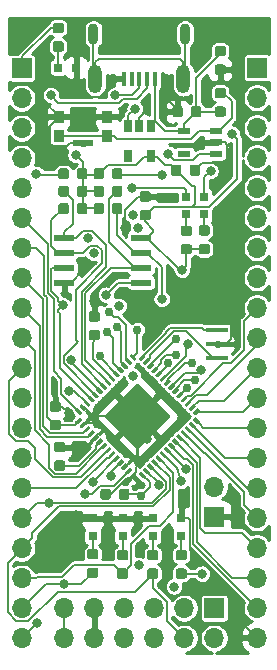
<source format=gtl>
G04 #@! TF.GenerationSoftware,KiCad,Pcbnew,(5.1.5-0-10_14)*
G04 #@! TF.CreationDate,2020-03-27T08:13:01-07:00*
G04 #@! TF.ProjectId,ravenna,72617665-6e6e-4612-9e6b-696361645f70,rev?*
G04 #@! TF.SameCoordinates,Original*
G04 #@! TF.FileFunction,Copper,L1,Top*
G04 #@! TF.FilePolarity,Positive*
%FSLAX46Y46*%
G04 Gerber Fmt 4.6, Leading zero omitted, Abs format (unit mm)*
G04 Created by KiCad (PCBNEW (5.1.5-0-10_14)) date 2020-03-27 08:13:01*
%MOMM*%
%LPD*%
G04 APERTURE LIST*
%ADD10R,0.900000X1.000000*%
%ADD11R,1.700000X0.550000*%
%ADD12C,0.100000*%
%ADD13O,1.700000X1.700000*%
%ADD14R,1.700000X1.700000*%
%ADD15R,0.690000X0.990000*%
%ADD16R,0.800000X0.800000*%
%ADD17R,1.050000X0.600000*%
%ADD18R,1.701800X0.609600*%
%ADD19R,1.900000X0.400000*%
%ADD20R,0.450000X1.300000*%
%ADD21O,1.200000X2.400000*%
%ADD22O,0.900000X1.800000*%
%ADD23C,0.800000*%
%ADD24C,0.756400*%
%ADD25C,0.203200*%
%ADD26C,0.152400*%
%ADD27C,0.254000*%
G04 APERTURE END LIST*
D10*
X145737800Y-89852600D03*
X145737800Y-91452600D03*
X141637800Y-91452600D03*
X141637800Y-89852600D03*
D11*
X143687800Y-92077600D03*
G04 #@! TA.AperFunction,SMDPad,CuDef*
D12*
G36*
X147433191Y-121319053D02*
G01*
X147454426Y-121322203D01*
X147475250Y-121327419D01*
X147495462Y-121334651D01*
X147514868Y-121343830D01*
X147533281Y-121354866D01*
X147550524Y-121367654D01*
X147566430Y-121382070D01*
X147580846Y-121397976D01*
X147593634Y-121415219D01*
X147604670Y-121433632D01*
X147613849Y-121453038D01*
X147621081Y-121473250D01*
X147626297Y-121494074D01*
X147629447Y-121515309D01*
X147630500Y-121536750D01*
X147630500Y-122049250D01*
X147629447Y-122070691D01*
X147626297Y-122091926D01*
X147621081Y-122112750D01*
X147613849Y-122132962D01*
X147604670Y-122152368D01*
X147593634Y-122170781D01*
X147580846Y-122188024D01*
X147566430Y-122203930D01*
X147550524Y-122218346D01*
X147533281Y-122231134D01*
X147514868Y-122242170D01*
X147495462Y-122251349D01*
X147475250Y-122258581D01*
X147454426Y-122263797D01*
X147433191Y-122266947D01*
X147411750Y-122268000D01*
X146974250Y-122268000D01*
X146952809Y-122266947D01*
X146931574Y-122263797D01*
X146910750Y-122258581D01*
X146890538Y-122251349D01*
X146871132Y-122242170D01*
X146852719Y-122231134D01*
X146835476Y-122218346D01*
X146819570Y-122203930D01*
X146805154Y-122188024D01*
X146792366Y-122170781D01*
X146781330Y-122152368D01*
X146772151Y-122132962D01*
X146764919Y-122112750D01*
X146759703Y-122091926D01*
X146756553Y-122070691D01*
X146755500Y-122049250D01*
X146755500Y-121536750D01*
X146756553Y-121515309D01*
X146759703Y-121494074D01*
X146764919Y-121473250D01*
X146772151Y-121453038D01*
X146781330Y-121433632D01*
X146792366Y-121415219D01*
X146805154Y-121397976D01*
X146819570Y-121382070D01*
X146835476Y-121367654D01*
X146852719Y-121354866D01*
X146871132Y-121343830D01*
X146890538Y-121334651D01*
X146910750Y-121327419D01*
X146931574Y-121322203D01*
X146952809Y-121319053D01*
X146974250Y-121318000D01*
X147411750Y-121318000D01*
X147433191Y-121319053D01*
G37*
G04 #@! TD.AperFunction*
G04 #@! TA.AperFunction,SMDPad,CuDef*
G36*
X145858191Y-121319053D02*
G01*
X145879426Y-121322203D01*
X145900250Y-121327419D01*
X145920462Y-121334651D01*
X145939868Y-121343830D01*
X145958281Y-121354866D01*
X145975524Y-121367654D01*
X145991430Y-121382070D01*
X146005846Y-121397976D01*
X146018634Y-121415219D01*
X146029670Y-121433632D01*
X146038849Y-121453038D01*
X146046081Y-121473250D01*
X146051297Y-121494074D01*
X146054447Y-121515309D01*
X146055500Y-121536750D01*
X146055500Y-122049250D01*
X146054447Y-122070691D01*
X146051297Y-122091926D01*
X146046081Y-122112750D01*
X146038849Y-122132962D01*
X146029670Y-122152368D01*
X146018634Y-122170781D01*
X146005846Y-122188024D01*
X145991430Y-122203930D01*
X145975524Y-122218346D01*
X145958281Y-122231134D01*
X145939868Y-122242170D01*
X145920462Y-122251349D01*
X145900250Y-122258581D01*
X145879426Y-122263797D01*
X145858191Y-122266947D01*
X145836750Y-122268000D01*
X145399250Y-122268000D01*
X145377809Y-122266947D01*
X145356574Y-122263797D01*
X145335750Y-122258581D01*
X145315538Y-122251349D01*
X145296132Y-122242170D01*
X145277719Y-122231134D01*
X145260476Y-122218346D01*
X145244570Y-122203930D01*
X145230154Y-122188024D01*
X145217366Y-122170781D01*
X145206330Y-122152368D01*
X145197151Y-122132962D01*
X145189919Y-122112750D01*
X145184703Y-122091926D01*
X145181553Y-122070691D01*
X145180500Y-122049250D01*
X145180500Y-121536750D01*
X145181553Y-121515309D01*
X145184703Y-121494074D01*
X145189919Y-121473250D01*
X145197151Y-121453038D01*
X145206330Y-121433632D01*
X145217366Y-121415219D01*
X145230154Y-121397976D01*
X145244570Y-121382070D01*
X145260476Y-121367654D01*
X145277719Y-121354866D01*
X145296132Y-121343830D01*
X145315538Y-121334651D01*
X145335750Y-121327419D01*
X145356574Y-121322203D01*
X145377809Y-121319053D01*
X145399250Y-121318000D01*
X145836750Y-121318000D01*
X145858191Y-121319053D01*
G37*
G04 #@! TD.AperFunction*
D13*
X158445100Y-133954600D03*
X158445100Y-131414600D03*
X158445100Y-128874600D03*
X158445100Y-126334600D03*
X158445100Y-123794600D03*
X158445100Y-121254600D03*
X158445100Y-118714600D03*
X158445100Y-116174600D03*
X158445100Y-113634600D03*
X158445100Y-111094600D03*
X158445100Y-108554600D03*
X158445100Y-106014600D03*
X158445100Y-103474600D03*
X158445100Y-100934600D03*
X158445100Y-98394600D03*
X158445100Y-95854600D03*
X158445100Y-93314600D03*
X158445100Y-90774600D03*
X158445100Y-88234600D03*
D14*
X158445100Y-85694600D03*
D13*
X138506200Y-133985000D03*
X138506200Y-131445000D03*
X138506200Y-128905000D03*
X138506200Y-126365000D03*
X138506200Y-123825000D03*
X138506200Y-121285000D03*
X138506200Y-118745000D03*
X138506200Y-116205000D03*
X138506200Y-113665000D03*
X138506200Y-111125000D03*
X138506200Y-108585000D03*
X138506200Y-106045000D03*
X138506200Y-103505000D03*
X138506200Y-100965000D03*
X138506200Y-98425000D03*
X138506200Y-95885000D03*
X138506200Y-93345000D03*
X138506200Y-90805000D03*
X138506200Y-88265000D03*
D14*
X138506200Y-85725000D03*
G04 #@! TA.AperFunction,SMDPad,CuDef*
D12*
G36*
X148343072Y-112448834D02*
G01*
X148362487Y-112451714D01*
X148381526Y-112456483D01*
X148400006Y-112463095D01*
X148417748Y-112471487D01*
X148434583Y-112481577D01*
X148450348Y-112493269D01*
X148464890Y-112506450D01*
X151010474Y-115052034D01*
X151023655Y-115066576D01*
X151035347Y-115082341D01*
X151045437Y-115099176D01*
X151053829Y-115116918D01*
X151060441Y-115135398D01*
X151065210Y-115154437D01*
X151068090Y-115173852D01*
X151069053Y-115193455D01*
X151068090Y-115213058D01*
X151065210Y-115232473D01*
X151060441Y-115251512D01*
X151053829Y-115269992D01*
X151045437Y-115287734D01*
X151035347Y-115304569D01*
X151023655Y-115320334D01*
X151010474Y-115334876D01*
X148464890Y-117880460D01*
X148450348Y-117893641D01*
X148434583Y-117905333D01*
X148417748Y-117915423D01*
X148400006Y-117923815D01*
X148381526Y-117930427D01*
X148362487Y-117935196D01*
X148343072Y-117938076D01*
X148323469Y-117939039D01*
X148303866Y-117938076D01*
X148284451Y-117935196D01*
X148265412Y-117930427D01*
X148246932Y-117923815D01*
X148229190Y-117915423D01*
X148212355Y-117905333D01*
X148196590Y-117893641D01*
X148182048Y-117880460D01*
X145636464Y-115334876D01*
X145623283Y-115320334D01*
X145611591Y-115304569D01*
X145601501Y-115287734D01*
X145593109Y-115269992D01*
X145586497Y-115251512D01*
X145581728Y-115232473D01*
X145578848Y-115213058D01*
X145577885Y-115193455D01*
X145578848Y-115173852D01*
X145581728Y-115154437D01*
X145586497Y-115135398D01*
X145593109Y-115116918D01*
X145601501Y-115099176D01*
X145611591Y-115082341D01*
X145623283Y-115066576D01*
X145636464Y-115052034D01*
X148182048Y-112506450D01*
X148196590Y-112493269D01*
X148212355Y-112481577D01*
X148229190Y-112471487D01*
X148246932Y-112463095D01*
X148265412Y-112456483D01*
X148284451Y-112451714D01*
X148303866Y-112448834D01*
X148323469Y-112447871D01*
X148343072Y-112448834D01*
G37*
G04 #@! TD.AperFunction*
G04 #@! TA.AperFunction,SMDPad,CuDef*
G36*
X153209857Y-115295593D02*
G01*
X153217138Y-115296673D01*
X153224277Y-115298461D01*
X153231207Y-115300941D01*
X153237861Y-115304088D01*
X153244174Y-115307872D01*
X153250085Y-115312256D01*
X153255539Y-115317199D01*
X153573737Y-115635397D01*
X153578680Y-115640851D01*
X153583064Y-115646762D01*
X153586848Y-115653075D01*
X153589995Y-115659729D01*
X153592475Y-115666659D01*
X153594263Y-115673798D01*
X153595343Y-115681079D01*
X153595704Y-115688430D01*
X153595343Y-115695781D01*
X153594263Y-115703062D01*
X153592475Y-115710201D01*
X153589995Y-115717131D01*
X153586848Y-115723785D01*
X153583064Y-115730098D01*
X153578680Y-115736009D01*
X153573737Y-115741463D01*
X153467671Y-115847529D01*
X153462217Y-115852472D01*
X153456306Y-115856856D01*
X153449993Y-115860640D01*
X153443339Y-115863787D01*
X153436409Y-115866267D01*
X153429270Y-115868055D01*
X153421989Y-115869135D01*
X153414638Y-115869496D01*
X153407287Y-115869135D01*
X153400006Y-115868055D01*
X153392867Y-115866267D01*
X153385937Y-115863787D01*
X153379283Y-115860640D01*
X153372970Y-115856856D01*
X153367059Y-115852472D01*
X153361605Y-115847529D01*
X153043407Y-115529331D01*
X153038464Y-115523877D01*
X153034080Y-115517966D01*
X153030296Y-115511653D01*
X153027149Y-115504999D01*
X153024669Y-115498069D01*
X153022881Y-115490930D01*
X153021801Y-115483649D01*
X153021440Y-115476298D01*
X153021801Y-115468947D01*
X153022881Y-115461666D01*
X153024669Y-115454527D01*
X153027149Y-115447597D01*
X153030296Y-115440943D01*
X153034080Y-115434630D01*
X153038464Y-115428719D01*
X153043407Y-115423265D01*
X153149473Y-115317199D01*
X153154927Y-115312256D01*
X153160838Y-115307872D01*
X153167151Y-115304088D01*
X153173805Y-115300941D01*
X153180735Y-115298461D01*
X153187874Y-115296673D01*
X153195155Y-115295593D01*
X153202506Y-115295232D01*
X153209857Y-115295593D01*
G37*
G04 #@! TD.AperFunction*
G04 #@! TA.AperFunction,SMDPad,CuDef*
G36*
X152856303Y-115649146D02*
G01*
X152863584Y-115650226D01*
X152870723Y-115652014D01*
X152877653Y-115654494D01*
X152884307Y-115657641D01*
X152890620Y-115661425D01*
X152896531Y-115665809D01*
X152901985Y-115670752D01*
X153220183Y-115988950D01*
X153225126Y-115994404D01*
X153229510Y-116000315D01*
X153233294Y-116006628D01*
X153236441Y-116013282D01*
X153238921Y-116020212D01*
X153240709Y-116027351D01*
X153241789Y-116034632D01*
X153242150Y-116041983D01*
X153241789Y-116049334D01*
X153240709Y-116056615D01*
X153238921Y-116063754D01*
X153236441Y-116070684D01*
X153233294Y-116077338D01*
X153229510Y-116083651D01*
X153225126Y-116089562D01*
X153220183Y-116095016D01*
X153114117Y-116201082D01*
X153108663Y-116206025D01*
X153102752Y-116210409D01*
X153096439Y-116214193D01*
X153089785Y-116217340D01*
X153082855Y-116219820D01*
X153075716Y-116221608D01*
X153068435Y-116222688D01*
X153061084Y-116223049D01*
X153053733Y-116222688D01*
X153046452Y-116221608D01*
X153039313Y-116219820D01*
X153032383Y-116217340D01*
X153025729Y-116214193D01*
X153019416Y-116210409D01*
X153013505Y-116206025D01*
X153008051Y-116201082D01*
X152689853Y-115882884D01*
X152684910Y-115877430D01*
X152680526Y-115871519D01*
X152676742Y-115865206D01*
X152673595Y-115858552D01*
X152671115Y-115851622D01*
X152669327Y-115844483D01*
X152668247Y-115837202D01*
X152667886Y-115829851D01*
X152668247Y-115822500D01*
X152669327Y-115815219D01*
X152671115Y-115808080D01*
X152673595Y-115801150D01*
X152676742Y-115794496D01*
X152680526Y-115788183D01*
X152684910Y-115782272D01*
X152689853Y-115776818D01*
X152795919Y-115670752D01*
X152801373Y-115665809D01*
X152807284Y-115661425D01*
X152813597Y-115657641D01*
X152820251Y-115654494D01*
X152827181Y-115652014D01*
X152834320Y-115650226D01*
X152841601Y-115649146D01*
X152848952Y-115648785D01*
X152856303Y-115649146D01*
G37*
G04 #@! TD.AperFunction*
G04 #@! TA.AperFunction,SMDPad,CuDef*
G36*
X152502750Y-116002700D02*
G01*
X152510031Y-116003780D01*
X152517170Y-116005568D01*
X152524100Y-116008048D01*
X152530754Y-116011195D01*
X152537067Y-116014979D01*
X152542978Y-116019363D01*
X152548432Y-116024306D01*
X152866630Y-116342504D01*
X152871573Y-116347958D01*
X152875957Y-116353869D01*
X152879741Y-116360182D01*
X152882888Y-116366836D01*
X152885368Y-116373766D01*
X152887156Y-116380905D01*
X152888236Y-116388186D01*
X152888597Y-116395537D01*
X152888236Y-116402888D01*
X152887156Y-116410169D01*
X152885368Y-116417308D01*
X152882888Y-116424238D01*
X152879741Y-116430892D01*
X152875957Y-116437205D01*
X152871573Y-116443116D01*
X152866630Y-116448570D01*
X152760564Y-116554636D01*
X152755110Y-116559579D01*
X152749199Y-116563963D01*
X152742886Y-116567747D01*
X152736232Y-116570894D01*
X152729302Y-116573374D01*
X152722163Y-116575162D01*
X152714882Y-116576242D01*
X152707531Y-116576603D01*
X152700180Y-116576242D01*
X152692899Y-116575162D01*
X152685760Y-116573374D01*
X152678830Y-116570894D01*
X152672176Y-116567747D01*
X152665863Y-116563963D01*
X152659952Y-116559579D01*
X152654498Y-116554636D01*
X152336300Y-116236438D01*
X152331357Y-116230984D01*
X152326973Y-116225073D01*
X152323189Y-116218760D01*
X152320042Y-116212106D01*
X152317562Y-116205176D01*
X152315774Y-116198037D01*
X152314694Y-116190756D01*
X152314333Y-116183405D01*
X152314694Y-116176054D01*
X152315774Y-116168773D01*
X152317562Y-116161634D01*
X152320042Y-116154704D01*
X152323189Y-116148050D01*
X152326973Y-116141737D01*
X152331357Y-116135826D01*
X152336300Y-116130372D01*
X152442366Y-116024306D01*
X152447820Y-116019363D01*
X152453731Y-116014979D01*
X152460044Y-116011195D01*
X152466698Y-116008048D01*
X152473628Y-116005568D01*
X152480767Y-116003780D01*
X152488048Y-116002700D01*
X152495399Y-116002339D01*
X152502750Y-116002700D01*
G37*
G04 #@! TD.AperFunction*
G04 #@! TA.AperFunction,SMDPad,CuDef*
G36*
X152149197Y-116356253D02*
G01*
X152156478Y-116357333D01*
X152163617Y-116359121D01*
X152170547Y-116361601D01*
X152177201Y-116364748D01*
X152183514Y-116368532D01*
X152189425Y-116372916D01*
X152194879Y-116377859D01*
X152513077Y-116696057D01*
X152518020Y-116701511D01*
X152522404Y-116707422D01*
X152526188Y-116713735D01*
X152529335Y-116720389D01*
X152531815Y-116727319D01*
X152533603Y-116734458D01*
X152534683Y-116741739D01*
X152535044Y-116749090D01*
X152534683Y-116756441D01*
X152533603Y-116763722D01*
X152531815Y-116770861D01*
X152529335Y-116777791D01*
X152526188Y-116784445D01*
X152522404Y-116790758D01*
X152518020Y-116796669D01*
X152513077Y-116802123D01*
X152407011Y-116908189D01*
X152401557Y-116913132D01*
X152395646Y-116917516D01*
X152389333Y-116921300D01*
X152382679Y-116924447D01*
X152375749Y-116926927D01*
X152368610Y-116928715D01*
X152361329Y-116929795D01*
X152353978Y-116930156D01*
X152346627Y-116929795D01*
X152339346Y-116928715D01*
X152332207Y-116926927D01*
X152325277Y-116924447D01*
X152318623Y-116921300D01*
X152312310Y-116917516D01*
X152306399Y-116913132D01*
X152300945Y-116908189D01*
X151982747Y-116589991D01*
X151977804Y-116584537D01*
X151973420Y-116578626D01*
X151969636Y-116572313D01*
X151966489Y-116565659D01*
X151964009Y-116558729D01*
X151962221Y-116551590D01*
X151961141Y-116544309D01*
X151960780Y-116536958D01*
X151961141Y-116529607D01*
X151962221Y-116522326D01*
X151964009Y-116515187D01*
X151966489Y-116508257D01*
X151969636Y-116501603D01*
X151973420Y-116495290D01*
X151977804Y-116489379D01*
X151982747Y-116483925D01*
X152088813Y-116377859D01*
X152094267Y-116372916D01*
X152100178Y-116368532D01*
X152106491Y-116364748D01*
X152113145Y-116361601D01*
X152120075Y-116359121D01*
X152127214Y-116357333D01*
X152134495Y-116356253D01*
X152141846Y-116355892D01*
X152149197Y-116356253D01*
G37*
G04 #@! TD.AperFunction*
G04 #@! TA.AperFunction,SMDPad,CuDef*
G36*
X151795643Y-116709806D02*
G01*
X151802924Y-116710886D01*
X151810063Y-116712674D01*
X151816993Y-116715154D01*
X151823647Y-116718301D01*
X151829960Y-116722085D01*
X151835871Y-116726469D01*
X151841325Y-116731412D01*
X152159523Y-117049610D01*
X152164466Y-117055064D01*
X152168850Y-117060975D01*
X152172634Y-117067288D01*
X152175781Y-117073942D01*
X152178261Y-117080872D01*
X152180049Y-117088011D01*
X152181129Y-117095292D01*
X152181490Y-117102643D01*
X152181129Y-117109994D01*
X152180049Y-117117275D01*
X152178261Y-117124414D01*
X152175781Y-117131344D01*
X152172634Y-117137998D01*
X152168850Y-117144311D01*
X152164466Y-117150222D01*
X152159523Y-117155676D01*
X152053457Y-117261742D01*
X152048003Y-117266685D01*
X152042092Y-117271069D01*
X152035779Y-117274853D01*
X152029125Y-117278000D01*
X152022195Y-117280480D01*
X152015056Y-117282268D01*
X152007775Y-117283348D01*
X152000424Y-117283709D01*
X151993073Y-117283348D01*
X151985792Y-117282268D01*
X151978653Y-117280480D01*
X151971723Y-117278000D01*
X151965069Y-117274853D01*
X151958756Y-117271069D01*
X151952845Y-117266685D01*
X151947391Y-117261742D01*
X151629193Y-116943544D01*
X151624250Y-116938090D01*
X151619866Y-116932179D01*
X151616082Y-116925866D01*
X151612935Y-116919212D01*
X151610455Y-116912282D01*
X151608667Y-116905143D01*
X151607587Y-116897862D01*
X151607226Y-116890511D01*
X151607587Y-116883160D01*
X151608667Y-116875879D01*
X151610455Y-116868740D01*
X151612935Y-116861810D01*
X151616082Y-116855156D01*
X151619866Y-116848843D01*
X151624250Y-116842932D01*
X151629193Y-116837478D01*
X151735259Y-116731412D01*
X151740713Y-116726469D01*
X151746624Y-116722085D01*
X151752937Y-116718301D01*
X151759591Y-116715154D01*
X151766521Y-116712674D01*
X151773660Y-116710886D01*
X151780941Y-116709806D01*
X151788292Y-116709445D01*
X151795643Y-116709806D01*
G37*
G04 #@! TD.AperFunction*
G04 #@! TA.AperFunction,SMDPad,CuDef*
G36*
X151442090Y-117063360D02*
G01*
X151449371Y-117064440D01*
X151456510Y-117066228D01*
X151463440Y-117068708D01*
X151470094Y-117071855D01*
X151476407Y-117075639D01*
X151482318Y-117080023D01*
X151487772Y-117084966D01*
X151805970Y-117403164D01*
X151810913Y-117408618D01*
X151815297Y-117414529D01*
X151819081Y-117420842D01*
X151822228Y-117427496D01*
X151824708Y-117434426D01*
X151826496Y-117441565D01*
X151827576Y-117448846D01*
X151827937Y-117456197D01*
X151827576Y-117463548D01*
X151826496Y-117470829D01*
X151824708Y-117477968D01*
X151822228Y-117484898D01*
X151819081Y-117491552D01*
X151815297Y-117497865D01*
X151810913Y-117503776D01*
X151805970Y-117509230D01*
X151699904Y-117615296D01*
X151694450Y-117620239D01*
X151688539Y-117624623D01*
X151682226Y-117628407D01*
X151675572Y-117631554D01*
X151668642Y-117634034D01*
X151661503Y-117635822D01*
X151654222Y-117636902D01*
X151646871Y-117637263D01*
X151639520Y-117636902D01*
X151632239Y-117635822D01*
X151625100Y-117634034D01*
X151618170Y-117631554D01*
X151611516Y-117628407D01*
X151605203Y-117624623D01*
X151599292Y-117620239D01*
X151593838Y-117615296D01*
X151275640Y-117297098D01*
X151270697Y-117291644D01*
X151266313Y-117285733D01*
X151262529Y-117279420D01*
X151259382Y-117272766D01*
X151256902Y-117265836D01*
X151255114Y-117258697D01*
X151254034Y-117251416D01*
X151253673Y-117244065D01*
X151254034Y-117236714D01*
X151255114Y-117229433D01*
X151256902Y-117222294D01*
X151259382Y-117215364D01*
X151262529Y-117208710D01*
X151266313Y-117202397D01*
X151270697Y-117196486D01*
X151275640Y-117191032D01*
X151381706Y-117084966D01*
X151387160Y-117080023D01*
X151393071Y-117075639D01*
X151399384Y-117071855D01*
X151406038Y-117068708D01*
X151412968Y-117066228D01*
X151420107Y-117064440D01*
X151427388Y-117063360D01*
X151434739Y-117062999D01*
X151442090Y-117063360D01*
G37*
G04 #@! TD.AperFunction*
G04 #@! TA.AperFunction,SMDPad,CuDef*
G36*
X151088536Y-117416913D02*
G01*
X151095817Y-117417993D01*
X151102956Y-117419781D01*
X151109886Y-117422261D01*
X151116540Y-117425408D01*
X151122853Y-117429192D01*
X151128764Y-117433576D01*
X151134218Y-117438519D01*
X151452416Y-117756717D01*
X151457359Y-117762171D01*
X151461743Y-117768082D01*
X151465527Y-117774395D01*
X151468674Y-117781049D01*
X151471154Y-117787979D01*
X151472942Y-117795118D01*
X151474022Y-117802399D01*
X151474383Y-117809750D01*
X151474022Y-117817101D01*
X151472942Y-117824382D01*
X151471154Y-117831521D01*
X151468674Y-117838451D01*
X151465527Y-117845105D01*
X151461743Y-117851418D01*
X151457359Y-117857329D01*
X151452416Y-117862783D01*
X151346350Y-117968849D01*
X151340896Y-117973792D01*
X151334985Y-117978176D01*
X151328672Y-117981960D01*
X151322018Y-117985107D01*
X151315088Y-117987587D01*
X151307949Y-117989375D01*
X151300668Y-117990455D01*
X151293317Y-117990816D01*
X151285966Y-117990455D01*
X151278685Y-117989375D01*
X151271546Y-117987587D01*
X151264616Y-117985107D01*
X151257962Y-117981960D01*
X151251649Y-117978176D01*
X151245738Y-117973792D01*
X151240284Y-117968849D01*
X150922086Y-117650651D01*
X150917143Y-117645197D01*
X150912759Y-117639286D01*
X150908975Y-117632973D01*
X150905828Y-117626319D01*
X150903348Y-117619389D01*
X150901560Y-117612250D01*
X150900480Y-117604969D01*
X150900119Y-117597618D01*
X150900480Y-117590267D01*
X150901560Y-117582986D01*
X150903348Y-117575847D01*
X150905828Y-117568917D01*
X150908975Y-117562263D01*
X150912759Y-117555950D01*
X150917143Y-117550039D01*
X150922086Y-117544585D01*
X151028152Y-117438519D01*
X151033606Y-117433576D01*
X151039517Y-117429192D01*
X151045830Y-117425408D01*
X151052484Y-117422261D01*
X151059414Y-117419781D01*
X151066553Y-117417993D01*
X151073834Y-117416913D01*
X151081185Y-117416552D01*
X151088536Y-117416913D01*
G37*
G04 #@! TD.AperFunction*
G04 #@! TA.AperFunction,SMDPad,CuDef*
G36*
X150734983Y-117770466D02*
G01*
X150742264Y-117771546D01*
X150749403Y-117773334D01*
X150756333Y-117775814D01*
X150762987Y-117778961D01*
X150769300Y-117782745D01*
X150775211Y-117787129D01*
X150780665Y-117792072D01*
X151098863Y-118110270D01*
X151103806Y-118115724D01*
X151108190Y-118121635D01*
X151111974Y-118127948D01*
X151115121Y-118134602D01*
X151117601Y-118141532D01*
X151119389Y-118148671D01*
X151120469Y-118155952D01*
X151120830Y-118163303D01*
X151120469Y-118170654D01*
X151119389Y-118177935D01*
X151117601Y-118185074D01*
X151115121Y-118192004D01*
X151111974Y-118198658D01*
X151108190Y-118204971D01*
X151103806Y-118210882D01*
X151098863Y-118216336D01*
X150992797Y-118322402D01*
X150987343Y-118327345D01*
X150981432Y-118331729D01*
X150975119Y-118335513D01*
X150968465Y-118338660D01*
X150961535Y-118341140D01*
X150954396Y-118342928D01*
X150947115Y-118344008D01*
X150939764Y-118344369D01*
X150932413Y-118344008D01*
X150925132Y-118342928D01*
X150917993Y-118341140D01*
X150911063Y-118338660D01*
X150904409Y-118335513D01*
X150898096Y-118331729D01*
X150892185Y-118327345D01*
X150886731Y-118322402D01*
X150568533Y-118004204D01*
X150563590Y-117998750D01*
X150559206Y-117992839D01*
X150555422Y-117986526D01*
X150552275Y-117979872D01*
X150549795Y-117972942D01*
X150548007Y-117965803D01*
X150546927Y-117958522D01*
X150546566Y-117951171D01*
X150546927Y-117943820D01*
X150548007Y-117936539D01*
X150549795Y-117929400D01*
X150552275Y-117922470D01*
X150555422Y-117915816D01*
X150559206Y-117909503D01*
X150563590Y-117903592D01*
X150568533Y-117898138D01*
X150674599Y-117792072D01*
X150680053Y-117787129D01*
X150685964Y-117782745D01*
X150692277Y-117778961D01*
X150698931Y-117775814D01*
X150705861Y-117773334D01*
X150713000Y-117771546D01*
X150720281Y-117770466D01*
X150727632Y-117770105D01*
X150734983Y-117770466D01*
G37*
G04 #@! TD.AperFunction*
G04 #@! TA.AperFunction,SMDPad,CuDef*
G36*
X150381430Y-118124020D02*
G01*
X150388711Y-118125100D01*
X150395850Y-118126888D01*
X150402780Y-118129368D01*
X150409434Y-118132515D01*
X150415747Y-118136299D01*
X150421658Y-118140683D01*
X150427112Y-118145626D01*
X150745310Y-118463824D01*
X150750253Y-118469278D01*
X150754637Y-118475189D01*
X150758421Y-118481502D01*
X150761568Y-118488156D01*
X150764048Y-118495086D01*
X150765836Y-118502225D01*
X150766916Y-118509506D01*
X150767277Y-118516857D01*
X150766916Y-118524208D01*
X150765836Y-118531489D01*
X150764048Y-118538628D01*
X150761568Y-118545558D01*
X150758421Y-118552212D01*
X150754637Y-118558525D01*
X150750253Y-118564436D01*
X150745310Y-118569890D01*
X150639244Y-118675956D01*
X150633790Y-118680899D01*
X150627879Y-118685283D01*
X150621566Y-118689067D01*
X150614912Y-118692214D01*
X150607982Y-118694694D01*
X150600843Y-118696482D01*
X150593562Y-118697562D01*
X150586211Y-118697923D01*
X150578860Y-118697562D01*
X150571579Y-118696482D01*
X150564440Y-118694694D01*
X150557510Y-118692214D01*
X150550856Y-118689067D01*
X150544543Y-118685283D01*
X150538632Y-118680899D01*
X150533178Y-118675956D01*
X150214980Y-118357758D01*
X150210037Y-118352304D01*
X150205653Y-118346393D01*
X150201869Y-118340080D01*
X150198722Y-118333426D01*
X150196242Y-118326496D01*
X150194454Y-118319357D01*
X150193374Y-118312076D01*
X150193013Y-118304725D01*
X150193374Y-118297374D01*
X150194454Y-118290093D01*
X150196242Y-118282954D01*
X150198722Y-118276024D01*
X150201869Y-118269370D01*
X150205653Y-118263057D01*
X150210037Y-118257146D01*
X150214980Y-118251692D01*
X150321046Y-118145626D01*
X150326500Y-118140683D01*
X150332411Y-118136299D01*
X150338724Y-118132515D01*
X150345378Y-118129368D01*
X150352308Y-118126888D01*
X150359447Y-118125100D01*
X150366728Y-118124020D01*
X150374079Y-118123659D01*
X150381430Y-118124020D01*
G37*
G04 #@! TD.AperFunction*
G04 #@! TA.AperFunction,SMDPad,CuDef*
G36*
X150027876Y-118477573D02*
G01*
X150035157Y-118478653D01*
X150042296Y-118480441D01*
X150049226Y-118482921D01*
X150055880Y-118486068D01*
X150062193Y-118489852D01*
X150068104Y-118494236D01*
X150073558Y-118499179D01*
X150391756Y-118817377D01*
X150396699Y-118822831D01*
X150401083Y-118828742D01*
X150404867Y-118835055D01*
X150408014Y-118841709D01*
X150410494Y-118848639D01*
X150412282Y-118855778D01*
X150413362Y-118863059D01*
X150413723Y-118870410D01*
X150413362Y-118877761D01*
X150412282Y-118885042D01*
X150410494Y-118892181D01*
X150408014Y-118899111D01*
X150404867Y-118905765D01*
X150401083Y-118912078D01*
X150396699Y-118917989D01*
X150391756Y-118923443D01*
X150285690Y-119029509D01*
X150280236Y-119034452D01*
X150274325Y-119038836D01*
X150268012Y-119042620D01*
X150261358Y-119045767D01*
X150254428Y-119048247D01*
X150247289Y-119050035D01*
X150240008Y-119051115D01*
X150232657Y-119051476D01*
X150225306Y-119051115D01*
X150218025Y-119050035D01*
X150210886Y-119048247D01*
X150203956Y-119045767D01*
X150197302Y-119042620D01*
X150190989Y-119038836D01*
X150185078Y-119034452D01*
X150179624Y-119029509D01*
X149861426Y-118711311D01*
X149856483Y-118705857D01*
X149852099Y-118699946D01*
X149848315Y-118693633D01*
X149845168Y-118686979D01*
X149842688Y-118680049D01*
X149840900Y-118672910D01*
X149839820Y-118665629D01*
X149839459Y-118658278D01*
X149839820Y-118650927D01*
X149840900Y-118643646D01*
X149842688Y-118636507D01*
X149845168Y-118629577D01*
X149848315Y-118622923D01*
X149852099Y-118616610D01*
X149856483Y-118610699D01*
X149861426Y-118605245D01*
X149967492Y-118499179D01*
X149972946Y-118494236D01*
X149978857Y-118489852D01*
X149985170Y-118486068D01*
X149991824Y-118482921D01*
X149998754Y-118480441D01*
X150005893Y-118478653D01*
X150013174Y-118477573D01*
X150020525Y-118477212D01*
X150027876Y-118477573D01*
G37*
G04 #@! TD.AperFunction*
G04 #@! TA.AperFunction,SMDPad,CuDef*
G36*
X149674323Y-118831127D02*
G01*
X149681604Y-118832207D01*
X149688743Y-118833995D01*
X149695673Y-118836475D01*
X149702327Y-118839622D01*
X149708640Y-118843406D01*
X149714551Y-118847790D01*
X149720005Y-118852733D01*
X150038203Y-119170931D01*
X150043146Y-119176385D01*
X150047530Y-119182296D01*
X150051314Y-119188609D01*
X150054461Y-119195263D01*
X150056941Y-119202193D01*
X150058729Y-119209332D01*
X150059809Y-119216613D01*
X150060170Y-119223964D01*
X150059809Y-119231315D01*
X150058729Y-119238596D01*
X150056941Y-119245735D01*
X150054461Y-119252665D01*
X150051314Y-119259319D01*
X150047530Y-119265632D01*
X150043146Y-119271543D01*
X150038203Y-119276997D01*
X149932137Y-119383063D01*
X149926683Y-119388006D01*
X149920772Y-119392390D01*
X149914459Y-119396174D01*
X149907805Y-119399321D01*
X149900875Y-119401801D01*
X149893736Y-119403589D01*
X149886455Y-119404669D01*
X149879104Y-119405030D01*
X149871753Y-119404669D01*
X149864472Y-119403589D01*
X149857333Y-119401801D01*
X149850403Y-119399321D01*
X149843749Y-119396174D01*
X149837436Y-119392390D01*
X149831525Y-119388006D01*
X149826071Y-119383063D01*
X149507873Y-119064865D01*
X149502930Y-119059411D01*
X149498546Y-119053500D01*
X149494762Y-119047187D01*
X149491615Y-119040533D01*
X149489135Y-119033603D01*
X149487347Y-119026464D01*
X149486267Y-119019183D01*
X149485906Y-119011832D01*
X149486267Y-119004481D01*
X149487347Y-118997200D01*
X149489135Y-118990061D01*
X149491615Y-118983131D01*
X149494762Y-118976477D01*
X149498546Y-118970164D01*
X149502930Y-118964253D01*
X149507873Y-118958799D01*
X149613939Y-118852733D01*
X149619393Y-118847790D01*
X149625304Y-118843406D01*
X149631617Y-118839622D01*
X149638271Y-118836475D01*
X149645201Y-118833995D01*
X149652340Y-118832207D01*
X149659621Y-118831127D01*
X149666972Y-118830766D01*
X149674323Y-118831127D01*
G37*
G04 #@! TD.AperFunction*
G04 #@! TA.AperFunction,SMDPad,CuDef*
G36*
X149320770Y-119184680D02*
G01*
X149328051Y-119185760D01*
X149335190Y-119187548D01*
X149342120Y-119190028D01*
X149348774Y-119193175D01*
X149355087Y-119196959D01*
X149360998Y-119201343D01*
X149366452Y-119206286D01*
X149684650Y-119524484D01*
X149689593Y-119529938D01*
X149693977Y-119535849D01*
X149697761Y-119542162D01*
X149700908Y-119548816D01*
X149703388Y-119555746D01*
X149705176Y-119562885D01*
X149706256Y-119570166D01*
X149706617Y-119577517D01*
X149706256Y-119584868D01*
X149705176Y-119592149D01*
X149703388Y-119599288D01*
X149700908Y-119606218D01*
X149697761Y-119612872D01*
X149693977Y-119619185D01*
X149689593Y-119625096D01*
X149684650Y-119630550D01*
X149578584Y-119736616D01*
X149573130Y-119741559D01*
X149567219Y-119745943D01*
X149560906Y-119749727D01*
X149554252Y-119752874D01*
X149547322Y-119755354D01*
X149540183Y-119757142D01*
X149532902Y-119758222D01*
X149525551Y-119758583D01*
X149518200Y-119758222D01*
X149510919Y-119757142D01*
X149503780Y-119755354D01*
X149496850Y-119752874D01*
X149490196Y-119749727D01*
X149483883Y-119745943D01*
X149477972Y-119741559D01*
X149472518Y-119736616D01*
X149154320Y-119418418D01*
X149149377Y-119412964D01*
X149144993Y-119407053D01*
X149141209Y-119400740D01*
X149138062Y-119394086D01*
X149135582Y-119387156D01*
X149133794Y-119380017D01*
X149132714Y-119372736D01*
X149132353Y-119365385D01*
X149132714Y-119358034D01*
X149133794Y-119350753D01*
X149135582Y-119343614D01*
X149138062Y-119336684D01*
X149141209Y-119330030D01*
X149144993Y-119323717D01*
X149149377Y-119317806D01*
X149154320Y-119312352D01*
X149260386Y-119206286D01*
X149265840Y-119201343D01*
X149271751Y-119196959D01*
X149278064Y-119193175D01*
X149284718Y-119190028D01*
X149291648Y-119187548D01*
X149298787Y-119185760D01*
X149306068Y-119184680D01*
X149313419Y-119184319D01*
X149320770Y-119184680D01*
G37*
G04 #@! TD.AperFunction*
G04 #@! TA.AperFunction,SMDPad,CuDef*
G36*
X148967216Y-119538233D02*
G01*
X148974497Y-119539313D01*
X148981636Y-119541101D01*
X148988566Y-119543581D01*
X148995220Y-119546728D01*
X149001533Y-119550512D01*
X149007444Y-119554896D01*
X149012898Y-119559839D01*
X149331096Y-119878037D01*
X149336039Y-119883491D01*
X149340423Y-119889402D01*
X149344207Y-119895715D01*
X149347354Y-119902369D01*
X149349834Y-119909299D01*
X149351622Y-119916438D01*
X149352702Y-119923719D01*
X149353063Y-119931070D01*
X149352702Y-119938421D01*
X149351622Y-119945702D01*
X149349834Y-119952841D01*
X149347354Y-119959771D01*
X149344207Y-119966425D01*
X149340423Y-119972738D01*
X149336039Y-119978649D01*
X149331096Y-119984103D01*
X149225030Y-120090169D01*
X149219576Y-120095112D01*
X149213665Y-120099496D01*
X149207352Y-120103280D01*
X149200698Y-120106427D01*
X149193768Y-120108907D01*
X149186629Y-120110695D01*
X149179348Y-120111775D01*
X149171997Y-120112136D01*
X149164646Y-120111775D01*
X149157365Y-120110695D01*
X149150226Y-120108907D01*
X149143296Y-120106427D01*
X149136642Y-120103280D01*
X149130329Y-120099496D01*
X149124418Y-120095112D01*
X149118964Y-120090169D01*
X148800766Y-119771971D01*
X148795823Y-119766517D01*
X148791439Y-119760606D01*
X148787655Y-119754293D01*
X148784508Y-119747639D01*
X148782028Y-119740709D01*
X148780240Y-119733570D01*
X148779160Y-119726289D01*
X148778799Y-119718938D01*
X148779160Y-119711587D01*
X148780240Y-119704306D01*
X148782028Y-119697167D01*
X148784508Y-119690237D01*
X148787655Y-119683583D01*
X148791439Y-119677270D01*
X148795823Y-119671359D01*
X148800766Y-119665905D01*
X148906832Y-119559839D01*
X148912286Y-119554896D01*
X148918197Y-119550512D01*
X148924510Y-119546728D01*
X148931164Y-119543581D01*
X148938094Y-119541101D01*
X148945233Y-119539313D01*
X148952514Y-119538233D01*
X148959865Y-119537872D01*
X148967216Y-119538233D01*
G37*
G04 #@! TD.AperFunction*
G04 #@! TA.AperFunction,SMDPad,CuDef*
G36*
X148613663Y-119891787D02*
G01*
X148620944Y-119892867D01*
X148628083Y-119894655D01*
X148635013Y-119897135D01*
X148641667Y-119900282D01*
X148647980Y-119904066D01*
X148653891Y-119908450D01*
X148659345Y-119913393D01*
X148977543Y-120231591D01*
X148982486Y-120237045D01*
X148986870Y-120242956D01*
X148990654Y-120249269D01*
X148993801Y-120255923D01*
X148996281Y-120262853D01*
X148998069Y-120269992D01*
X148999149Y-120277273D01*
X148999510Y-120284624D01*
X148999149Y-120291975D01*
X148998069Y-120299256D01*
X148996281Y-120306395D01*
X148993801Y-120313325D01*
X148990654Y-120319979D01*
X148986870Y-120326292D01*
X148982486Y-120332203D01*
X148977543Y-120337657D01*
X148871477Y-120443723D01*
X148866023Y-120448666D01*
X148860112Y-120453050D01*
X148853799Y-120456834D01*
X148847145Y-120459981D01*
X148840215Y-120462461D01*
X148833076Y-120464249D01*
X148825795Y-120465329D01*
X148818444Y-120465690D01*
X148811093Y-120465329D01*
X148803812Y-120464249D01*
X148796673Y-120462461D01*
X148789743Y-120459981D01*
X148783089Y-120456834D01*
X148776776Y-120453050D01*
X148770865Y-120448666D01*
X148765411Y-120443723D01*
X148447213Y-120125525D01*
X148442270Y-120120071D01*
X148437886Y-120114160D01*
X148434102Y-120107847D01*
X148430955Y-120101193D01*
X148428475Y-120094263D01*
X148426687Y-120087124D01*
X148425607Y-120079843D01*
X148425246Y-120072492D01*
X148425607Y-120065141D01*
X148426687Y-120057860D01*
X148428475Y-120050721D01*
X148430955Y-120043791D01*
X148434102Y-120037137D01*
X148437886Y-120030824D01*
X148442270Y-120024913D01*
X148447213Y-120019459D01*
X148553279Y-119913393D01*
X148558733Y-119908450D01*
X148564644Y-119904066D01*
X148570957Y-119900282D01*
X148577611Y-119897135D01*
X148584541Y-119894655D01*
X148591680Y-119892867D01*
X148598961Y-119891787D01*
X148606312Y-119891426D01*
X148613663Y-119891787D01*
G37*
G04 #@! TD.AperFunction*
G04 #@! TA.AperFunction,SMDPad,CuDef*
G36*
X148047977Y-119891787D02*
G01*
X148055258Y-119892867D01*
X148062397Y-119894655D01*
X148069327Y-119897135D01*
X148075981Y-119900282D01*
X148082294Y-119904066D01*
X148088205Y-119908450D01*
X148093659Y-119913393D01*
X148199725Y-120019459D01*
X148204668Y-120024913D01*
X148209052Y-120030824D01*
X148212836Y-120037137D01*
X148215983Y-120043791D01*
X148218463Y-120050721D01*
X148220251Y-120057860D01*
X148221331Y-120065141D01*
X148221692Y-120072492D01*
X148221331Y-120079843D01*
X148220251Y-120087124D01*
X148218463Y-120094263D01*
X148215983Y-120101193D01*
X148212836Y-120107847D01*
X148209052Y-120114160D01*
X148204668Y-120120071D01*
X148199725Y-120125525D01*
X147881527Y-120443723D01*
X147876073Y-120448666D01*
X147870162Y-120453050D01*
X147863849Y-120456834D01*
X147857195Y-120459981D01*
X147850265Y-120462461D01*
X147843126Y-120464249D01*
X147835845Y-120465329D01*
X147828494Y-120465690D01*
X147821143Y-120465329D01*
X147813862Y-120464249D01*
X147806723Y-120462461D01*
X147799793Y-120459981D01*
X147793139Y-120456834D01*
X147786826Y-120453050D01*
X147780915Y-120448666D01*
X147775461Y-120443723D01*
X147669395Y-120337657D01*
X147664452Y-120332203D01*
X147660068Y-120326292D01*
X147656284Y-120319979D01*
X147653137Y-120313325D01*
X147650657Y-120306395D01*
X147648869Y-120299256D01*
X147647789Y-120291975D01*
X147647428Y-120284624D01*
X147647789Y-120277273D01*
X147648869Y-120269992D01*
X147650657Y-120262853D01*
X147653137Y-120255923D01*
X147656284Y-120249269D01*
X147660068Y-120242956D01*
X147664452Y-120237045D01*
X147669395Y-120231591D01*
X147987593Y-119913393D01*
X147993047Y-119908450D01*
X147998958Y-119904066D01*
X148005271Y-119900282D01*
X148011925Y-119897135D01*
X148018855Y-119894655D01*
X148025994Y-119892867D01*
X148033275Y-119891787D01*
X148040626Y-119891426D01*
X148047977Y-119891787D01*
G37*
G04 #@! TD.AperFunction*
G04 #@! TA.AperFunction,SMDPad,CuDef*
G36*
X147694424Y-119538233D02*
G01*
X147701705Y-119539313D01*
X147708844Y-119541101D01*
X147715774Y-119543581D01*
X147722428Y-119546728D01*
X147728741Y-119550512D01*
X147734652Y-119554896D01*
X147740106Y-119559839D01*
X147846172Y-119665905D01*
X147851115Y-119671359D01*
X147855499Y-119677270D01*
X147859283Y-119683583D01*
X147862430Y-119690237D01*
X147864910Y-119697167D01*
X147866698Y-119704306D01*
X147867778Y-119711587D01*
X147868139Y-119718938D01*
X147867778Y-119726289D01*
X147866698Y-119733570D01*
X147864910Y-119740709D01*
X147862430Y-119747639D01*
X147859283Y-119754293D01*
X147855499Y-119760606D01*
X147851115Y-119766517D01*
X147846172Y-119771971D01*
X147527974Y-120090169D01*
X147522520Y-120095112D01*
X147516609Y-120099496D01*
X147510296Y-120103280D01*
X147503642Y-120106427D01*
X147496712Y-120108907D01*
X147489573Y-120110695D01*
X147482292Y-120111775D01*
X147474941Y-120112136D01*
X147467590Y-120111775D01*
X147460309Y-120110695D01*
X147453170Y-120108907D01*
X147446240Y-120106427D01*
X147439586Y-120103280D01*
X147433273Y-120099496D01*
X147427362Y-120095112D01*
X147421908Y-120090169D01*
X147315842Y-119984103D01*
X147310899Y-119978649D01*
X147306515Y-119972738D01*
X147302731Y-119966425D01*
X147299584Y-119959771D01*
X147297104Y-119952841D01*
X147295316Y-119945702D01*
X147294236Y-119938421D01*
X147293875Y-119931070D01*
X147294236Y-119923719D01*
X147295316Y-119916438D01*
X147297104Y-119909299D01*
X147299584Y-119902369D01*
X147302731Y-119895715D01*
X147306515Y-119889402D01*
X147310899Y-119883491D01*
X147315842Y-119878037D01*
X147634040Y-119559839D01*
X147639494Y-119554896D01*
X147645405Y-119550512D01*
X147651718Y-119546728D01*
X147658372Y-119543581D01*
X147665302Y-119541101D01*
X147672441Y-119539313D01*
X147679722Y-119538233D01*
X147687073Y-119537872D01*
X147694424Y-119538233D01*
G37*
G04 #@! TD.AperFunction*
G04 #@! TA.AperFunction,SMDPad,CuDef*
G36*
X147340870Y-119184680D02*
G01*
X147348151Y-119185760D01*
X147355290Y-119187548D01*
X147362220Y-119190028D01*
X147368874Y-119193175D01*
X147375187Y-119196959D01*
X147381098Y-119201343D01*
X147386552Y-119206286D01*
X147492618Y-119312352D01*
X147497561Y-119317806D01*
X147501945Y-119323717D01*
X147505729Y-119330030D01*
X147508876Y-119336684D01*
X147511356Y-119343614D01*
X147513144Y-119350753D01*
X147514224Y-119358034D01*
X147514585Y-119365385D01*
X147514224Y-119372736D01*
X147513144Y-119380017D01*
X147511356Y-119387156D01*
X147508876Y-119394086D01*
X147505729Y-119400740D01*
X147501945Y-119407053D01*
X147497561Y-119412964D01*
X147492618Y-119418418D01*
X147174420Y-119736616D01*
X147168966Y-119741559D01*
X147163055Y-119745943D01*
X147156742Y-119749727D01*
X147150088Y-119752874D01*
X147143158Y-119755354D01*
X147136019Y-119757142D01*
X147128738Y-119758222D01*
X147121387Y-119758583D01*
X147114036Y-119758222D01*
X147106755Y-119757142D01*
X147099616Y-119755354D01*
X147092686Y-119752874D01*
X147086032Y-119749727D01*
X147079719Y-119745943D01*
X147073808Y-119741559D01*
X147068354Y-119736616D01*
X146962288Y-119630550D01*
X146957345Y-119625096D01*
X146952961Y-119619185D01*
X146949177Y-119612872D01*
X146946030Y-119606218D01*
X146943550Y-119599288D01*
X146941762Y-119592149D01*
X146940682Y-119584868D01*
X146940321Y-119577517D01*
X146940682Y-119570166D01*
X146941762Y-119562885D01*
X146943550Y-119555746D01*
X146946030Y-119548816D01*
X146949177Y-119542162D01*
X146952961Y-119535849D01*
X146957345Y-119529938D01*
X146962288Y-119524484D01*
X147280486Y-119206286D01*
X147285940Y-119201343D01*
X147291851Y-119196959D01*
X147298164Y-119193175D01*
X147304818Y-119190028D01*
X147311748Y-119187548D01*
X147318887Y-119185760D01*
X147326168Y-119184680D01*
X147333519Y-119184319D01*
X147340870Y-119184680D01*
G37*
G04 #@! TD.AperFunction*
G04 #@! TA.AperFunction,SMDPad,CuDef*
G36*
X146987317Y-118831127D02*
G01*
X146994598Y-118832207D01*
X147001737Y-118833995D01*
X147008667Y-118836475D01*
X147015321Y-118839622D01*
X147021634Y-118843406D01*
X147027545Y-118847790D01*
X147032999Y-118852733D01*
X147139065Y-118958799D01*
X147144008Y-118964253D01*
X147148392Y-118970164D01*
X147152176Y-118976477D01*
X147155323Y-118983131D01*
X147157803Y-118990061D01*
X147159591Y-118997200D01*
X147160671Y-119004481D01*
X147161032Y-119011832D01*
X147160671Y-119019183D01*
X147159591Y-119026464D01*
X147157803Y-119033603D01*
X147155323Y-119040533D01*
X147152176Y-119047187D01*
X147148392Y-119053500D01*
X147144008Y-119059411D01*
X147139065Y-119064865D01*
X146820867Y-119383063D01*
X146815413Y-119388006D01*
X146809502Y-119392390D01*
X146803189Y-119396174D01*
X146796535Y-119399321D01*
X146789605Y-119401801D01*
X146782466Y-119403589D01*
X146775185Y-119404669D01*
X146767834Y-119405030D01*
X146760483Y-119404669D01*
X146753202Y-119403589D01*
X146746063Y-119401801D01*
X146739133Y-119399321D01*
X146732479Y-119396174D01*
X146726166Y-119392390D01*
X146720255Y-119388006D01*
X146714801Y-119383063D01*
X146608735Y-119276997D01*
X146603792Y-119271543D01*
X146599408Y-119265632D01*
X146595624Y-119259319D01*
X146592477Y-119252665D01*
X146589997Y-119245735D01*
X146588209Y-119238596D01*
X146587129Y-119231315D01*
X146586768Y-119223964D01*
X146587129Y-119216613D01*
X146588209Y-119209332D01*
X146589997Y-119202193D01*
X146592477Y-119195263D01*
X146595624Y-119188609D01*
X146599408Y-119182296D01*
X146603792Y-119176385D01*
X146608735Y-119170931D01*
X146926933Y-118852733D01*
X146932387Y-118847790D01*
X146938298Y-118843406D01*
X146944611Y-118839622D01*
X146951265Y-118836475D01*
X146958195Y-118833995D01*
X146965334Y-118832207D01*
X146972615Y-118831127D01*
X146979966Y-118830766D01*
X146987317Y-118831127D01*
G37*
G04 #@! TD.AperFunction*
G04 #@! TA.AperFunction,SMDPad,CuDef*
G36*
X146633764Y-118477573D02*
G01*
X146641045Y-118478653D01*
X146648184Y-118480441D01*
X146655114Y-118482921D01*
X146661768Y-118486068D01*
X146668081Y-118489852D01*
X146673992Y-118494236D01*
X146679446Y-118499179D01*
X146785512Y-118605245D01*
X146790455Y-118610699D01*
X146794839Y-118616610D01*
X146798623Y-118622923D01*
X146801770Y-118629577D01*
X146804250Y-118636507D01*
X146806038Y-118643646D01*
X146807118Y-118650927D01*
X146807479Y-118658278D01*
X146807118Y-118665629D01*
X146806038Y-118672910D01*
X146804250Y-118680049D01*
X146801770Y-118686979D01*
X146798623Y-118693633D01*
X146794839Y-118699946D01*
X146790455Y-118705857D01*
X146785512Y-118711311D01*
X146467314Y-119029509D01*
X146461860Y-119034452D01*
X146455949Y-119038836D01*
X146449636Y-119042620D01*
X146442982Y-119045767D01*
X146436052Y-119048247D01*
X146428913Y-119050035D01*
X146421632Y-119051115D01*
X146414281Y-119051476D01*
X146406930Y-119051115D01*
X146399649Y-119050035D01*
X146392510Y-119048247D01*
X146385580Y-119045767D01*
X146378926Y-119042620D01*
X146372613Y-119038836D01*
X146366702Y-119034452D01*
X146361248Y-119029509D01*
X146255182Y-118923443D01*
X146250239Y-118917989D01*
X146245855Y-118912078D01*
X146242071Y-118905765D01*
X146238924Y-118899111D01*
X146236444Y-118892181D01*
X146234656Y-118885042D01*
X146233576Y-118877761D01*
X146233215Y-118870410D01*
X146233576Y-118863059D01*
X146234656Y-118855778D01*
X146236444Y-118848639D01*
X146238924Y-118841709D01*
X146242071Y-118835055D01*
X146245855Y-118828742D01*
X146250239Y-118822831D01*
X146255182Y-118817377D01*
X146573380Y-118499179D01*
X146578834Y-118494236D01*
X146584745Y-118489852D01*
X146591058Y-118486068D01*
X146597712Y-118482921D01*
X146604642Y-118480441D01*
X146611781Y-118478653D01*
X146619062Y-118477573D01*
X146626413Y-118477212D01*
X146633764Y-118477573D01*
G37*
G04 #@! TD.AperFunction*
G04 #@! TA.AperFunction,SMDPad,CuDef*
G36*
X146280210Y-118124020D02*
G01*
X146287491Y-118125100D01*
X146294630Y-118126888D01*
X146301560Y-118129368D01*
X146308214Y-118132515D01*
X146314527Y-118136299D01*
X146320438Y-118140683D01*
X146325892Y-118145626D01*
X146431958Y-118251692D01*
X146436901Y-118257146D01*
X146441285Y-118263057D01*
X146445069Y-118269370D01*
X146448216Y-118276024D01*
X146450696Y-118282954D01*
X146452484Y-118290093D01*
X146453564Y-118297374D01*
X146453925Y-118304725D01*
X146453564Y-118312076D01*
X146452484Y-118319357D01*
X146450696Y-118326496D01*
X146448216Y-118333426D01*
X146445069Y-118340080D01*
X146441285Y-118346393D01*
X146436901Y-118352304D01*
X146431958Y-118357758D01*
X146113760Y-118675956D01*
X146108306Y-118680899D01*
X146102395Y-118685283D01*
X146096082Y-118689067D01*
X146089428Y-118692214D01*
X146082498Y-118694694D01*
X146075359Y-118696482D01*
X146068078Y-118697562D01*
X146060727Y-118697923D01*
X146053376Y-118697562D01*
X146046095Y-118696482D01*
X146038956Y-118694694D01*
X146032026Y-118692214D01*
X146025372Y-118689067D01*
X146019059Y-118685283D01*
X146013148Y-118680899D01*
X146007694Y-118675956D01*
X145901628Y-118569890D01*
X145896685Y-118564436D01*
X145892301Y-118558525D01*
X145888517Y-118552212D01*
X145885370Y-118545558D01*
X145882890Y-118538628D01*
X145881102Y-118531489D01*
X145880022Y-118524208D01*
X145879661Y-118516857D01*
X145880022Y-118509506D01*
X145881102Y-118502225D01*
X145882890Y-118495086D01*
X145885370Y-118488156D01*
X145888517Y-118481502D01*
X145892301Y-118475189D01*
X145896685Y-118469278D01*
X145901628Y-118463824D01*
X146219826Y-118145626D01*
X146225280Y-118140683D01*
X146231191Y-118136299D01*
X146237504Y-118132515D01*
X146244158Y-118129368D01*
X146251088Y-118126888D01*
X146258227Y-118125100D01*
X146265508Y-118124020D01*
X146272859Y-118123659D01*
X146280210Y-118124020D01*
G37*
G04 #@! TD.AperFunction*
G04 #@! TA.AperFunction,SMDPad,CuDef*
G36*
X145926657Y-117770466D02*
G01*
X145933938Y-117771546D01*
X145941077Y-117773334D01*
X145948007Y-117775814D01*
X145954661Y-117778961D01*
X145960974Y-117782745D01*
X145966885Y-117787129D01*
X145972339Y-117792072D01*
X146078405Y-117898138D01*
X146083348Y-117903592D01*
X146087732Y-117909503D01*
X146091516Y-117915816D01*
X146094663Y-117922470D01*
X146097143Y-117929400D01*
X146098931Y-117936539D01*
X146100011Y-117943820D01*
X146100372Y-117951171D01*
X146100011Y-117958522D01*
X146098931Y-117965803D01*
X146097143Y-117972942D01*
X146094663Y-117979872D01*
X146091516Y-117986526D01*
X146087732Y-117992839D01*
X146083348Y-117998750D01*
X146078405Y-118004204D01*
X145760207Y-118322402D01*
X145754753Y-118327345D01*
X145748842Y-118331729D01*
X145742529Y-118335513D01*
X145735875Y-118338660D01*
X145728945Y-118341140D01*
X145721806Y-118342928D01*
X145714525Y-118344008D01*
X145707174Y-118344369D01*
X145699823Y-118344008D01*
X145692542Y-118342928D01*
X145685403Y-118341140D01*
X145678473Y-118338660D01*
X145671819Y-118335513D01*
X145665506Y-118331729D01*
X145659595Y-118327345D01*
X145654141Y-118322402D01*
X145548075Y-118216336D01*
X145543132Y-118210882D01*
X145538748Y-118204971D01*
X145534964Y-118198658D01*
X145531817Y-118192004D01*
X145529337Y-118185074D01*
X145527549Y-118177935D01*
X145526469Y-118170654D01*
X145526108Y-118163303D01*
X145526469Y-118155952D01*
X145527549Y-118148671D01*
X145529337Y-118141532D01*
X145531817Y-118134602D01*
X145534964Y-118127948D01*
X145538748Y-118121635D01*
X145543132Y-118115724D01*
X145548075Y-118110270D01*
X145866273Y-117792072D01*
X145871727Y-117787129D01*
X145877638Y-117782745D01*
X145883951Y-117778961D01*
X145890605Y-117775814D01*
X145897535Y-117773334D01*
X145904674Y-117771546D01*
X145911955Y-117770466D01*
X145919306Y-117770105D01*
X145926657Y-117770466D01*
G37*
G04 #@! TD.AperFunction*
G04 #@! TA.AperFunction,SMDPad,CuDef*
G36*
X145573104Y-117416913D02*
G01*
X145580385Y-117417993D01*
X145587524Y-117419781D01*
X145594454Y-117422261D01*
X145601108Y-117425408D01*
X145607421Y-117429192D01*
X145613332Y-117433576D01*
X145618786Y-117438519D01*
X145724852Y-117544585D01*
X145729795Y-117550039D01*
X145734179Y-117555950D01*
X145737963Y-117562263D01*
X145741110Y-117568917D01*
X145743590Y-117575847D01*
X145745378Y-117582986D01*
X145746458Y-117590267D01*
X145746819Y-117597618D01*
X145746458Y-117604969D01*
X145745378Y-117612250D01*
X145743590Y-117619389D01*
X145741110Y-117626319D01*
X145737963Y-117632973D01*
X145734179Y-117639286D01*
X145729795Y-117645197D01*
X145724852Y-117650651D01*
X145406654Y-117968849D01*
X145401200Y-117973792D01*
X145395289Y-117978176D01*
X145388976Y-117981960D01*
X145382322Y-117985107D01*
X145375392Y-117987587D01*
X145368253Y-117989375D01*
X145360972Y-117990455D01*
X145353621Y-117990816D01*
X145346270Y-117990455D01*
X145338989Y-117989375D01*
X145331850Y-117987587D01*
X145324920Y-117985107D01*
X145318266Y-117981960D01*
X145311953Y-117978176D01*
X145306042Y-117973792D01*
X145300588Y-117968849D01*
X145194522Y-117862783D01*
X145189579Y-117857329D01*
X145185195Y-117851418D01*
X145181411Y-117845105D01*
X145178264Y-117838451D01*
X145175784Y-117831521D01*
X145173996Y-117824382D01*
X145172916Y-117817101D01*
X145172555Y-117809750D01*
X145172916Y-117802399D01*
X145173996Y-117795118D01*
X145175784Y-117787979D01*
X145178264Y-117781049D01*
X145181411Y-117774395D01*
X145185195Y-117768082D01*
X145189579Y-117762171D01*
X145194522Y-117756717D01*
X145512720Y-117438519D01*
X145518174Y-117433576D01*
X145524085Y-117429192D01*
X145530398Y-117425408D01*
X145537052Y-117422261D01*
X145543982Y-117419781D01*
X145551121Y-117417993D01*
X145558402Y-117416913D01*
X145565753Y-117416552D01*
X145573104Y-117416913D01*
G37*
G04 #@! TD.AperFunction*
G04 #@! TA.AperFunction,SMDPad,CuDef*
G36*
X145219550Y-117063360D02*
G01*
X145226831Y-117064440D01*
X145233970Y-117066228D01*
X145240900Y-117068708D01*
X145247554Y-117071855D01*
X145253867Y-117075639D01*
X145259778Y-117080023D01*
X145265232Y-117084966D01*
X145371298Y-117191032D01*
X145376241Y-117196486D01*
X145380625Y-117202397D01*
X145384409Y-117208710D01*
X145387556Y-117215364D01*
X145390036Y-117222294D01*
X145391824Y-117229433D01*
X145392904Y-117236714D01*
X145393265Y-117244065D01*
X145392904Y-117251416D01*
X145391824Y-117258697D01*
X145390036Y-117265836D01*
X145387556Y-117272766D01*
X145384409Y-117279420D01*
X145380625Y-117285733D01*
X145376241Y-117291644D01*
X145371298Y-117297098D01*
X145053100Y-117615296D01*
X145047646Y-117620239D01*
X145041735Y-117624623D01*
X145035422Y-117628407D01*
X145028768Y-117631554D01*
X145021838Y-117634034D01*
X145014699Y-117635822D01*
X145007418Y-117636902D01*
X145000067Y-117637263D01*
X144992716Y-117636902D01*
X144985435Y-117635822D01*
X144978296Y-117634034D01*
X144971366Y-117631554D01*
X144964712Y-117628407D01*
X144958399Y-117624623D01*
X144952488Y-117620239D01*
X144947034Y-117615296D01*
X144840968Y-117509230D01*
X144836025Y-117503776D01*
X144831641Y-117497865D01*
X144827857Y-117491552D01*
X144824710Y-117484898D01*
X144822230Y-117477968D01*
X144820442Y-117470829D01*
X144819362Y-117463548D01*
X144819001Y-117456197D01*
X144819362Y-117448846D01*
X144820442Y-117441565D01*
X144822230Y-117434426D01*
X144824710Y-117427496D01*
X144827857Y-117420842D01*
X144831641Y-117414529D01*
X144836025Y-117408618D01*
X144840968Y-117403164D01*
X145159166Y-117084966D01*
X145164620Y-117080023D01*
X145170531Y-117075639D01*
X145176844Y-117071855D01*
X145183498Y-117068708D01*
X145190428Y-117066228D01*
X145197567Y-117064440D01*
X145204848Y-117063360D01*
X145212199Y-117062999D01*
X145219550Y-117063360D01*
G37*
G04 #@! TD.AperFunction*
G04 #@! TA.AperFunction,SMDPad,CuDef*
G36*
X144865997Y-116709806D02*
G01*
X144873278Y-116710886D01*
X144880417Y-116712674D01*
X144887347Y-116715154D01*
X144894001Y-116718301D01*
X144900314Y-116722085D01*
X144906225Y-116726469D01*
X144911679Y-116731412D01*
X145017745Y-116837478D01*
X145022688Y-116842932D01*
X145027072Y-116848843D01*
X145030856Y-116855156D01*
X145034003Y-116861810D01*
X145036483Y-116868740D01*
X145038271Y-116875879D01*
X145039351Y-116883160D01*
X145039712Y-116890511D01*
X145039351Y-116897862D01*
X145038271Y-116905143D01*
X145036483Y-116912282D01*
X145034003Y-116919212D01*
X145030856Y-116925866D01*
X145027072Y-116932179D01*
X145022688Y-116938090D01*
X145017745Y-116943544D01*
X144699547Y-117261742D01*
X144694093Y-117266685D01*
X144688182Y-117271069D01*
X144681869Y-117274853D01*
X144675215Y-117278000D01*
X144668285Y-117280480D01*
X144661146Y-117282268D01*
X144653865Y-117283348D01*
X144646514Y-117283709D01*
X144639163Y-117283348D01*
X144631882Y-117282268D01*
X144624743Y-117280480D01*
X144617813Y-117278000D01*
X144611159Y-117274853D01*
X144604846Y-117271069D01*
X144598935Y-117266685D01*
X144593481Y-117261742D01*
X144487415Y-117155676D01*
X144482472Y-117150222D01*
X144478088Y-117144311D01*
X144474304Y-117137998D01*
X144471157Y-117131344D01*
X144468677Y-117124414D01*
X144466889Y-117117275D01*
X144465809Y-117109994D01*
X144465448Y-117102643D01*
X144465809Y-117095292D01*
X144466889Y-117088011D01*
X144468677Y-117080872D01*
X144471157Y-117073942D01*
X144474304Y-117067288D01*
X144478088Y-117060975D01*
X144482472Y-117055064D01*
X144487415Y-117049610D01*
X144805613Y-116731412D01*
X144811067Y-116726469D01*
X144816978Y-116722085D01*
X144823291Y-116718301D01*
X144829945Y-116715154D01*
X144836875Y-116712674D01*
X144844014Y-116710886D01*
X144851295Y-116709806D01*
X144858646Y-116709445D01*
X144865997Y-116709806D01*
G37*
G04 #@! TD.AperFunction*
G04 #@! TA.AperFunction,SMDPad,CuDef*
G36*
X144512443Y-116356253D02*
G01*
X144519724Y-116357333D01*
X144526863Y-116359121D01*
X144533793Y-116361601D01*
X144540447Y-116364748D01*
X144546760Y-116368532D01*
X144552671Y-116372916D01*
X144558125Y-116377859D01*
X144664191Y-116483925D01*
X144669134Y-116489379D01*
X144673518Y-116495290D01*
X144677302Y-116501603D01*
X144680449Y-116508257D01*
X144682929Y-116515187D01*
X144684717Y-116522326D01*
X144685797Y-116529607D01*
X144686158Y-116536958D01*
X144685797Y-116544309D01*
X144684717Y-116551590D01*
X144682929Y-116558729D01*
X144680449Y-116565659D01*
X144677302Y-116572313D01*
X144673518Y-116578626D01*
X144669134Y-116584537D01*
X144664191Y-116589991D01*
X144345993Y-116908189D01*
X144340539Y-116913132D01*
X144334628Y-116917516D01*
X144328315Y-116921300D01*
X144321661Y-116924447D01*
X144314731Y-116926927D01*
X144307592Y-116928715D01*
X144300311Y-116929795D01*
X144292960Y-116930156D01*
X144285609Y-116929795D01*
X144278328Y-116928715D01*
X144271189Y-116926927D01*
X144264259Y-116924447D01*
X144257605Y-116921300D01*
X144251292Y-116917516D01*
X144245381Y-116913132D01*
X144239927Y-116908189D01*
X144133861Y-116802123D01*
X144128918Y-116796669D01*
X144124534Y-116790758D01*
X144120750Y-116784445D01*
X144117603Y-116777791D01*
X144115123Y-116770861D01*
X144113335Y-116763722D01*
X144112255Y-116756441D01*
X144111894Y-116749090D01*
X144112255Y-116741739D01*
X144113335Y-116734458D01*
X144115123Y-116727319D01*
X144117603Y-116720389D01*
X144120750Y-116713735D01*
X144124534Y-116707422D01*
X144128918Y-116701511D01*
X144133861Y-116696057D01*
X144452059Y-116377859D01*
X144457513Y-116372916D01*
X144463424Y-116368532D01*
X144469737Y-116364748D01*
X144476391Y-116361601D01*
X144483321Y-116359121D01*
X144490460Y-116357333D01*
X144497741Y-116356253D01*
X144505092Y-116355892D01*
X144512443Y-116356253D01*
G37*
G04 #@! TD.AperFunction*
G04 #@! TA.AperFunction,SMDPad,CuDef*
G36*
X144158890Y-116002700D02*
G01*
X144166171Y-116003780D01*
X144173310Y-116005568D01*
X144180240Y-116008048D01*
X144186894Y-116011195D01*
X144193207Y-116014979D01*
X144199118Y-116019363D01*
X144204572Y-116024306D01*
X144310638Y-116130372D01*
X144315581Y-116135826D01*
X144319965Y-116141737D01*
X144323749Y-116148050D01*
X144326896Y-116154704D01*
X144329376Y-116161634D01*
X144331164Y-116168773D01*
X144332244Y-116176054D01*
X144332605Y-116183405D01*
X144332244Y-116190756D01*
X144331164Y-116198037D01*
X144329376Y-116205176D01*
X144326896Y-116212106D01*
X144323749Y-116218760D01*
X144319965Y-116225073D01*
X144315581Y-116230984D01*
X144310638Y-116236438D01*
X143992440Y-116554636D01*
X143986986Y-116559579D01*
X143981075Y-116563963D01*
X143974762Y-116567747D01*
X143968108Y-116570894D01*
X143961178Y-116573374D01*
X143954039Y-116575162D01*
X143946758Y-116576242D01*
X143939407Y-116576603D01*
X143932056Y-116576242D01*
X143924775Y-116575162D01*
X143917636Y-116573374D01*
X143910706Y-116570894D01*
X143904052Y-116567747D01*
X143897739Y-116563963D01*
X143891828Y-116559579D01*
X143886374Y-116554636D01*
X143780308Y-116448570D01*
X143775365Y-116443116D01*
X143770981Y-116437205D01*
X143767197Y-116430892D01*
X143764050Y-116424238D01*
X143761570Y-116417308D01*
X143759782Y-116410169D01*
X143758702Y-116402888D01*
X143758341Y-116395537D01*
X143758702Y-116388186D01*
X143759782Y-116380905D01*
X143761570Y-116373766D01*
X143764050Y-116366836D01*
X143767197Y-116360182D01*
X143770981Y-116353869D01*
X143775365Y-116347958D01*
X143780308Y-116342504D01*
X144098506Y-116024306D01*
X144103960Y-116019363D01*
X144109871Y-116014979D01*
X144116184Y-116011195D01*
X144122838Y-116008048D01*
X144129768Y-116005568D01*
X144136907Y-116003780D01*
X144144188Y-116002700D01*
X144151539Y-116002339D01*
X144158890Y-116002700D01*
G37*
G04 #@! TD.AperFunction*
G04 #@! TA.AperFunction,SMDPad,CuDef*
G36*
X143805337Y-115649146D02*
G01*
X143812618Y-115650226D01*
X143819757Y-115652014D01*
X143826687Y-115654494D01*
X143833341Y-115657641D01*
X143839654Y-115661425D01*
X143845565Y-115665809D01*
X143851019Y-115670752D01*
X143957085Y-115776818D01*
X143962028Y-115782272D01*
X143966412Y-115788183D01*
X143970196Y-115794496D01*
X143973343Y-115801150D01*
X143975823Y-115808080D01*
X143977611Y-115815219D01*
X143978691Y-115822500D01*
X143979052Y-115829851D01*
X143978691Y-115837202D01*
X143977611Y-115844483D01*
X143975823Y-115851622D01*
X143973343Y-115858552D01*
X143970196Y-115865206D01*
X143966412Y-115871519D01*
X143962028Y-115877430D01*
X143957085Y-115882884D01*
X143638887Y-116201082D01*
X143633433Y-116206025D01*
X143627522Y-116210409D01*
X143621209Y-116214193D01*
X143614555Y-116217340D01*
X143607625Y-116219820D01*
X143600486Y-116221608D01*
X143593205Y-116222688D01*
X143585854Y-116223049D01*
X143578503Y-116222688D01*
X143571222Y-116221608D01*
X143564083Y-116219820D01*
X143557153Y-116217340D01*
X143550499Y-116214193D01*
X143544186Y-116210409D01*
X143538275Y-116206025D01*
X143532821Y-116201082D01*
X143426755Y-116095016D01*
X143421812Y-116089562D01*
X143417428Y-116083651D01*
X143413644Y-116077338D01*
X143410497Y-116070684D01*
X143408017Y-116063754D01*
X143406229Y-116056615D01*
X143405149Y-116049334D01*
X143404788Y-116041983D01*
X143405149Y-116034632D01*
X143406229Y-116027351D01*
X143408017Y-116020212D01*
X143410497Y-116013282D01*
X143413644Y-116006628D01*
X143417428Y-116000315D01*
X143421812Y-115994404D01*
X143426755Y-115988950D01*
X143744953Y-115670752D01*
X143750407Y-115665809D01*
X143756318Y-115661425D01*
X143762631Y-115657641D01*
X143769285Y-115654494D01*
X143776215Y-115652014D01*
X143783354Y-115650226D01*
X143790635Y-115649146D01*
X143797986Y-115648785D01*
X143805337Y-115649146D01*
G37*
G04 #@! TD.AperFunction*
G04 #@! TA.AperFunction,SMDPad,CuDef*
G36*
X143451783Y-115295593D02*
G01*
X143459064Y-115296673D01*
X143466203Y-115298461D01*
X143473133Y-115300941D01*
X143479787Y-115304088D01*
X143486100Y-115307872D01*
X143492011Y-115312256D01*
X143497465Y-115317199D01*
X143603531Y-115423265D01*
X143608474Y-115428719D01*
X143612858Y-115434630D01*
X143616642Y-115440943D01*
X143619789Y-115447597D01*
X143622269Y-115454527D01*
X143624057Y-115461666D01*
X143625137Y-115468947D01*
X143625498Y-115476298D01*
X143625137Y-115483649D01*
X143624057Y-115490930D01*
X143622269Y-115498069D01*
X143619789Y-115504999D01*
X143616642Y-115511653D01*
X143612858Y-115517966D01*
X143608474Y-115523877D01*
X143603531Y-115529331D01*
X143285333Y-115847529D01*
X143279879Y-115852472D01*
X143273968Y-115856856D01*
X143267655Y-115860640D01*
X143261001Y-115863787D01*
X143254071Y-115866267D01*
X143246932Y-115868055D01*
X143239651Y-115869135D01*
X143232300Y-115869496D01*
X143224949Y-115869135D01*
X143217668Y-115868055D01*
X143210529Y-115866267D01*
X143203599Y-115863787D01*
X143196945Y-115860640D01*
X143190632Y-115856856D01*
X143184721Y-115852472D01*
X143179267Y-115847529D01*
X143073201Y-115741463D01*
X143068258Y-115736009D01*
X143063874Y-115730098D01*
X143060090Y-115723785D01*
X143056943Y-115717131D01*
X143054463Y-115710201D01*
X143052675Y-115703062D01*
X143051595Y-115695781D01*
X143051234Y-115688430D01*
X143051595Y-115681079D01*
X143052675Y-115673798D01*
X143054463Y-115666659D01*
X143056943Y-115659729D01*
X143060090Y-115653075D01*
X143063874Y-115646762D01*
X143068258Y-115640851D01*
X143073201Y-115635397D01*
X143391399Y-115317199D01*
X143396853Y-115312256D01*
X143402764Y-115307872D01*
X143409077Y-115304088D01*
X143415731Y-115300941D01*
X143422661Y-115298461D01*
X143429800Y-115296673D01*
X143437081Y-115295593D01*
X143444432Y-115295232D01*
X143451783Y-115295593D01*
G37*
G04 #@! TD.AperFunction*
G04 #@! TA.AperFunction,SMDPad,CuDef*
G36*
X143239651Y-114517775D02*
G01*
X143246932Y-114518855D01*
X143254071Y-114520643D01*
X143261001Y-114523123D01*
X143267655Y-114526270D01*
X143273968Y-114530054D01*
X143279879Y-114534438D01*
X143285333Y-114539381D01*
X143603531Y-114857579D01*
X143608474Y-114863033D01*
X143612858Y-114868944D01*
X143616642Y-114875257D01*
X143619789Y-114881911D01*
X143622269Y-114888841D01*
X143624057Y-114895980D01*
X143625137Y-114903261D01*
X143625498Y-114910612D01*
X143625137Y-114917963D01*
X143624057Y-114925244D01*
X143622269Y-114932383D01*
X143619789Y-114939313D01*
X143616642Y-114945967D01*
X143612858Y-114952280D01*
X143608474Y-114958191D01*
X143603531Y-114963645D01*
X143497465Y-115069711D01*
X143492011Y-115074654D01*
X143486100Y-115079038D01*
X143479787Y-115082822D01*
X143473133Y-115085969D01*
X143466203Y-115088449D01*
X143459064Y-115090237D01*
X143451783Y-115091317D01*
X143444432Y-115091678D01*
X143437081Y-115091317D01*
X143429800Y-115090237D01*
X143422661Y-115088449D01*
X143415731Y-115085969D01*
X143409077Y-115082822D01*
X143402764Y-115079038D01*
X143396853Y-115074654D01*
X143391399Y-115069711D01*
X143073201Y-114751513D01*
X143068258Y-114746059D01*
X143063874Y-114740148D01*
X143060090Y-114733835D01*
X143056943Y-114727181D01*
X143054463Y-114720251D01*
X143052675Y-114713112D01*
X143051595Y-114705831D01*
X143051234Y-114698480D01*
X143051595Y-114691129D01*
X143052675Y-114683848D01*
X143054463Y-114676709D01*
X143056943Y-114669779D01*
X143060090Y-114663125D01*
X143063874Y-114656812D01*
X143068258Y-114650901D01*
X143073201Y-114645447D01*
X143179267Y-114539381D01*
X143184721Y-114534438D01*
X143190632Y-114530054D01*
X143196945Y-114526270D01*
X143203599Y-114523123D01*
X143210529Y-114520643D01*
X143217668Y-114518855D01*
X143224949Y-114517775D01*
X143232300Y-114517414D01*
X143239651Y-114517775D01*
G37*
G04 #@! TD.AperFunction*
G04 #@! TA.AperFunction,SMDPad,CuDef*
G36*
X143593205Y-114164222D02*
G01*
X143600486Y-114165302D01*
X143607625Y-114167090D01*
X143614555Y-114169570D01*
X143621209Y-114172717D01*
X143627522Y-114176501D01*
X143633433Y-114180885D01*
X143638887Y-114185828D01*
X143957085Y-114504026D01*
X143962028Y-114509480D01*
X143966412Y-114515391D01*
X143970196Y-114521704D01*
X143973343Y-114528358D01*
X143975823Y-114535288D01*
X143977611Y-114542427D01*
X143978691Y-114549708D01*
X143979052Y-114557059D01*
X143978691Y-114564410D01*
X143977611Y-114571691D01*
X143975823Y-114578830D01*
X143973343Y-114585760D01*
X143970196Y-114592414D01*
X143966412Y-114598727D01*
X143962028Y-114604638D01*
X143957085Y-114610092D01*
X143851019Y-114716158D01*
X143845565Y-114721101D01*
X143839654Y-114725485D01*
X143833341Y-114729269D01*
X143826687Y-114732416D01*
X143819757Y-114734896D01*
X143812618Y-114736684D01*
X143805337Y-114737764D01*
X143797986Y-114738125D01*
X143790635Y-114737764D01*
X143783354Y-114736684D01*
X143776215Y-114734896D01*
X143769285Y-114732416D01*
X143762631Y-114729269D01*
X143756318Y-114725485D01*
X143750407Y-114721101D01*
X143744953Y-114716158D01*
X143426755Y-114397960D01*
X143421812Y-114392506D01*
X143417428Y-114386595D01*
X143413644Y-114380282D01*
X143410497Y-114373628D01*
X143408017Y-114366698D01*
X143406229Y-114359559D01*
X143405149Y-114352278D01*
X143404788Y-114344927D01*
X143405149Y-114337576D01*
X143406229Y-114330295D01*
X143408017Y-114323156D01*
X143410497Y-114316226D01*
X143413644Y-114309572D01*
X143417428Y-114303259D01*
X143421812Y-114297348D01*
X143426755Y-114291894D01*
X143532821Y-114185828D01*
X143538275Y-114180885D01*
X143544186Y-114176501D01*
X143550499Y-114172717D01*
X143557153Y-114169570D01*
X143564083Y-114167090D01*
X143571222Y-114165302D01*
X143578503Y-114164222D01*
X143585854Y-114163861D01*
X143593205Y-114164222D01*
G37*
G04 #@! TD.AperFunction*
G04 #@! TA.AperFunction,SMDPad,CuDef*
G36*
X143946758Y-113810668D02*
G01*
X143954039Y-113811748D01*
X143961178Y-113813536D01*
X143968108Y-113816016D01*
X143974762Y-113819163D01*
X143981075Y-113822947D01*
X143986986Y-113827331D01*
X143992440Y-113832274D01*
X144310638Y-114150472D01*
X144315581Y-114155926D01*
X144319965Y-114161837D01*
X144323749Y-114168150D01*
X144326896Y-114174804D01*
X144329376Y-114181734D01*
X144331164Y-114188873D01*
X144332244Y-114196154D01*
X144332605Y-114203505D01*
X144332244Y-114210856D01*
X144331164Y-114218137D01*
X144329376Y-114225276D01*
X144326896Y-114232206D01*
X144323749Y-114238860D01*
X144319965Y-114245173D01*
X144315581Y-114251084D01*
X144310638Y-114256538D01*
X144204572Y-114362604D01*
X144199118Y-114367547D01*
X144193207Y-114371931D01*
X144186894Y-114375715D01*
X144180240Y-114378862D01*
X144173310Y-114381342D01*
X144166171Y-114383130D01*
X144158890Y-114384210D01*
X144151539Y-114384571D01*
X144144188Y-114384210D01*
X144136907Y-114383130D01*
X144129768Y-114381342D01*
X144122838Y-114378862D01*
X144116184Y-114375715D01*
X144109871Y-114371931D01*
X144103960Y-114367547D01*
X144098506Y-114362604D01*
X143780308Y-114044406D01*
X143775365Y-114038952D01*
X143770981Y-114033041D01*
X143767197Y-114026728D01*
X143764050Y-114020074D01*
X143761570Y-114013144D01*
X143759782Y-114006005D01*
X143758702Y-113998724D01*
X143758341Y-113991373D01*
X143758702Y-113984022D01*
X143759782Y-113976741D01*
X143761570Y-113969602D01*
X143764050Y-113962672D01*
X143767197Y-113956018D01*
X143770981Y-113949705D01*
X143775365Y-113943794D01*
X143780308Y-113938340D01*
X143886374Y-113832274D01*
X143891828Y-113827331D01*
X143897739Y-113822947D01*
X143904052Y-113819163D01*
X143910706Y-113816016D01*
X143917636Y-113813536D01*
X143924775Y-113811748D01*
X143932056Y-113810668D01*
X143939407Y-113810307D01*
X143946758Y-113810668D01*
G37*
G04 #@! TD.AperFunction*
G04 #@! TA.AperFunction,SMDPad,CuDef*
G36*
X144300311Y-113457115D02*
G01*
X144307592Y-113458195D01*
X144314731Y-113459983D01*
X144321661Y-113462463D01*
X144328315Y-113465610D01*
X144334628Y-113469394D01*
X144340539Y-113473778D01*
X144345993Y-113478721D01*
X144664191Y-113796919D01*
X144669134Y-113802373D01*
X144673518Y-113808284D01*
X144677302Y-113814597D01*
X144680449Y-113821251D01*
X144682929Y-113828181D01*
X144684717Y-113835320D01*
X144685797Y-113842601D01*
X144686158Y-113849952D01*
X144685797Y-113857303D01*
X144684717Y-113864584D01*
X144682929Y-113871723D01*
X144680449Y-113878653D01*
X144677302Y-113885307D01*
X144673518Y-113891620D01*
X144669134Y-113897531D01*
X144664191Y-113902985D01*
X144558125Y-114009051D01*
X144552671Y-114013994D01*
X144546760Y-114018378D01*
X144540447Y-114022162D01*
X144533793Y-114025309D01*
X144526863Y-114027789D01*
X144519724Y-114029577D01*
X144512443Y-114030657D01*
X144505092Y-114031018D01*
X144497741Y-114030657D01*
X144490460Y-114029577D01*
X144483321Y-114027789D01*
X144476391Y-114025309D01*
X144469737Y-114022162D01*
X144463424Y-114018378D01*
X144457513Y-114013994D01*
X144452059Y-114009051D01*
X144133861Y-113690853D01*
X144128918Y-113685399D01*
X144124534Y-113679488D01*
X144120750Y-113673175D01*
X144117603Y-113666521D01*
X144115123Y-113659591D01*
X144113335Y-113652452D01*
X144112255Y-113645171D01*
X144111894Y-113637820D01*
X144112255Y-113630469D01*
X144113335Y-113623188D01*
X144115123Y-113616049D01*
X144117603Y-113609119D01*
X144120750Y-113602465D01*
X144124534Y-113596152D01*
X144128918Y-113590241D01*
X144133861Y-113584787D01*
X144239927Y-113478721D01*
X144245381Y-113473778D01*
X144251292Y-113469394D01*
X144257605Y-113465610D01*
X144264259Y-113462463D01*
X144271189Y-113459983D01*
X144278328Y-113458195D01*
X144285609Y-113457115D01*
X144292960Y-113456754D01*
X144300311Y-113457115D01*
G37*
G04 #@! TD.AperFunction*
G04 #@! TA.AperFunction,SMDPad,CuDef*
G36*
X144653865Y-113103562D02*
G01*
X144661146Y-113104642D01*
X144668285Y-113106430D01*
X144675215Y-113108910D01*
X144681869Y-113112057D01*
X144688182Y-113115841D01*
X144694093Y-113120225D01*
X144699547Y-113125168D01*
X145017745Y-113443366D01*
X145022688Y-113448820D01*
X145027072Y-113454731D01*
X145030856Y-113461044D01*
X145034003Y-113467698D01*
X145036483Y-113474628D01*
X145038271Y-113481767D01*
X145039351Y-113489048D01*
X145039712Y-113496399D01*
X145039351Y-113503750D01*
X145038271Y-113511031D01*
X145036483Y-113518170D01*
X145034003Y-113525100D01*
X145030856Y-113531754D01*
X145027072Y-113538067D01*
X145022688Y-113543978D01*
X145017745Y-113549432D01*
X144911679Y-113655498D01*
X144906225Y-113660441D01*
X144900314Y-113664825D01*
X144894001Y-113668609D01*
X144887347Y-113671756D01*
X144880417Y-113674236D01*
X144873278Y-113676024D01*
X144865997Y-113677104D01*
X144858646Y-113677465D01*
X144851295Y-113677104D01*
X144844014Y-113676024D01*
X144836875Y-113674236D01*
X144829945Y-113671756D01*
X144823291Y-113668609D01*
X144816978Y-113664825D01*
X144811067Y-113660441D01*
X144805613Y-113655498D01*
X144487415Y-113337300D01*
X144482472Y-113331846D01*
X144478088Y-113325935D01*
X144474304Y-113319622D01*
X144471157Y-113312968D01*
X144468677Y-113306038D01*
X144466889Y-113298899D01*
X144465809Y-113291618D01*
X144465448Y-113284267D01*
X144465809Y-113276916D01*
X144466889Y-113269635D01*
X144468677Y-113262496D01*
X144471157Y-113255566D01*
X144474304Y-113248912D01*
X144478088Y-113242599D01*
X144482472Y-113236688D01*
X144487415Y-113231234D01*
X144593481Y-113125168D01*
X144598935Y-113120225D01*
X144604846Y-113115841D01*
X144611159Y-113112057D01*
X144617813Y-113108910D01*
X144624743Y-113106430D01*
X144631882Y-113104642D01*
X144639163Y-113103562D01*
X144646514Y-113103201D01*
X144653865Y-113103562D01*
G37*
G04 #@! TD.AperFunction*
G04 #@! TA.AperFunction,SMDPad,CuDef*
G36*
X145007418Y-112750008D02*
G01*
X145014699Y-112751088D01*
X145021838Y-112752876D01*
X145028768Y-112755356D01*
X145035422Y-112758503D01*
X145041735Y-112762287D01*
X145047646Y-112766671D01*
X145053100Y-112771614D01*
X145371298Y-113089812D01*
X145376241Y-113095266D01*
X145380625Y-113101177D01*
X145384409Y-113107490D01*
X145387556Y-113114144D01*
X145390036Y-113121074D01*
X145391824Y-113128213D01*
X145392904Y-113135494D01*
X145393265Y-113142845D01*
X145392904Y-113150196D01*
X145391824Y-113157477D01*
X145390036Y-113164616D01*
X145387556Y-113171546D01*
X145384409Y-113178200D01*
X145380625Y-113184513D01*
X145376241Y-113190424D01*
X145371298Y-113195878D01*
X145265232Y-113301944D01*
X145259778Y-113306887D01*
X145253867Y-113311271D01*
X145247554Y-113315055D01*
X145240900Y-113318202D01*
X145233970Y-113320682D01*
X145226831Y-113322470D01*
X145219550Y-113323550D01*
X145212199Y-113323911D01*
X145204848Y-113323550D01*
X145197567Y-113322470D01*
X145190428Y-113320682D01*
X145183498Y-113318202D01*
X145176844Y-113315055D01*
X145170531Y-113311271D01*
X145164620Y-113306887D01*
X145159166Y-113301944D01*
X144840968Y-112983746D01*
X144836025Y-112978292D01*
X144831641Y-112972381D01*
X144827857Y-112966068D01*
X144824710Y-112959414D01*
X144822230Y-112952484D01*
X144820442Y-112945345D01*
X144819362Y-112938064D01*
X144819001Y-112930713D01*
X144819362Y-112923362D01*
X144820442Y-112916081D01*
X144822230Y-112908942D01*
X144824710Y-112902012D01*
X144827857Y-112895358D01*
X144831641Y-112889045D01*
X144836025Y-112883134D01*
X144840968Y-112877680D01*
X144947034Y-112771614D01*
X144952488Y-112766671D01*
X144958399Y-112762287D01*
X144964712Y-112758503D01*
X144971366Y-112755356D01*
X144978296Y-112752876D01*
X144985435Y-112751088D01*
X144992716Y-112750008D01*
X145000067Y-112749647D01*
X145007418Y-112750008D01*
G37*
G04 #@! TD.AperFunction*
G04 #@! TA.AperFunction,SMDPad,CuDef*
G36*
X145360972Y-112396455D02*
G01*
X145368253Y-112397535D01*
X145375392Y-112399323D01*
X145382322Y-112401803D01*
X145388976Y-112404950D01*
X145395289Y-112408734D01*
X145401200Y-112413118D01*
X145406654Y-112418061D01*
X145724852Y-112736259D01*
X145729795Y-112741713D01*
X145734179Y-112747624D01*
X145737963Y-112753937D01*
X145741110Y-112760591D01*
X145743590Y-112767521D01*
X145745378Y-112774660D01*
X145746458Y-112781941D01*
X145746819Y-112789292D01*
X145746458Y-112796643D01*
X145745378Y-112803924D01*
X145743590Y-112811063D01*
X145741110Y-112817993D01*
X145737963Y-112824647D01*
X145734179Y-112830960D01*
X145729795Y-112836871D01*
X145724852Y-112842325D01*
X145618786Y-112948391D01*
X145613332Y-112953334D01*
X145607421Y-112957718D01*
X145601108Y-112961502D01*
X145594454Y-112964649D01*
X145587524Y-112967129D01*
X145580385Y-112968917D01*
X145573104Y-112969997D01*
X145565753Y-112970358D01*
X145558402Y-112969997D01*
X145551121Y-112968917D01*
X145543982Y-112967129D01*
X145537052Y-112964649D01*
X145530398Y-112961502D01*
X145524085Y-112957718D01*
X145518174Y-112953334D01*
X145512720Y-112948391D01*
X145194522Y-112630193D01*
X145189579Y-112624739D01*
X145185195Y-112618828D01*
X145181411Y-112612515D01*
X145178264Y-112605861D01*
X145175784Y-112598931D01*
X145173996Y-112591792D01*
X145172916Y-112584511D01*
X145172555Y-112577160D01*
X145172916Y-112569809D01*
X145173996Y-112562528D01*
X145175784Y-112555389D01*
X145178264Y-112548459D01*
X145181411Y-112541805D01*
X145185195Y-112535492D01*
X145189579Y-112529581D01*
X145194522Y-112524127D01*
X145300588Y-112418061D01*
X145306042Y-112413118D01*
X145311953Y-112408734D01*
X145318266Y-112404950D01*
X145324920Y-112401803D01*
X145331850Y-112399323D01*
X145338989Y-112397535D01*
X145346270Y-112396455D01*
X145353621Y-112396094D01*
X145360972Y-112396455D01*
G37*
G04 #@! TD.AperFunction*
G04 #@! TA.AperFunction,SMDPad,CuDef*
G36*
X145714525Y-112042902D02*
G01*
X145721806Y-112043982D01*
X145728945Y-112045770D01*
X145735875Y-112048250D01*
X145742529Y-112051397D01*
X145748842Y-112055181D01*
X145754753Y-112059565D01*
X145760207Y-112064508D01*
X146078405Y-112382706D01*
X146083348Y-112388160D01*
X146087732Y-112394071D01*
X146091516Y-112400384D01*
X146094663Y-112407038D01*
X146097143Y-112413968D01*
X146098931Y-112421107D01*
X146100011Y-112428388D01*
X146100372Y-112435739D01*
X146100011Y-112443090D01*
X146098931Y-112450371D01*
X146097143Y-112457510D01*
X146094663Y-112464440D01*
X146091516Y-112471094D01*
X146087732Y-112477407D01*
X146083348Y-112483318D01*
X146078405Y-112488772D01*
X145972339Y-112594838D01*
X145966885Y-112599781D01*
X145960974Y-112604165D01*
X145954661Y-112607949D01*
X145948007Y-112611096D01*
X145941077Y-112613576D01*
X145933938Y-112615364D01*
X145926657Y-112616444D01*
X145919306Y-112616805D01*
X145911955Y-112616444D01*
X145904674Y-112615364D01*
X145897535Y-112613576D01*
X145890605Y-112611096D01*
X145883951Y-112607949D01*
X145877638Y-112604165D01*
X145871727Y-112599781D01*
X145866273Y-112594838D01*
X145548075Y-112276640D01*
X145543132Y-112271186D01*
X145538748Y-112265275D01*
X145534964Y-112258962D01*
X145531817Y-112252308D01*
X145529337Y-112245378D01*
X145527549Y-112238239D01*
X145526469Y-112230958D01*
X145526108Y-112223607D01*
X145526469Y-112216256D01*
X145527549Y-112208975D01*
X145529337Y-112201836D01*
X145531817Y-112194906D01*
X145534964Y-112188252D01*
X145538748Y-112181939D01*
X145543132Y-112176028D01*
X145548075Y-112170574D01*
X145654141Y-112064508D01*
X145659595Y-112059565D01*
X145665506Y-112055181D01*
X145671819Y-112051397D01*
X145678473Y-112048250D01*
X145685403Y-112045770D01*
X145692542Y-112043982D01*
X145699823Y-112042902D01*
X145707174Y-112042541D01*
X145714525Y-112042902D01*
G37*
G04 #@! TD.AperFunction*
G04 #@! TA.AperFunction,SMDPad,CuDef*
G36*
X146068078Y-111689348D02*
G01*
X146075359Y-111690428D01*
X146082498Y-111692216D01*
X146089428Y-111694696D01*
X146096082Y-111697843D01*
X146102395Y-111701627D01*
X146108306Y-111706011D01*
X146113760Y-111710954D01*
X146431958Y-112029152D01*
X146436901Y-112034606D01*
X146441285Y-112040517D01*
X146445069Y-112046830D01*
X146448216Y-112053484D01*
X146450696Y-112060414D01*
X146452484Y-112067553D01*
X146453564Y-112074834D01*
X146453925Y-112082185D01*
X146453564Y-112089536D01*
X146452484Y-112096817D01*
X146450696Y-112103956D01*
X146448216Y-112110886D01*
X146445069Y-112117540D01*
X146441285Y-112123853D01*
X146436901Y-112129764D01*
X146431958Y-112135218D01*
X146325892Y-112241284D01*
X146320438Y-112246227D01*
X146314527Y-112250611D01*
X146308214Y-112254395D01*
X146301560Y-112257542D01*
X146294630Y-112260022D01*
X146287491Y-112261810D01*
X146280210Y-112262890D01*
X146272859Y-112263251D01*
X146265508Y-112262890D01*
X146258227Y-112261810D01*
X146251088Y-112260022D01*
X146244158Y-112257542D01*
X146237504Y-112254395D01*
X146231191Y-112250611D01*
X146225280Y-112246227D01*
X146219826Y-112241284D01*
X145901628Y-111923086D01*
X145896685Y-111917632D01*
X145892301Y-111911721D01*
X145888517Y-111905408D01*
X145885370Y-111898754D01*
X145882890Y-111891824D01*
X145881102Y-111884685D01*
X145880022Y-111877404D01*
X145879661Y-111870053D01*
X145880022Y-111862702D01*
X145881102Y-111855421D01*
X145882890Y-111848282D01*
X145885370Y-111841352D01*
X145888517Y-111834698D01*
X145892301Y-111828385D01*
X145896685Y-111822474D01*
X145901628Y-111817020D01*
X146007694Y-111710954D01*
X146013148Y-111706011D01*
X146019059Y-111701627D01*
X146025372Y-111697843D01*
X146032026Y-111694696D01*
X146038956Y-111692216D01*
X146046095Y-111690428D01*
X146053376Y-111689348D01*
X146060727Y-111688987D01*
X146068078Y-111689348D01*
G37*
G04 #@! TD.AperFunction*
G04 #@! TA.AperFunction,SMDPad,CuDef*
G36*
X146421632Y-111335795D02*
G01*
X146428913Y-111336875D01*
X146436052Y-111338663D01*
X146442982Y-111341143D01*
X146449636Y-111344290D01*
X146455949Y-111348074D01*
X146461860Y-111352458D01*
X146467314Y-111357401D01*
X146785512Y-111675599D01*
X146790455Y-111681053D01*
X146794839Y-111686964D01*
X146798623Y-111693277D01*
X146801770Y-111699931D01*
X146804250Y-111706861D01*
X146806038Y-111714000D01*
X146807118Y-111721281D01*
X146807479Y-111728632D01*
X146807118Y-111735983D01*
X146806038Y-111743264D01*
X146804250Y-111750403D01*
X146801770Y-111757333D01*
X146798623Y-111763987D01*
X146794839Y-111770300D01*
X146790455Y-111776211D01*
X146785512Y-111781665D01*
X146679446Y-111887731D01*
X146673992Y-111892674D01*
X146668081Y-111897058D01*
X146661768Y-111900842D01*
X146655114Y-111903989D01*
X146648184Y-111906469D01*
X146641045Y-111908257D01*
X146633764Y-111909337D01*
X146626413Y-111909698D01*
X146619062Y-111909337D01*
X146611781Y-111908257D01*
X146604642Y-111906469D01*
X146597712Y-111903989D01*
X146591058Y-111900842D01*
X146584745Y-111897058D01*
X146578834Y-111892674D01*
X146573380Y-111887731D01*
X146255182Y-111569533D01*
X146250239Y-111564079D01*
X146245855Y-111558168D01*
X146242071Y-111551855D01*
X146238924Y-111545201D01*
X146236444Y-111538271D01*
X146234656Y-111531132D01*
X146233576Y-111523851D01*
X146233215Y-111516500D01*
X146233576Y-111509149D01*
X146234656Y-111501868D01*
X146236444Y-111494729D01*
X146238924Y-111487799D01*
X146242071Y-111481145D01*
X146245855Y-111474832D01*
X146250239Y-111468921D01*
X146255182Y-111463467D01*
X146361248Y-111357401D01*
X146366702Y-111352458D01*
X146372613Y-111348074D01*
X146378926Y-111344290D01*
X146385580Y-111341143D01*
X146392510Y-111338663D01*
X146399649Y-111336875D01*
X146406930Y-111335795D01*
X146414281Y-111335434D01*
X146421632Y-111335795D01*
G37*
G04 #@! TD.AperFunction*
G04 #@! TA.AperFunction,SMDPad,CuDef*
G36*
X146775185Y-110982241D02*
G01*
X146782466Y-110983321D01*
X146789605Y-110985109D01*
X146796535Y-110987589D01*
X146803189Y-110990736D01*
X146809502Y-110994520D01*
X146815413Y-110998904D01*
X146820867Y-111003847D01*
X147139065Y-111322045D01*
X147144008Y-111327499D01*
X147148392Y-111333410D01*
X147152176Y-111339723D01*
X147155323Y-111346377D01*
X147157803Y-111353307D01*
X147159591Y-111360446D01*
X147160671Y-111367727D01*
X147161032Y-111375078D01*
X147160671Y-111382429D01*
X147159591Y-111389710D01*
X147157803Y-111396849D01*
X147155323Y-111403779D01*
X147152176Y-111410433D01*
X147148392Y-111416746D01*
X147144008Y-111422657D01*
X147139065Y-111428111D01*
X147032999Y-111534177D01*
X147027545Y-111539120D01*
X147021634Y-111543504D01*
X147015321Y-111547288D01*
X147008667Y-111550435D01*
X147001737Y-111552915D01*
X146994598Y-111554703D01*
X146987317Y-111555783D01*
X146979966Y-111556144D01*
X146972615Y-111555783D01*
X146965334Y-111554703D01*
X146958195Y-111552915D01*
X146951265Y-111550435D01*
X146944611Y-111547288D01*
X146938298Y-111543504D01*
X146932387Y-111539120D01*
X146926933Y-111534177D01*
X146608735Y-111215979D01*
X146603792Y-111210525D01*
X146599408Y-111204614D01*
X146595624Y-111198301D01*
X146592477Y-111191647D01*
X146589997Y-111184717D01*
X146588209Y-111177578D01*
X146587129Y-111170297D01*
X146586768Y-111162946D01*
X146587129Y-111155595D01*
X146588209Y-111148314D01*
X146589997Y-111141175D01*
X146592477Y-111134245D01*
X146595624Y-111127591D01*
X146599408Y-111121278D01*
X146603792Y-111115367D01*
X146608735Y-111109913D01*
X146714801Y-111003847D01*
X146720255Y-110998904D01*
X146726166Y-110994520D01*
X146732479Y-110990736D01*
X146739133Y-110987589D01*
X146746063Y-110985109D01*
X146753202Y-110983321D01*
X146760483Y-110982241D01*
X146767834Y-110981880D01*
X146775185Y-110982241D01*
G37*
G04 #@! TD.AperFunction*
G04 #@! TA.AperFunction,SMDPad,CuDef*
G36*
X147128738Y-110628688D02*
G01*
X147136019Y-110629768D01*
X147143158Y-110631556D01*
X147150088Y-110634036D01*
X147156742Y-110637183D01*
X147163055Y-110640967D01*
X147168966Y-110645351D01*
X147174420Y-110650294D01*
X147492618Y-110968492D01*
X147497561Y-110973946D01*
X147501945Y-110979857D01*
X147505729Y-110986170D01*
X147508876Y-110992824D01*
X147511356Y-110999754D01*
X147513144Y-111006893D01*
X147514224Y-111014174D01*
X147514585Y-111021525D01*
X147514224Y-111028876D01*
X147513144Y-111036157D01*
X147511356Y-111043296D01*
X147508876Y-111050226D01*
X147505729Y-111056880D01*
X147501945Y-111063193D01*
X147497561Y-111069104D01*
X147492618Y-111074558D01*
X147386552Y-111180624D01*
X147381098Y-111185567D01*
X147375187Y-111189951D01*
X147368874Y-111193735D01*
X147362220Y-111196882D01*
X147355290Y-111199362D01*
X147348151Y-111201150D01*
X147340870Y-111202230D01*
X147333519Y-111202591D01*
X147326168Y-111202230D01*
X147318887Y-111201150D01*
X147311748Y-111199362D01*
X147304818Y-111196882D01*
X147298164Y-111193735D01*
X147291851Y-111189951D01*
X147285940Y-111185567D01*
X147280486Y-111180624D01*
X146962288Y-110862426D01*
X146957345Y-110856972D01*
X146952961Y-110851061D01*
X146949177Y-110844748D01*
X146946030Y-110838094D01*
X146943550Y-110831164D01*
X146941762Y-110824025D01*
X146940682Y-110816744D01*
X146940321Y-110809393D01*
X146940682Y-110802042D01*
X146941762Y-110794761D01*
X146943550Y-110787622D01*
X146946030Y-110780692D01*
X146949177Y-110774038D01*
X146952961Y-110767725D01*
X146957345Y-110761814D01*
X146962288Y-110756360D01*
X147068354Y-110650294D01*
X147073808Y-110645351D01*
X147079719Y-110640967D01*
X147086032Y-110637183D01*
X147092686Y-110634036D01*
X147099616Y-110631556D01*
X147106755Y-110629768D01*
X147114036Y-110628688D01*
X147121387Y-110628327D01*
X147128738Y-110628688D01*
G37*
G04 #@! TD.AperFunction*
G04 #@! TA.AperFunction,SMDPad,CuDef*
G36*
X147482292Y-110275135D02*
G01*
X147489573Y-110276215D01*
X147496712Y-110278003D01*
X147503642Y-110280483D01*
X147510296Y-110283630D01*
X147516609Y-110287414D01*
X147522520Y-110291798D01*
X147527974Y-110296741D01*
X147846172Y-110614939D01*
X147851115Y-110620393D01*
X147855499Y-110626304D01*
X147859283Y-110632617D01*
X147862430Y-110639271D01*
X147864910Y-110646201D01*
X147866698Y-110653340D01*
X147867778Y-110660621D01*
X147868139Y-110667972D01*
X147867778Y-110675323D01*
X147866698Y-110682604D01*
X147864910Y-110689743D01*
X147862430Y-110696673D01*
X147859283Y-110703327D01*
X147855499Y-110709640D01*
X147851115Y-110715551D01*
X147846172Y-110721005D01*
X147740106Y-110827071D01*
X147734652Y-110832014D01*
X147728741Y-110836398D01*
X147722428Y-110840182D01*
X147715774Y-110843329D01*
X147708844Y-110845809D01*
X147701705Y-110847597D01*
X147694424Y-110848677D01*
X147687073Y-110849038D01*
X147679722Y-110848677D01*
X147672441Y-110847597D01*
X147665302Y-110845809D01*
X147658372Y-110843329D01*
X147651718Y-110840182D01*
X147645405Y-110836398D01*
X147639494Y-110832014D01*
X147634040Y-110827071D01*
X147315842Y-110508873D01*
X147310899Y-110503419D01*
X147306515Y-110497508D01*
X147302731Y-110491195D01*
X147299584Y-110484541D01*
X147297104Y-110477611D01*
X147295316Y-110470472D01*
X147294236Y-110463191D01*
X147293875Y-110455840D01*
X147294236Y-110448489D01*
X147295316Y-110441208D01*
X147297104Y-110434069D01*
X147299584Y-110427139D01*
X147302731Y-110420485D01*
X147306515Y-110414172D01*
X147310899Y-110408261D01*
X147315842Y-110402807D01*
X147421908Y-110296741D01*
X147427362Y-110291798D01*
X147433273Y-110287414D01*
X147439586Y-110283630D01*
X147446240Y-110280483D01*
X147453170Y-110278003D01*
X147460309Y-110276215D01*
X147467590Y-110275135D01*
X147474941Y-110274774D01*
X147482292Y-110275135D01*
G37*
G04 #@! TD.AperFunction*
G04 #@! TA.AperFunction,SMDPad,CuDef*
G36*
X147835845Y-109921581D02*
G01*
X147843126Y-109922661D01*
X147850265Y-109924449D01*
X147857195Y-109926929D01*
X147863849Y-109930076D01*
X147870162Y-109933860D01*
X147876073Y-109938244D01*
X147881527Y-109943187D01*
X148199725Y-110261385D01*
X148204668Y-110266839D01*
X148209052Y-110272750D01*
X148212836Y-110279063D01*
X148215983Y-110285717D01*
X148218463Y-110292647D01*
X148220251Y-110299786D01*
X148221331Y-110307067D01*
X148221692Y-110314418D01*
X148221331Y-110321769D01*
X148220251Y-110329050D01*
X148218463Y-110336189D01*
X148215983Y-110343119D01*
X148212836Y-110349773D01*
X148209052Y-110356086D01*
X148204668Y-110361997D01*
X148199725Y-110367451D01*
X148093659Y-110473517D01*
X148088205Y-110478460D01*
X148082294Y-110482844D01*
X148075981Y-110486628D01*
X148069327Y-110489775D01*
X148062397Y-110492255D01*
X148055258Y-110494043D01*
X148047977Y-110495123D01*
X148040626Y-110495484D01*
X148033275Y-110495123D01*
X148025994Y-110494043D01*
X148018855Y-110492255D01*
X148011925Y-110489775D01*
X148005271Y-110486628D01*
X147998958Y-110482844D01*
X147993047Y-110478460D01*
X147987593Y-110473517D01*
X147669395Y-110155319D01*
X147664452Y-110149865D01*
X147660068Y-110143954D01*
X147656284Y-110137641D01*
X147653137Y-110130987D01*
X147650657Y-110124057D01*
X147648869Y-110116918D01*
X147647789Y-110109637D01*
X147647428Y-110102286D01*
X147647789Y-110094935D01*
X147648869Y-110087654D01*
X147650657Y-110080515D01*
X147653137Y-110073585D01*
X147656284Y-110066931D01*
X147660068Y-110060618D01*
X147664452Y-110054707D01*
X147669395Y-110049253D01*
X147775461Y-109943187D01*
X147780915Y-109938244D01*
X147786826Y-109933860D01*
X147793139Y-109930076D01*
X147799793Y-109926929D01*
X147806723Y-109924449D01*
X147813862Y-109922661D01*
X147821143Y-109921581D01*
X147828494Y-109921220D01*
X147835845Y-109921581D01*
G37*
G04 #@! TD.AperFunction*
G04 #@! TA.AperFunction,SMDPad,CuDef*
G36*
X148825795Y-109921581D02*
G01*
X148833076Y-109922661D01*
X148840215Y-109924449D01*
X148847145Y-109926929D01*
X148853799Y-109930076D01*
X148860112Y-109933860D01*
X148866023Y-109938244D01*
X148871477Y-109943187D01*
X148977543Y-110049253D01*
X148982486Y-110054707D01*
X148986870Y-110060618D01*
X148990654Y-110066931D01*
X148993801Y-110073585D01*
X148996281Y-110080515D01*
X148998069Y-110087654D01*
X148999149Y-110094935D01*
X148999510Y-110102286D01*
X148999149Y-110109637D01*
X148998069Y-110116918D01*
X148996281Y-110124057D01*
X148993801Y-110130987D01*
X148990654Y-110137641D01*
X148986870Y-110143954D01*
X148982486Y-110149865D01*
X148977543Y-110155319D01*
X148659345Y-110473517D01*
X148653891Y-110478460D01*
X148647980Y-110482844D01*
X148641667Y-110486628D01*
X148635013Y-110489775D01*
X148628083Y-110492255D01*
X148620944Y-110494043D01*
X148613663Y-110495123D01*
X148606312Y-110495484D01*
X148598961Y-110495123D01*
X148591680Y-110494043D01*
X148584541Y-110492255D01*
X148577611Y-110489775D01*
X148570957Y-110486628D01*
X148564644Y-110482844D01*
X148558733Y-110478460D01*
X148553279Y-110473517D01*
X148447213Y-110367451D01*
X148442270Y-110361997D01*
X148437886Y-110356086D01*
X148434102Y-110349773D01*
X148430955Y-110343119D01*
X148428475Y-110336189D01*
X148426687Y-110329050D01*
X148425607Y-110321769D01*
X148425246Y-110314418D01*
X148425607Y-110307067D01*
X148426687Y-110299786D01*
X148428475Y-110292647D01*
X148430955Y-110285717D01*
X148434102Y-110279063D01*
X148437886Y-110272750D01*
X148442270Y-110266839D01*
X148447213Y-110261385D01*
X148765411Y-109943187D01*
X148770865Y-109938244D01*
X148776776Y-109933860D01*
X148783089Y-109930076D01*
X148789743Y-109926929D01*
X148796673Y-109924449D01*
X148803812Y-109922661D01*
X148811093Y-109921581D01*
X148818444Y-109921220D01*
X148825795Y-109921581D01*
G37*
G04 #@! TD.AperFunction*
G04 #@! TA.AperFunction,SMDPad,CuDef*
G36*
X149179348Y-110275135D02*
G01*
X149186629Y-110276215D01*
X149193768Y-110278003D01*
X149200698Y-110280483D01*
X149207352Y-110283630D01*
X149213665Y-110287414D01*
X149219576Y-110291798D01*
X149225030Y-110296741D01*
X149331096Y-110402807D01*
X149336039Y-110408261D01*
X149340423Y-110414172D01*
X149344207Y-110420485D01*
X149347354Y-110427139D01*
X149349834Y-110434069D01*
X149351622Y-110441208D01*
X149352702Y-110448489D01*
X149353063Y-110455840D01*
X149352702Y-110463191D01*
X149351622Y-110470472D01*
X149349834Y-110477611D01*
X149347354Y-110484541D01*
X149344207Y-110491195D01*
X149340423Y-110497508D01*
X149336039Y-110503419D01*
X149331096Y-110508873D01*
X149012898Y-110827071D01*
X149007444Y-110832014D01*
X149001533Y-110836398D01*
X148995220Y-110840182D01*
X148988566Y-110843329D01*
X148981636Y-110845809D01*
X148974497Y-110847597D01*
X148967216Y-110848677D01*
X148959865Y-110849038D01*
X148952514Y-110848677D01*
X148945233Y-110847597D01*
X148938094Y-110845809D01*
X148931164Y-110843329D01*
X148924510Y-110840182D01*
X148918197Y-110836398D01*
X148912286Y-110832014D01*
X148906832Y-110827071D01*
X148800766Y-110721005D01*
X148795823Y-110715551D01*
X148791439Y-110709640D01*
X148787655Y-110703327D01*
X148784508Y-110696673D01*
X148782028Y-110689743D01*
X148780240Y-110682604D01*
X148779160Y-110675323D01*
X148778799Y-110667972D01*
X148779160Y-110660621D01*
X148780240Y-110653340D01*
X148782028Y-110646201D01*
X148784508Y-110639271D01*
X148787655Y-110632617D01*
X148791439Y-110626304D01*
X148795823Y-110620393D01*
X148800766Y-110614939D01*
X149118964Y-110296741D01*
X149124418Y-110291798D01*
X149130329Y-110287414D01*
X149136642Y-110283630D01*
X149143296Y-110280483D01*
X149150226Y-110278003D01*
X149157365Y-110276215D01*
X149164646Y-110275135D01*
X149171997Y-110274774D01*
X149179348Y-110275135D01*
G37*
G04 #@! TD.AperFunction*
G04 #@! TA.AperFunction,SMDPad,CuDef*
G36*
X149532902Y-110628688D02*
G01*
X149540183Y-110629768D01*
X149547322Y-110631556D01*
X149554252Y-110634036D01*
X149560906Y-110637183D01*
X149567219Y-110640967D01*
X149573130Y-110645351D01*
X149578584Y-110650294D01*
X149684650Y-110756360D01*
X149689593Y-110761814D01*
X149693977Y-110767725D01*
X149697761Y-110774038D01*
X149700908Y-110780692D01*
X149703388Y-110787622D01*
X149705176Y-110794761D01*
X149706256Y-110802042D01*
X149706617Y-110809393D01*
X149706256Y-110816744D01*
X149705176Y-110824025D01*
X149703388Y-110831164D01*
X149700908Y-110838094D01*
X149697761Y-110844748D01*
X149693977Y-110851061D01*
X149689593Y-110856972D01*
X149684650Y-110862426D01*
X149366452Y-111180624D01*
X149360998Y-111185567D01*
X149355087Y-111189951D01*
X149348774Y-111193735D01*
X149342120Y-111196882D01*
X149335190Y-111199362D01*
X149328051Y-111201150D01*
X149320770Y-111202230D01*
X149313419Y-111202591D01*
X149306068Y-111202230D01*
X149298787Y-111201150D01*
X149291648Y-111199362D01*
X149284718Y-111196882D01*
X149278064Y-111193735D01*
X149271751Y-111189951D01*
X149265840Y-111185567D01*
X149260386Y-111180624D01*
X149154320Y-111074558D01*
X149149377Y-111069104D01*
X149144993Y-111063193D01*
X149141209Y-111056880D01*
X149138062Y-111050226D01*
X149135582Y-111043296D01*
X149133794Y-111036157D01*
X149132714Y-111028876D01*
X149132353Y-111021525D01*
X149132714Y-111014174D01*
X149133794Y-111006893D01*
X149135582Y-110999754D01*
X149138062Y-110992824D01*
X149141209Y-110986170D01*
X149144993Y-110979857D01*
X149149377Y-110973946D01*
X149154320Y-110968492D01*
X149472518Y-110650294D01*
X149477972Y-110645351D01*
X149483883Y-110640967D01*
X149490196Y-110637183D01*
X149496850Y-110634036D01*
X149503780Y-110631556D01*
X149510919Y-110629768D01*
X149518200Y-110628688D01*
X149525551Y-110628327D01*
X149532902Y-110628688D01*
G37*
G04 #@! TD.AperFunction*
G04 #@! TA.AperFunction,SMDPad,CuDef*
G36*
X149886455Y-110982241D02*
G01*
X149893736Y-110983321D01*
X149900875Y-110985109D01*
X149907805Y-110987589D01*
X149914459Y-110990736D01*
X149920772Y-110994520D01*
X149926683Y-110998904D01*
X149932137Y-111003847D01*
X150038203Y-111109913D01*
X150043146Y-111115367D01*
X150047530Y-111121278D01*
X150051314Y-111127591D01*
X150054461Y-111134245D01*
X150056941Y-111141175D01*
X150058729Y-111148314D01*
X150059809Y-111155595D01*
X150060170Y-111162946D01*
X150059809Y-111170297D01*
X150058729Y-111177578D01*
X150056941Y-111184717D01*
X150054461Y-111191647D01*
X150051314Y-111198301D01*
X150047530Y-111204614D01*
X150043146Y-111210525D01*
X150038203Y-111215979D01*
X149720005Y-111534177D01*
X149714551Y-111539120D01*
X149708640Y-111543504D01*
X149702327Y-111547288D01*
X149695673Y-111550435D01*
X149688743Y-111552915D01*
X149681604Y-111554703D01*
X149674323Y-111555783D01*
X149666972Y-111556144D01*
X149659621Y-111555783D01*
X149652340Y-111554703D01*
X149645201Y-111552915D01*
X149638271Y-111550435D01*
X149631617Y-111547288D01*
X149625304Y-111543504D01*
X149619393Y-111539120D01*
X149613939Y-111534177D01*
X149507873Y-111428111D01*
X149502930Y-111422657D01*
X149498546Y-111416746D01*
X149494762Y-111410433D01*
X149491615Y-111403779D01*
X149489135Y-111396849D01*
X149487347Y-111389710D01*
X149486267Y-111382429D01*
X149485906Y-111375078D01*
X149486267Y-111367727D01*
X149487347Y-111360446D01*
X149489135Y-111353307D01*
X149491615Y-111346377D01*
X149494762Y-111339723D01*
X149498546Y-111333410D01*
X149502930Y-111327499D01*
X149507873Y-111322045D01*
X149826071Y-111003847D01*
X149831525Y-110998904D01*
X149837436Y-110994520D01*
X149843749Y-110990736D01*
X149850403Y-110987589D01*
X149857333Y-110985109D01*
X149864472Y-110983321D01*
X149871753Y-110982241D01*
X149879104Y-110981880D01*
X149886455Y-110982241D01*
G37*
G04 #@! TD.AperFunction*
G04 #@! TA.AperFunction,SMDPad,CuDef*
G36*
X150240008Y-111335795D02*
G01*
X150247289Y-111336875D01*
X150254428Y-111338663D01*
X150261358Y-111341143D01*
X150268012Y-111344290D01*
X150274325Y-111348074D01*
X150280236Y-111352458D01*
X150285690Y-111357401D01*
X150391756Y-111463467D01*
X150396699Y-111468921D01*
X150401083Y-111474832D01*
X150404867Y-111481145D01*
X150408014Y-111487799D01*
X150410494Y-111494729D01*
X150412282Y-111501868D01*
X150413362Y-111509149D01*
X150413723Y-111516500D01*
X150413362Y-111523851D01*
X150412282Y-111531132D01*
X150410494Y-111538271D01*
X150408014Y-111545201D01*
X150404867Y-111551855D01*
X150401083Y-111558168D01*
X150396699Y-111564079D01*
X150391756Y-111569533D01*
X150073558Y-111887731D01*
X150068104Y-111892674D01*
X150062193Y-111897058D01*
X150055880Y-111900842D01*
X150049226Y-111903989D01*
X150042296Y-111906469D01*
X150035157Y-111908257D01*
X150027876Y-111909337D01*
X150020525Y-111909698D01*
X150013174Y-111909337D01*
X150005893Y-111908257D01*
X149998754Y-111906469D01*
X149991824Y-111903989D01*
X149985170Y-111900842D01*
X149978857Y-111897058D01*
X149972946Y-111892674D01*
X149967492Y-111887731D01*
X149861426Y-111781665D01*
X149856483Y-111776211D01*
X149852099Y-111770300D01*
X149848315Y-111763987D01*
X149845168Y-111757333D01*
X149842688Y-111750403D01*
X149840900Y-111743264D01*
X149839820Y-111735983D01*
X149839459Y-111728632D01*
X149839820Y-111721281D01*
X149840900Y-111714000D01*
X149842688Y-111706861D01*
X149845168Y-111699931D01*
X149848315Y-111693277D01*
X149852099Y-111686964D01*
X149856483Y-111681053D01*
X149861426Y-111675599D01*
X150179624Y-111357401D01*
X150185078Y-111352458D01*
X150190989Y-111348074D01*
X150197302Y-111344290D01*
X150203956Y-111341143D01*
X150210886Y-111338663D01*
X150218025Y-111336875D01*
X150225306Y-111335795D01*
X150232657Y-111335434D01*
X150240008Y-111335795D01*
G37*
G04 #@! TD.AperFunction*
G04 #@! TA.AperFunction,SMDPad,CuDef*
G36*
X150593562Y-111689348D02*
G01*
X150600843Y-111690428D01*
X150607982Y-111692216D01*
X150614912Y-111694696D01*
X150621566Y-111697843D01*
X150627879Y-111701627D01*
X150633790Y-111706011D01*
X150639244Y-111710954D01*
X150745310Y-111817020D01*
X150750253Y-111822474D01*
X150754637Y-111828385D01*
X150758421Y-111834698D01*
X150761568Y-111841352D01*
X150764048Y-111848282D01*
X150765836Y-111855421D01*
X150766916Y-111862702D01*
X150767277Y-111870053D01*
X150766916Y-111877404D01*
X150765836Y-111884685D01*
X150764048Y-111891824D01*
X150761568Y-111898754D01*
X150758421Y-111905408D01*
X150754637Y-111911721D01*
X150750253Y-111917632D01*
X150745310Y-111923086D01*
X150427112Y-112241284D01*
X150421658Y-112246227D01*
X150415747Y-112250611D01*
X150409434Y-112254395D01*
X150402780Y-112257542D01*
X150395850Y-112260022D01*
X150388711Y-112261810D01*
X150381430Y-112262890D01*
X150374079Y-112263251D01*
X150366728Y-112262890D01*
X150359447Y-112261810D01*
X150352308Y-112260022D01*
X150345378Y-112257542D01*
X150338724Y-112254395D01*
X150332411Y-112250611D01*
X150326500Y-112246227D01*
X150321046Y-112241284D01*
X150214980Y-112135218D01*
X150210037Y-112129764D01*
X150205653Y-112123853D01*
X150201869Y-112117540D01*
X150198722Y-112110886D01*
X150196242Y-112103956D01*
X150194454Y-112096817D01*
X150193374Y-112089536D01*
X150193013Y-112082185D01*
X150193374Y-112074834D01*
X150194454Y-112067553D01*
X150196242Y-112060414D01*
X150198722Y-112053484D01*
X150201869Y-112046830D01*
X150205653Y-112040517D01*
X150210037Y-112034606D01*
X150214980Y-112029152D01*
X150533178Y-111710954D01*
X150538632Y-111706011D01*
X150544543Y-111701627D01*
X150550856Y-111697843D01*
X150557510Y-111694696D01*
X150564440Y-111692216D01*
X150571579Y-111690428D01*
X150578860Y-111689348D01*
X150586211Y-111688987D01*
X150593562Y-111689348D01*
G37*
G04 #@! TD.AperFunction*
G04 #@! TA.AperFunction,SMDPad,CuDef*
G36*
X150947115Y-112042902D02*
G01*
X150954396Y-112043982D01*
X150961535Y-112045770D01*
X150968465Y-112048250D01*
X150975119Y-112051397D01*
X150981432Y-112055181D01*
X150987343Y-112059565D01*
X150992797Y-112064508D01*
X151098863Y-112170574D01*
X151103806Y-112176028D01*
X151108190Y-112181939D01*
X151111974Y-112188252D01*
X151115121Y-112194906D01*
X151117601Y-112201836D01*
X151119389Y-112208975D01*
X151120469Y-112216256D01*
X151120830Y-112223607D01*
X151120469Y-112230958D01*
X151119389Y-112238239D01*
X151117601Y-112245378D01*
X151115121Y-112252308D01*
X151111974Y-112258962D01*
X151108190Y-112265275D01*
X151103806Y-112271186D01*
X151098863Y-112276640D01*
X150780665Y-112594838D01*
X150775211Y-112599781D01*
X150769300Y-112604165D01*
X150762987Y-112607949D01*
X150756333Y-112611096D01*
X150749403Y-112613576D01*
X150742264Y-112615364D01*
X150734983Y-112616444D01*
X150727632Y-112616805D01*
X150720281Y-112616444D01*
X150713000Y-112615364D01*
X150705861Y-112613576D01*
X150698931Y-112611096D01*
X150692277Y-112607949D01*
X150685964Y-112604165D01*
X150680053Y-112599781D01*
X150674599Y-112594838D01*
X150568533Y-112488772D01*
X150563590Y-112483318D01*
X150559206Y-112477407D01*
X150555422Y-112471094D01*
X150552275Y-112464440D01*
X150549795Y-112457510D01*
X150548007Y-112450371D01*
X150546927Y-112443090D01*
X150546566Y-112435739D01*
X150546927Y-112428388D01*
X150548007Y-112421107D01*
X150549795Y-112413968D01*
X150552275Y-112407038D01*
X150555422Y-112400384D01*
X150559206Y-112394071D01*
X150563590Y-112388160D01*
X150568533Y-112382706D01*
X150886731Y-112064508D01*
X150892185Y-112059565D01*
X150898096Y-112055181D01*
X150904409Y-112051397D01*
X150911063Y-112048250D01*
X150917993Y-112045770D01*
X150925132Y-112043982D01*
X150932413Y-112042902D01*
X150939764Y-112042541D01*
X150947115Y-112042902D01*
G37*
G04 #@! TD.AperFunction*
G04 #@! TA.AperFunction,SMDPad,CuDef*
G36*
X151300668Y-112396455D02*
G01*
X151307949Y-112397535D01*
X151315088Y-112399323D01*
X151322018Y-112401803D01*
X151328672Y-112404950D01*
X151334985Y-112408734D01*
X151340896Y-112413118D01*
X151346350Y-112418061D01*
X151452416Y-112524127D01*
X151457359Y-112529581D01*
X151461743Y-112535492D01*
X151465527Y-112541805D01*
X151468674Y-112548459D01*
X151471154Y-112555389D01*
X151472942Y-112562528D01*
X151474022Y-112569809D01*
X151474383Y-112577160D01*
X151474022Y-112584511D01*
X151472942Y-112591792D01*
X151471154Y-112598931D01*
X151468674Y-112605861D01*
X151465527Y-112612515D01*
X151461743Y-112618828D01*
X151457359Y-112624739D01*
X151452416Y-112630193D01*
X151134218Y-112948391D01*
X151128764Y-112953334D01*
X151122853Y-112957718D01*
X151116540Y-112961502D01*
X151109886Y-112964649D01*
X151102956Y-112967129D01*
X151095817Y-112968917D01*
X151088536Y-112969997D01*
X151081185Y-112970358D01*
X151073834Y-112969997D01*
X151066553Y-112968917D01*
X151059414Y-112967129D01*
X151052484Y-112964649D01*
X151045830Y-112961502D01*
X151039517Y-112957718D01*
X151033606Y-112953334D01*
X151028152Y-112948391D01*
X150922086Y-112842325D01*
X150917143Y-112836871D01*
X150912759Y-112830960D01*
X150908975Y-112824647D01*
X150905828Y-112817993D01*
X150903348Y-112811063D01*
X150901560Y-112803924D01*
X150900480Y-112796643D01*
X150900119Y-112789292D01*
X150900480Y-112781941D01*
X150901560Y-112774660D01*
X150903348Y-112767521D01*
X150905828Y-112760591D01*
X150908975Y-112753937D01*
X150912759Y-112747624D01*
X150917143Y-112741713D01*
X150922086Y-112736259D01*
X151240284Y-112418061D01*
X151245738Y-112413118D01*
X151251649Y-112408734D01*
X151257962Y-112404950D01*
X151264616Y-112401803D01*
X151271546Y-112399323D01*
X151278685Y-112397535D01*
X151285966Y-112396455D01*
X151293317Y-112396094D01*
X151300668Y-112396455D01*
G37*
G04 #@! TD.AperFunction*
G04 #@! TA.AperFunction,SMDPad,CuDef*
G36*
X151654222Y-112750008D02*
G01*
X151661503Y-112751088D01*
X151668642Y-112752876D01*
X151675572Y-112755356D01*
X151682226Y-112758503D01*
X151688539Y-112762287D01*
X151694450Y-112766671D01*
X151699904Y-112771614D01*
X151805970Y-112877680D01*
X151810913Y-112883134D01*
X151815297Y-112889045D01*
X151819081Y-112895358D01*
X151822228Y-112902012D01*
X151824708Y-112908942D01*
X151826496Y-112916081D01*
X151827576Y-112923362D01*
X151827937Y-112930713D01*
X151827576Y-112938064D01*
X151826496Y-112945345D01*
X151824708Y-112952484D01*
X151822228Y-112959414D01*
X151819081Y-112966068D01*
X151815297Y-112972381D01*
X151810913Y-112978292D01*
X151805970Y-112983746D01*
X151487772Y-113301944D01*
X151482318Y-113306887D01*
X151476407Y-113311271D01*
X151470094Y-113315055D01*
X151463440Y-113318202D01*
X151456510Y-113320682D01*
X151449371Y-113322470D01*
X151442090Y-113323550D01*
X151434739Y-113323911D01*
X151427388Y-113323550D01*
X151420107Y-113322470D01*
X151412968Y-113320682D01*
X151406038Y-113318202D01*
X151399384Y-113315055D01*
X151393071Y-113311271D01*
X151387160Y-113306887D01*
X151381706Y-113301944D01*
X151275640Y-113195878D01*
X151270697Y-113190424D01*
X151266313Y-113184513D01*
X151262529Y-113178200D01*
X151259382Y-113171546D01*
X151256902Y-113164616D01*
X151255114Y-113157477D01*
X151254034Y-113150196D01*
X151253673Y-113142845D01*
X151254034Y-113135494D01*
X151255114Y-113128213D01*
X151256902Y-113121074D01*
X151259382Y-113114144D01*
X151262529Y-113107490D01*
X151266313Y-113101177D01*
X151270697Y-113095266D01*
X151275640Y-113089812D01*
X151593838Y-112771614D01*
X151599292Y-112766671D01*
X151605203Y-112762287D01*
X151611516Y-112758503D01*
X151618170Y-112755356D01*
X151625100Y-112752876D01*
X151632239Y-112751088D01*
X151639520Y-112750008D01*
X151646871Y-112749647D01*
X151654222Y-112750008D01*
G37*
G04 #@! TD.AperFunction*
G04 #@! TA.AperFunction,SMDPad,CuDef*
G36*
X152007775Y-113103562D02*
G01*
X152015056Y-113104642D01*
X152022195Y-113106430D01*
X152029125Y-113108910D01*
X152035779Y-113112057D01*
X152042092Y-113115841D01*
X152048003Y-113120225D01*
X152053457Y-113125168D01*
X152159523Y-113231234D01*
X152164466Y-113236688D01*
X152168850Y-113242599D01*
X152172634Y-113248912D01*
X152175781Y-113255566D01*
X152178261Y-113262496D01*
X152180049Y-113269635D01*
X152181129Y-113276916D01*
X152181490Y-113284267D01*
X152181129Y-113291618D01*
X152180049Y-113298899D01*
X152178261Y-113306038D01*
X152175781Y-113312968D01*
X152172634Y-113319622D01*
X152168850Y-113325935D01*
X152164466Y-113331846D01*
X152159523Y-113337300D01*
X151841325Y-113655498D01*
X151835871Y-113660441D01*
X151829960Y-113664825D01*
X151823647Y-113668609D01*
X151816993Y-113671756D01*
X151810063Y-113674236D01*
X151802924Y-113676024D01*
X151795643Y-113677104D01*
X151788292Y-113677465D01*
X151780941Y-113677104D01*
X151773660Y-113676024D01*
X151766521Y-113674236D01*
X151759591Y-113671756D01*
X151752937Y-113668609D01*
X151746624Y-113664825D01*
X151740713Y-113660441D01*
X151735259Y-113655498D01*
X151629193Y-113549432D01*
X151624250Y-113543978D01*
X151619866Y-113538067D01*
X151616082Y-113531754D01*
X151612935Y-113525100D01*
X151610455Y-113518170D01*
X151608667Y-113511031D01*
X151607587Y-113503750D01*
X151607226Y-113496399D01*
X151607587Y-113489048D01*
X151608667Y-113481767D01*
X151610455Y-113474628D01*
X151612935Y-113467698D01*
X151616082Y-113461044D01*
X151619866Y-113454731D01*
X151624250Y-113448820D01*
X151629193Y-113443366D01*
X151947391Y-113125168D01*
X151952845Y-113120225D01*
X151958756Y-113115841D01*
X151965069Y-113112057D01*
X151971723Y-113108910D01*
X151978653Y-113106430D01*
X151985792Y-113104642D01*
X151993073Y-113103562D01*
X152000424Y-113103201D01*
X152007775Y-113103562D01*
G37*
G04 #@! TD.AperFunction*
G04 #@! TA.AperFunction,SMDPad,CuDef*
G36*
X152361329Y-113457115D02*
G01*
X152368610Y-113458195D01*
X152375749Y-113459983D01*
X152382679Y-113462463D01*
X152389333Y-113465610D01*
X152395646Y-113469394D01*
X152401557Y-113473778D01*
X152407011Y-113478721D01*
X152513077Y-113584787D01*
X152518020Y-113590241D01*
X152522404Y-113596152D01*
X152526188Y-113602465D01*
X152529335Y-113609119D01*
X152531815Y-113616049D01*
X152533603Y-113623188D01*
X152534683Y-113630469D01*
X152535044Y-113637820D01*
X152534683Y-113645171D01*
X152533603Y-113652452D01*
X152531815Y-113659591D01*
X152529335Y-113666521D01*
X152526188Y-113673175D01*
X152522404Y-113679488D01*
X152518020Y-113685399D01*
X152513077Y-113690853D01*
X152194879Y-114009051D01*
X152189425Y-114013994D01*
X152183514Y-114018378D01*
X152177201Y-114022162D01*
X152170547Y-114025309D01*
X152163617Y-114027789D01*
X152156478Y-114029577D01*
X152149197Y-114030657D01*
X152141846Y-114031018D01*
X152134495Y-114030657D01*
X152127214Y-114029577D01*
X152120075Y-114027789D01*
X152113145Y-114025309D01*
X152106491Y-114022162D01*
X152100178Y-114018378D01*
X152094267Y-114013994D01*
X152088813Y-114009051D01*
X151982747Y-113902985D01*
X151977804Y-113897531D01*
X151973420Y-113891620D01*
X151969636Y-113885307D01*
X151966489Y-113878653D01*
X151964009Y-113871723D01*
X151962221Y-113864584D01*
X151961141Y-113857303D01*
X151960780Y-113849952D01*
X151961141Y-113842601D01*
X151962221Y-113835320D01*
X151964009Y-113828181D01*
X151966489Y-113821251D01*
X151969636Y-113814597D01*
X151973420Y-113808284D01*
X151977804Y-113802373D01*
X151982747Y-113796919D01*
X152300945Y-113478721D01*
X152306399Y-113473778D01*
X152312310Y-113469394D01*
X152318623Y-113465610D01*
X152325277Y-113462463D01*
X152332207Y-113459983D01*
X152339346Y-113458195D01*
X152346627Y-113457115D01*
X152353978Y-113456754D01*
X152361329Y-113457115D01*
G37*
G04 #@! TD.AperFunction*
G04 #@! TA.AperFunction,SMDPad,CuDef*
G36*
X152714882Y-113810668D02*
G01*
X152722163Y-113811748D01*
X152729302Y-113813536D01*
X152736232Y-113816016D01*
X152742886Y-113819163D01*
X152749199Y-113822947D01*
X152755110Y-113827331D01*
X152760564Y-113832274D01*
X152866630Y-113938340D01*
X152871573Y-113943794D01*
X152875957Y-113949705D01*
X152879741Y-113956018D01*
X152882888Y-113962672D01*
X152885368Y-113969602D01*
X152887156Y-113976741D01*
X152888236Y-113984022D01*
X152888597Y-113991373D01*
X152888236Y-113998724D01*
X152887156Y-114006005D01*
X152885368Y-114013144D01*
X152882888Y-114020074D01*
X152879741Y-114026728D01*
X152875957Y-114033041D01*
X152871573Y-114038952D01*
X152866630Y-114044406D01*
X152548432Y-114362604D01*
X152542978Y-114367547D01*
X152537067Y-114371931D01*
X152530754Y-114375715D01*
X152524100Y-114378862D01*
X152517170Y-114381342D01*
X152510031Y-114383130D01*
X152502750Y-114384210D01*
X152495399Y-114384571D01*
X152488048Y-114384210D01*
X152480767Y-114383130D01*
X152473628Y-114381342D01*
X152466698Y-114378862D01*
X152460044Y-114375715D01*
X152453731Y-114371931D01*
X152447820Y-114367547D01*
X152442366Y-114362604D01*
X152336300Y-114256538D01*
X152331357Y-114251084D01*
X152326973Y-114245173D01*
X152323189Y-114238860D01*
X152320042Y-114232206D01*
X152317562Y-114225276D01*
X152315774Y-114218137D01*
X152314694Y-114210856D01*
X152314333Y-114203505D01*
X152314694Y-114196154D01*
X152315774Y-114188873D01*
X152317562Y-114181734D01*
X152320042Y-114174804D01*
X152323189Y-114168150D01*
X152326973Y-114161837D01*
X152331357Y-114155926D01*
X152336300Y-114150472D01*
X152654498Y-113832274D01*
X152659952Y-113827331D01*
X152665863Y-113822947D01*
X152672176Y-113819163D01*
X152678830Y-113816016D01*
X152685760Y-113813536D01*
X152692899Y-113811748D01*
X152700180Y-113810668D01*
X152707531Y-113810307D01*
X152714882Y-113810668D01*
G37*
G04 #@! TD.AperFunction*
G04 #@! TA.AperFunction,SMDPad,CuDef*
G36*
X153068435Y-114164222D02*
G01*
X153075716Y-114165302D01*
X153082855Y-114167090D01*
X153089785Y-114169570D01*
X153096439Y-114172717D01*
X153102752Y-114176501D01*
X153108663Y-114180885D01*
X153114117Y-114185828D01*
X153220183Y-114291894D01*
X153225126Y-114297348D01*
X153229510Y-114303259D01*
X153233294Y-114309572D01*
X153236441Y-114316226D01*
X153238921Y-114323156D01*
X153240709Y-114330295D01*
X153241789Y-114337576D01*
X153242150Y-114344927D01*
X153241789Y-114352278D01*
X153240709Y-114359559D01*
X153238921Y-114366698D01*
X153236441Y-114373628D01*
X153233294Y-114380282D01*
X153229510Y-114386595D01*
X153225126Y-114392506D01*
X153220183Y-114397960D01*
X152901985Y-114716158D01*
X152896531Y-114721101D01*
X152890620Y-114725485D01*
X152884307Y-114729269D01*
X152877653Y-114732416D01*
X152870723Y-114734896D01*
X152863584Y-114736684D01*
X152856303Y-114737764D01*
X152848952Y-114738125D01*
X152841601Y-114737764D01*
X152834320Y-114736684D01*
X152827181Y-114734896D01*
X152820251Y-114732416D01*
X152813597Y-114729269D01*
X152807284Y-114725485D01*
X152801373Y-114721101D01*
X152795919Y-114716158D01*
X152689853Y-114610092D01*
X152684910Y-114604638D01*
X152680526Y-114598727D01*
X152676742Y-114592414D01*
X152673595Y-114585760D01*
X152671115Y-114578830D01*
X152669327Y-114571691D01*
X152668247Y-114564410D01*
X152667886Y-114557059D01*
X152668247Y-114549708D01*
X152669327Y-114542427D01*
X152671115Y-114535288D01*
X152673595Y-114528358D01*
X152676742Y-114521704D01*
X152680526Y-114515391D01*
X152684910Y-114509480D01*
X152689853Y-114504026D01*
X153008051Y-114185828D01*
X153013505Y-114180885D01*
X153019416Y-114176501D01*
X153025729Y-114172717D01*
X153032383Y-114169570D01*
X153039313Y-114167090D01*
X153046452Y-114165302D01*
X153053733Y-114164222D01*
X153061084Y-114163861D01*
X153068435Y-114164222D01*
G37*
G04 #@! TD.AperFunction*
G04 #@! TA.AperFunction,SMDPad,CuDef*
G36*
X153421989Y-114517775D02*
G01*
X153429270Y-114518855D01*
X153436409Y-114520643D01*
X153443339Y-114523123D01*
X153449993Y-114526270D01*
X153456306Y-114530054D01*
X153462217Y-114534438D01*
X153467671Y-114539381D01*
X153573737Y-114645447D01*
X153578680Y-114650901D01*
X153583064Y-114656812D01*
X153586848Y-114663125D01*
X153589995Y-114669779D01*
X153592475Y-114676709D01*
X153594263Y-114683848D01*
X153595343Y-114691129D01*
X153595704Y-114698480D01*
X153595343Y-114705831D01*
X153594263Y-114713112D01*
X153592475Y-114720251D01*
X153589995Y-114727181D01*
X153586848Y-114733835D01*
X153583064Y-114740148D01*
X153578680Y-114746059D01*
X153573737Y-114751513D01*
X153255539Y-115069711D01*
X153250085Y-115074654D01*
X153244174Y-115079038D01*
X153237861Y-115082822D01*
X153231207Y-115085969D01*
X153224277Y-115088449D01*
X153217138Y-115090237D01*
X153209857Y-115091317D01*
X153202506Y-115091678D01*
X153195155Y-115091317D01*
X153187874Y-115090237D01*
X153180735Y-115088449D01*
X153173805Y-115085969D01*
X153167151Y-115082822D01*
X153160838Y-115079038D01*
X153154927Y-115074654D01*
X153149473Y-115069711D01*
X153043407Y-114963645D01*
X153038464Y-114958191D01*
X153034080Y-114952280D01*
X153030296Y-114945967D01*
X153027149Y-114939313D01*
X153024669Y-114932383D01*
X153022881Y-114925244D01*
X153021801Y-114917963D01*
X153021440Y-114910612D01*
X153021801Y-114903261D01*
X153022881Y-114895980D01*
X153024669Y-114888841D01*
X153027149Y-114881911D01*
X153030296Y-114875257D01*
X153034080Y-114868944D01*
X153038464Y-114863033D01*
X153043407Y-114857579D01*
X153361605Y-114539381D01*
X153367059Y-114534438D01*
X153372970Y-114530054D01*
X153379283Y-114526270D01*
X153385937Y-114523123D01*
X153392867Y-114520643D01*
X153400006Y-114518855D01*
X153407287Y-114517775D01*
X153414638Y-114517414D01*
X153421989Y-114517775D01*
G37*
G04 #@! TD.AperFunction*
G04 #@! TA.AperFunction,SMDPad,CuDef*
G36*
X143877391Y-94191853D02*
G01*
X143898626Y-94195003D01*
X143919450Y-94200219D01*
X143939662Y-94207451D01*
X143959068Y-94216630D01*
X143977481Y-94227666D01*
X143994724Y-94240454D01*
X144010630Y-94254870D01*
X144025046Y-94270776D01*
X144037834Y-94288019D01*
X144048870Y-94306432D01*
X144058049Y-94325838D01*
X144065281Y-94346050D01*
X144070497Y-94366874D01*
X144073647Y-94388109D01*
X144074700Y-94409550D01*
X144074700Y-94922050D01*
X144073647Y-94943491D01*
X144070497Y-94964726D01*
X144065281Y-94985550D01*
X144058049Y-95005762D01*
X144048870Y-95025168D01*
X144037834Y-95043581D01*
X144025046Y-95060824D01*
X144010630Y-95076730D01*
X143994724Y-95091146D01*
X143977481Y-95103934D01*
X143959068Y-95114970D01*
X143939662Y-95124149D01*
X143919450Y-95131381D01*
X143898626Y-95136597D01*
X143877391Y-95139747D01*
X143855950Y-95140800D01*
X143418450Y-95140800D01*
X143397009Y-95139747D01*
X143375774Y-95136597D01*
X143354950Y-95131381D01*
X143334738Y-95124149D01*
X143315332Y-95114970D01*
X143296919Y-95103934D01*
X143279676Y-95091146D01*
X143263770Y-95076730D01*
X143249354Y-95060824D01*
X143236566Y-95043581D01*
X143225530Y-95025168D01*
X143216351Y-95005762D01*
X143209119Y-94985550D01*
X143203903Y-94964726D01*
X143200753Y-94943491D01*
X143199700Y-94922050D01*
X143199700Y-94409550D01*
X143200753Y-94388109D01*
X143203903Y-94366874D01*
X143209119Y-94346050D01*
X143216351Y-94325838D01*
X143225530Y-94306432D01*
X143236566Y-94288019D01*
X143249354Y-94270776D01*
X143263770Y-94254870D01*
X143279676Y-94240454D01*
X143296919Y-94227666D01*
X143315332Y-94216630D01*
X143334738Y-94207451D01*
X143354950Y-94200219D01*
X143375774Y-94195003D01*
X143397009Y-94191853D01*
X143418450Y-94190800D01*
X143855950Y-94190800D01*
X143877391Y-94191853D01*
G37*
G04 #@! TD.AperFunction*
G04 #@! TA.AperFunction,SMDPad,CuDef*
G36*
X142302391Y-94191853D02*
G01*
X142323626Y-94195003D01*
X142344450Y-94200219D01*
X142364662Y-94207451D01*
X142384068Y-94216630D01*
X142402481Y-94227666D01*
X142419724Y-94240454D01*
X142435630Y-94254870D01*
X142450046Y-94270776D01*
X142462834Y-94288019D01*
X142473870Y-94306432D01*
X142483049Y-94325838D01*
X142490281Y-94346050D01*
X142495497Y-94366874D01*
X142498647Y-94388109D01*
X142499700Y-94409550D01*
X142499700Y-94922050D01*
X142498647Y-94943491D01*
X142495497Y-94964726D01*
X142490281Y-94985550D01*
X142483049Y-95005762D01*
X142473870Y-95025168D01*
X142462834Y-95043581D01*
X142450046Y-95060824D01*
X142435630Y-95076730D01*
X142419724Y-95091146D01*
X142402481Y-95103934D01*
X142384068Y-95114970D01*
X142364662Y-95124149D01*
X142344450Y-95131381D01*
X142323626Y-95136597D01*
X142302391Y-95139747D01*
X142280950Y-95140800D01*
X141843450Y-95140800D01*
X141822009Y-95139747D01*
X141800774Y-95136597D01*
X141779950Y-95131381D01*
X141759738Y-95124149D01*
X141740332Y-95114970D01*
X141721919Y-95103934D01*
X141704676Y-95091146D01*
X141688770Y-95076730D01*
X141674354Y-95060824D01*
X141661566Y-95043581D01*
X141650530Y-95025168D01*
X141641351Y-95005762D01*
X141634119Y-94985550D01*
X141628903Y-94964726D01*
X141625753Y-94943491D01*
X141624700Y-94922050D01*
X141624700Y-94409550D01*
X141625753Y-94388109D01*
X141628903Y-94366874D01*
X141634119Y-94346050D01*
X141641351Y-94325838D01*
X141650530Y-94306432D01*
X141661566Y-94288019D01*
X141674354Y-94270776D01*
X141688770Y-94254870D01*
X141704676Y-94240454D01*
X141721919Y-94227666D01*
X141740332Y-94216630D01*
X141759738Y-94207451D01*
X141779950Y-94200219D01*
X141800774Y-94195003D01*
X141822009Y-94191853D01*
X141843450Y-94190800D01*
X142280950Y-94190800D01*
X142302391Y-94191853D01*
G37*
G04 #@! TD.AperFunction*
G04 #@! TA.AperFunction,SMDPad,CuDef*
G36*
X146849191Y-97138253D02*
G01*
X146870426Y-97141403D01*
X146891250Y-97146619D01*
X146911462Y-97153851D01*
X146930868Y-97163030D01*
X146949281Y-97174066D01*
X146966524Y-97186854D01*
X146982430Y-97201270D01*
X146996846Y-97217176D01*
X147009634Y-97234419D01*
X147020670Y-97252832D01*
X147029849Y-97272238D01*
X147037081Y-97292450D01*
X147042297Y-97313274D01*
X147045447Y-97334509D01*
X147046500Y-97355950D01*
X147046500Y-97868450D01*
X147045447Y-97889891D01*
X147042297Y-97911126D01*
X147037081Y-97931950D01*
X147029849Y-97952162D01*
X147020670Y-97971568D01*
X147009634Y-97989981D01*
X146996846Y-98007224D01*
X146982430Y-98023130D01*
X146966524Y-98037546D01*
X146949281Y-98050334D01*
X146930868Y-98061370D01*
X146911462Y-98070549D01*
X146891250Y-98077781D01*
X146870426Y-98082997D01*
X146849191Y-98086147D01*
X146827750Y-98087200D01*
X146390250Y-98087200D01*
X146368809Y-98086147D01*
X146347574Y-98082997D01*
X146326750Y-98077781D01*
X146306538Y-98070549D01*
X146287132Y-98061370D01*
X146268719Y-98050334D01*
X146251476Y-98037546D01*
X146235570Y-98023130D01*
X146221154Y-98007224D01*
X146208366Y-97989981D01*
X146197330Y-97971568D01*
X146188151Y-97952162D01*
X146180919Y-97931950D01*
X146175703Y-97911126D01*
X146172553Y-97889891D01*
X146171500Y-97868450D01*
X146171500Y-97355950D01*
X146172553Y-97334509D01*
X146175703Y-97313274D01*
X146180919Y-97292450D01*
X146188151Y-97272238D01*
X146197330Y-97252832D01*
X146208366Y-97234419D01*
X146221154Y-97217176D01*
X146235570Y-97201270D01*
X146251476Y-97186854D01*
X146268719Y-97174066D01*
X146287132Y-97163030D01*
X146306538Y-97153851D01*
X146326750Y-97146619D01*
X146347574Y-97141403D01*
X146368809Y-97138253D01*
X146390250Y-97137200D01*
X146827750Y-97137200D01*
X146849191Y-97138253D01*
G37*
G04 #@! TD.AperFunction*
G04 #@! TA.AperFunction,SMDPad,CuDef*
G36*
X145274191Y-97138253D02*
G01*
X145295426Y-97141403D01*
X145316250Y-97146619D01*
X145336462Y-97153851D01*
X145355868Y-97163030D01*
X145374281Y-97174066D01*
X145391524Y-97186854D01*
X145407430Y-97201270D01*
X145421846Y-97217176D01*
X145434634Y-97234419D01*
X145445670Y-97252832D01*
X145454849Y-97272238D01*
X145462081Y-97292450D01*
X145467297Y-97313274D01*
X145470447Y-97334509D01*
X145471500Y-97355950D01*
X145471500Y-97868450D01*
X145470447Y-97889891D01*
X145467297Y-97911126D01*
X145462081Y-97931950D01*
X145454849Y-97952162D01*
X145445670Y-97971568D01*
X145434634Y-97989981D01*
X145421846Y-98007224D01*
X145407430Y-98023130D01*
X145391524Y-98037546D01*
X145374281Y-98050334D01*
X145355868Y-98061370D01*
X145336462Y-98070549D01*
X145316250Y-98077781D01*
X145295426Y-98082997D01*
X145274191Y-98086147D01*
X145252750Y-98087200D01*
X144815250Y-98087200D01*
X144793809Y-98086147D01*
X144772574Y-98082997D01*
X144751750Y-98077781D01*
X144731538Y-98070549D01*
X144712132Y-98061370D01*
X144693719Y-98050334D01*
X144676476Y-98037546D01*
X144660570Y-98023130D01*
X144646154Y-98007224D01*
X144633366Y-97989981D01*
X144622330Y-97971568D01*
X144613151Y-97952162D01*
X144605919Y-97931950D01*
X144600703Y-97911126D01*
X144597553Y-97889891D01*
X144596500Y-97868450D01*
X144596500Y-97355950D01*
X144597553Y-97334509D01*
X144600703Y-97313274D01*
X144605919Y-97292450D01*
X144613151Y-97272238D01*
X144622330Y-97252832D01*
X144633366Y-97234419D01*
X144646154Y-97217176D01*
X144660570Y-97201270D01*
X144676476Y-97186854D01*
X144693719Y-97174066D01*
X144712132Y-97163030D01*
X144731538Y-97153851D01*
X144751750Y-97146619D01*
X144772574Y-97141403D01*
X144793809Y-97138253D01*
X144815250Y-97137200D01*
X145252750Y-97137200D01*
X145274191Y-97138253D01*
G37*
G04 #@! TD.AperFunction*
G04 #@! TA.AperFunction,SMDPad,CuDef*
G36*
X154243955Y-99023923D02*
G01*
X154265190Y-99027073D01*
X154286014Y-99032289D01*
X154306226Y-99039521D01*
X154325632Y-99048700D01*
X154344045Y-99059736D01*
X154361288Y-99072524D01*
X154377194Y-99086940D01*
X154391610Y-99102846D01*
X154404398Y-99120089D01*
X154415434Y-99138502D01*
X154424613Y-99157908D01*
X154431845Y-99178120D01*
X154437061Y-99198944D01*
X154440211Y-99220179D01*
X154441264Y-99241620D01*
X154441264Y-99679120D01*
X154440211Y-99700561D01*
X154437061Y-99721796D01*
X154431845Y-99742620D01*
X154424613Y-99762832D01*
X154415434Y-99782238D01*
X154404398Y-99800651D01*
X154391610Y-99817894D01*
X154377194Y-99833800D01*
X154361288Y-99848216D01*
X154344045Y-99861004D01*
X154325632Y-99872040D01*
X154306226Y-99881219D01*
X154286014Y-99888451D01*
X154265190Y-99893667D01*
X154243955Y-99896817D01*
X154222514Y-99897870D01*
X153710014Y-99897870D01*
X153688573Y-99896817D01*
X153667338Y-99893667D01*
X153646514Y-99888451D01*
X153626302Y-99881219D01*
X153606896Y-99872040D01*
X153588483Y-99861004D01*
X153571240Y-99848216D01*
X153555334Y-99833800D01*
X153540918Y-99817894D01*
X153528130Y-99800651D01*
X153517094Y-99782238D01*
X153507915Y-99762832D01*
X153500683Y-99742620D01*
X153495467Y-99721796D01*
X153492317Y-99700561D01*
X153491264Y-99679120D01*
X153491264Y-99241620D01*
X153492317Y-99220179D01*
X153495467Y-99198944D01*
X153500683Y-99178120D01*
X153507915Y-99157908D01*
X153517094Y-99138502D01*
X153528130Y-99120089D01*
X153540918Y-99102846D01*
X153555334Y-99086940D01*
X153571240Y-99072524D01*
X153588483Y-99059736D01*
X153606896Y-99048700D01*
X153626302Y-99039521D01*
X153646514Y-99032289D01*
X153667338Y-99027073D01*
X153688573Y-99023923D01*
X153710014Y-99022870D01*
X154222514Y-99022870D01*
X154243955Y-99023923D01*
G37*
G04 #@! TD.AperFunction*
G04 #@! TA.AperFunction,SMDPad,CuDef*
G36*
X154243955Y-100598923D02*
G01*
X154265190Y-100602073D01*
X154286014Y-100607289D01*
X154306226Y-100614521D01*
X154325632Y-100623700D01*
X154344045Y-100634736D01*
X154361288Y-100647524D01*
X154377194Y-100661940D01*
X154391610Y-100677846D01*
X154404398Y-100695089D01*
X154415434Y-100713502D01*
X154424613Y-100732908D01*
X154431845Y-100753120D01*
X154437061Y-100773944D01*
X154440211Y-100795179D01*
X154441264Y-100816620D01*
X154441264Y-101254120D01*
X154440211Y-101275561D01*
X154437061Y-101296796D01*
X154431845Y-101317620D01*
X154424613Y-101337832D01*
X154415434Y-101357238D01*
X154404398Y-101375651D01*
X154391610Y-101392894D01*
X154377194Y-101408800D01*
X154361288Y-101423216D01*
X154344045Y-101436004D01*
X154325632Y-101447040D01*
X154306226Y-101456219D01*
X154286014Y-101463451D01*
X154265190Y-101468667D01*
X154243955Y-101471817D01*
X154222514Y-101472870D01*
X153710014Y-101472870D01*
X153688573Y-101471817D01*
X153667338Y-101468667D01*
X153646514Y-101463451D01*
X153626302Y-101456219D01*
X153606896Y-101447040D01*
X153588483Y-101436004D01*
X153571240Y-101423216D01*
X153555334Y-101408800D01*
X153540918Y-101392894D01*
X153528130Y-101375651D01*
X153517094Y-101357238D01*
X153507915Y-101337832D01*
X153500683Y-101317620D01*
X153495467Y-101296796D01*
X153492317Y-101275561D01*
X153491264Y-101254120D01*
X153491264Y-100816620D01*
X153492317Y-100795179D01*
X153495467Y-100773944D01*
X153500683Y-100753120D01*
X153507915Y-100732908D01*
X153517094Y-100713502D01*
X153528130Y-100695089D01*
X153540918Y-100677846D01*
X153555334Y-100661940D01*
X153571240Y-100647524D01*
X153588483Y-100634736D01*
X153606896Y-100623700D01*
X153626302Y-100614521D01*
X153646514Y-100607289D01*
X153667338Y-100602073D01*
X153688573Y-100598923D01*
X153710014Y-100597870D01*
X154222514Y-100597870D01*
X154243955Y-100598923D01*
G37*
G04 #@! TD.AperFunction*
G04 #@! TA.AperFunction,SMDPad,CuDef*
G36*
X141882691Y-81884753D02*
G01*
X141903926Y-81887903D01*
X141924750Y-81893119D01*
X141944962Y-81900351D01*
X141964368Y-81909530D01*
X141982781Y-81920566D01*
X142000024Y-81933354D01*
X142015930Y-81947770D01*
X142030346Y-81963676D01*
X142043134Y-81980919D01*
X142054170Y-81999332D01*
X142063349Y-82018738D01*
X142070581Y-82038950D01*
X142075797Y-82059774D01*
X142078947Y-82081009D01*
X142080000Y-82102450D01*
X142080000Y-82539950D01*
X142078947Y-82561391D01*
X142075797Y-82582626D01*
X142070581Y-82603450D01*
X142063349Y-82623662D01*
X142054170Y-82643068D01*
X142043134Y-82661481D01*
X142030346Y-82678724D01*
X142015930Y-82694630D01*
X142000024Y-82709046D01*
X141982781Y-82721834D01*
X141964368Y-82732870D01*
X141944962Y-82742049D01*
X141924750Y-82749281D01*
X141903926Y-82754497D01*
X141882691Y-82757647D01*
X141861250Y-82758700D01*
X141348750Y-82758700D01*
X141327309Y-82757647D01*
X141306074Y-82754497D01*
X141285250Y-82749281D01*
X141265038Y-82742049D01*
X141245632Y-82732870D01*
X141227219Y-82721834D01*
X141209976Y-82709046D01*
X141194070Y-82694630D01*
X141179654Y-82678724D01*
X141166866Y-82661481D01*
X141155830Y-82643068D01*
X141146651Y-82623662D01*
X141139419Y-82603450D01*
X141134203Y-82582626D01*
X141131053Y-82561391D01*
X141130000Y-82539950D01*
X141130000Y-82102450D01*
X141131053Y-82081009D01*
X141134203Y-82059774D01*
X141139419Y-82038950D01*
X141146651Y-82018738D01*
X141155830Y-81999332D01*
X141166866Y-81980919D01*
X141179654Y-81963676D01*
X141194070Y-81947770D01*
X141209976Y-81933354D01*
X141227219Y-81920566D01*
X141245632Y-81909530D01*
X141265038Y-81900351D01*
X141285250Y-81893119D01*
X141306074Y-81887903D01*
X141327309Y-81884753D01*
X141348750Y-81883700D01*
X141861250Y-81883700D01*
X141882691Y-81884753D01*
G37*
G04 #@! TD.AperFunction*
G04 #@! TA.AperFunction,SMDPad,CuDef*
G36*
X141882691Y-83459753D02*
G01*
X141903926Y-83462903D01*
X141924750Y-83468119D01*
X141944962Y-83475351D01*
X141964368Y-83484530D01*
X141982781Y-83495566D01*
X142000024Y-83508354D01*
X142015930Y-83522770D01*
X142030346Y-83538676D01*
X142043134Y-83555919D01*
X142054170Y-83574332D01*
X142063349Y-83593738D01*
X142070581Y-83613950D01*
X142075797Y-83634774D01*
X142078947Y-83656009D01*
X142080000Y-83677450D01*
X142080000Y-84114950D01*
X142078947Y-84136391D01*
X142075797Y-84157626D01*
X142070581Y-84178450D01*
X142063349Y-84198662D01*
X142054170Y-84218068D01*
X142043134Y-84236481D01*
X142030346Y-84253724D01*
X142015930Y-84269630D01*
X142000024Y-84284046D01*
X141982781Y-84296834D01*
X141964368Y-84307870D01*
X141944962Y-84317049D01*
X141924750Y-84324281D01*
X141903926Y-84329497D01*
X141882691Y-84332647D01*
X141861250Y-84333700D01*
X141348750Y-84333700D01*
X141327309Y-84332647D01*
X141306074Y-84329497D01*
X141285250Y-84324281D01*
X141265038Y-84317049D01*
X141245632Y-84307870D01*
X141227219Y-84296834D01*
X141209976Y-84284046D01*
X141194070Y-84269630D01*
X141179654Y-84253724D01*
X141166866Y-84236481D01*
X141155830Y-84218068D01*
X141146651Y-84198662D01*
X141139419Y-84178450D01*
X141134203Y-84157626D01*
X141131053Y-84136391D01*
X141130000Y-84114950D01*
X141130000Y-83677450D01*
X141131053Y-83656009D01*
X141134203Y-83634774D01*
X141139419Y-83613950D01*
X141146651Y-83593738D01*
X141155830Y-83574332D01*
X141166866Y-83555919D01*
X141179654Y-83538676D01*
X141194070Y-83522770D01*
X141209976Y-83508354D01*
X141227219Y-83495566D01*
X141245632Y-83484530D01*
X141265038Y-83475351D01*
X141285250Y-83468119D01*
X141306074Y-83462903D01*
X141327309Y-83459753D01*
X141348750Y-83458700D01*
X141861250Y-83458700D01*
X141882691Y-83459753D01*
G37*
G04 #@! TD.AperFunction*
G04 #@! TA.AperFunction,SMDPad,CuDef*
G36*
X152296691Y-128087553D02*
G01*
X152317926Y-128090703D01*
X152338750Y-128095919D01*
X152358962Y-128103151D01*
X152378368Y-128112330D01*
X152396781Y-128123366D01*
X152414024Y-128136154D01*
X152429930Y-128150570D01*
X152444346Y-128166476D01*
X152457134Y-128183719D01*
X152468170Y-128202132D01*
X152477349Y-128221538D01*
X152484581Y-128241750D01*
X152489797Y-128262574D01*
X152492947Y-128283809D01*
X152494000Y-128305250D01*
X152494000Y-128742750D01*
X152492947Y-128764191D01*
X152489797Y-128785426D01*
X152484581Y-128806250D01*
X152477349Y-128826462D01*
X152468170Y-128845868D01*
X152457134Y-128864281D01*
X152444346Y-128881524D01*
X152429930Y-128897430D01*
X152414024Y-128911846D01*
X152396781Y-128924634D01*
X152378368Y-128935670D01*
X152358962Y-128944849D01*
X152338750Y-128952081D01*
X152317926Y-128957297D01*
X152296691Y-128960447D01*
X152275250Y-128961500D01*
X151762750Y-128961500D01*
X151741309Y-128960447D01*
X151720074Y-128957297D01*
X151699250Y-128952081D01*
X151679038Y-128944849D01*
X151659632Y-128935670D01*
X151641219Y-128924634D01*
X151623976Y-128911846D01*
X151608070Y-128897430D01*
X151593654Y-128881524D01*
X151580866Y-128864281D01*
X151569830Y-128845868D01*
X151560651Y-128826462D01*
X151553419Y-128806250D01*
X151548203Y-128785426D01*
X151545053Y-128764191D01*
X151544000Y-128742750D01*
X151544000Y-128305250D01*
X151545053Y-128283809D01*
X151548203Y-128262574D01*
X151553419Y-128241750D01*
X151560651Y-128221538D01*
X151569830Y-128202132D01*
X151580866Y-128183719D01*
X151593654Y-128166476D01*
X151608070Y-128150570D01*
X151623976Y-128136154D01*
X151641219Y-128123366D01*
X151659632Y-128112330D01*
X151679038Y-128103151D01*
X151699250Y-128095919D01*
X151720074Y-128090703D01*
X151741309Y-128087553D01*
X151762750Y-128086500D01*
X152275250Y-128086500D01*
X152296691Y-128087553D01*
G37*
G04 #@! TD.AperFunction*
G04 #@! TA.AperFunction,SMDPad,CuDef*
G36*
X152296691Y-126512553D02*
G01*
X152317926Y-126515703D01*
X152338750Y-126520919D01*
X152358962Y-126528151D01*
X152378368Y-126537330D01*
X152396781Y-126548366D01*
X152414024Y-126561154D01*
X152429930Y-126575570D01*
X152444346Y-126591476D01*
X152457134Y-126608719D01*
X152468170Y-126627132D01*
X152477349Y-126646538D01*
X152484581Y-126666750D01*
X152489797Y-126687574D01*
X152492947Y-126708809D01*
X152494000Y-126730250D01*
X152494000Y-127167750D01*
X152492947Y-127189191D01*
X152489797Y-127210426D01*
X152484581Y-127231250D01*
X152477349Y-127251462D01*
X152468170Y-127270868D01*
X152457134Y-127289281D01*
X152444346Y-127306524D01*
X152429930Y-127322430D01*
X152414024Y-127336846D01*
X152396781Y-127349634D01*
X152378368Y-127360670D01*
X152358962Y-127369849D01*
X152338750Y-127377081D01*
X152317926Y-127382297D01*
X152296691Y-127385447D01*
X152275250Y-127386500D01*
X151762750Y-127386500D01*
X151741309Y-127385447D01*
X151720074Y-127382297D01*
X151699250Y-127377081D01*
X151679038Y-127369849D01*
X151659632Y-127360670D01*
X151641219Y-127349634D01*
X151623976Y-127336846D01*
X151608070Y-127322430D01*
X151593654Y-127306524D01*
X151580866Y-127289281D01*
X151569830Y-127270868D01*
X151560651Y-127251462D01*
X151553419Y-127231250D01*
X151548203Y-127210426D01*
X151545053Y-127189191D01*
X151544000Y-127167750D01*
X151544000Y-126730250D01*
X151545053Y-126708809D01*
X151548203Y-126687574D01*
X151553419Y-126666750D01*
X151560651Y-126646538D01*
X151569830Y-126627132D01*
X151580866Y-126608719D01*
X151593654Y-126591476D01*
X151608070Y-126575570D01*
X151623976Y-126561154D01*
X151641219Y-126548366D01*
X151659632Y-126537330D01*
X151679038Y-126528151D01*
X151699250Y-126520919D01*
X151720074Y-126515703D01*
X151741309Y-126512553D01*
X151762750Y-126511500D01*
X152275250Y-126511500D01*
X152296691Y-126512553D01*
G37*
G04 #@! TD.AperFunction*
G04 #@! TA.AperFunction,SMDPad,CuDef*
G36*
X149883691Y-128087553D02*
G01*
X149904926Y-128090703D01*
X149925750Y-128095919D01*
X149945962Y-128103151D01*
X149965368Y-128112330D01*
X149983781Y-128123366D01*
X150001024Y-128136154D01*
X150016930Y-128150570D01*
X150031346Y-128166476D01*
X150044134Y-128183719D01*
X150055170Y-128202132D01*
X150064349Y-128221538D01*
X150071581Y-128241750D01*
X150076797Y-128262574D01*
X150079947Y-128283809D01*
X150081000Y-128305250D01*
X150081000Y-128742750D01*
X150079947Y-128764191D01*
X150076797Y-128785426D01*
X150071581Y-128806250D01*
X150064349Y-128826462D01*
X150055170Y-128845868D01*
X150044134Y-128864281D01*
X150031346Y-128881524D01*
X150016930Y-128897430D01*
X150001024Y-128911846D01*
X149983781Y-128924634D01*
X149965368Y-128935670D01*
X149945962Y-128944849D01*
X149925750Y-128952081D01*
X149904926Y-128957297D01*
X149883691Y-128960447D01*
X149862250Y-128961500D01*
X149349750Y-128961500D01*
X149328309Y-128960447D01*
X149307074Y-128957297D01*
X149286250Y-128952081D01*
X149266038Y-128944849D01*
X149246632Y-128935670D01*
X149228219Y-128924634D01*
X149210976Y-128911846D01*
X149195070Y-128897430D01*
X149180654Y-128881524D01*
X149167866Y-128864281D01*
X149156830Y-128845868D01*
X149147651Y-128826462D01*
X149140419Y-128806250D01*
X149135203Y-128785426D01*
X149132053Y-128764191D01*
X149131000Y-128742750D01*
X149131000Y-128305250D01*
X149132053Y-128283809D01*
X149135203Y-128262574D01*
X149140419Y-128241750D01*
X149147651Y-128221538D01*
X149156830Y-128202132D01*
X149167866Y-128183719D01*
X149180654Y-128166476D01*
X149195070Y-128150570D01*
X149210976Y-128136154D01*
X149228219Y-128123366D01*
X149246632Y-128112330D01*
X149266038Y-128103151D01*
X149286250Y-128095919D01*
X149307074Y-128090703D01*
X149328309Y-128087553D01*
X149349750Y-128086500D01*
X149862250Y-128086500D01*
X149883691Y-128087553D01*
G37*
G04 #@! TD.AperFunction*
G04 #@! TA.AperFunction,SMDPad,CuDef*
G36*
X149883691Y-126512553D02*
G01*
X149904926Y-126515703D01*
X149925750Y-126520919D01*
X149945962Y-126528151D01*
X149965368Y-126537330D01*
X149983781Y-126548366D01*
X150001024Y-126561154D01*
X150016930Y-126575570D01*
X150031346Y-126591476D01*
X150044134Y-126608719D01*
X150055170Y-126627132D01*
X150064349Y-126646538D01*
X150071581Y-126666750D01*
X150076797Y-126687574D01*
X150079947Y-126708809D01*
X150081000Y-126730250D01*
X150081000Y-127167750D01*
X150079947Y-127189191D01*
X150076797Y-127210426D01*
X150071581Y-127231250D01*
X150064349Y-127251462D01*
X150055170Y-127270868D01*
X150044134Y-127289281D01*
X150031346Y-127306524D01*
X150016930Y-127322430D01*
X150001024Y-127336846D01*
X149983781Y-127349634D01*
X149965368Y-127360670D01*
X149945962Y-127369849D01*
X149925750Y-127377081D01*
X149904926Y-127382297D01*
X149883691Y-127385447D01*
X149862250Y-127386500D01*
X149349750Y-127386500D01*
X149328309Y-127385447D01*
X149307074Y-127382297D01*
X149286250Y-127377081D01*
X149266038Y-127369849D01*
X149246632Y-127360670D01*
X149228219Y-127349634D01*
X149210976Y-127336846D01*
X149195070Y-127322430D01*
X149180654Y-127306524D01*
X149167866Y-127289281D01*
X149156830Y-127270868D01*
X149147651Y-127251462D01*
X149140419Y-127231250D01*
X149135203Y-127210426D01*
X149132053Y-127189191D01*
X149131000Y-127167750D01*
X149131000Y-126730250D01*
X149132053Y-126708809D01*
X149135203Y-126687574D01*
X149140419Y-126666750D01*
X149147651Y-126646538D01*
X149156830Y-126627132D01*
X149167866Y-126608719D01*
X149180654Y-126591476D01*
X149195070Y-126575570D01*
X149210976Y-126561154D01*
X149228219Y-126548366D01*
X149246632Y-126537330D01*
X149266038Y-126528151D01*
X149286250Y-126520919D01*
X149307074Y-126515703D01*
X149328309Y-126512553D01*
X149349750Y-126511500D01*
X149862250Y-126511500D01*
X149883691Y-126512553D01*
G37*
G04 #@! TD.AperFunction*
G04 #@! TA.AperFunction,SMDPad,CuDef*
G36*
X143877391Y-95665053D02*
G01*
X143898626Y-95668203D01*
X143919450Y-95673419D01*
X143939662Y-95680651D01*
X143959068Y-95689830D01*
X143977481Y-95700866D01*
X143994724Y-95713654D01*
X144010630Y-95728070D01*
X144025046Y-95743976D01*
X144037834Y-95761219D01*
X144048870Y-95779632D01*
X144058049Y-95799038D01*
X144065281Y-95819250D01*
X144070497Y-95840074D01*
X144073647Y-95861309D01*
X144074700Y-95882750D01*
X144074700Y-96395250D01*
X144073647Y-96416691D01*
X144070497Y-96437926D01*
X144065281Y-96458750D01*
X144058049Y-96478962D01*
X144048870Y-96498368D01*
X144037834Y-96516781D01*
X144025046Y-96534024D01*
X144010630Y-96549930D01*
X143994724Y-96564346D01*
X143977481Y-96577134D01*
X143959068Y-96588170D01*
X143939662Y-96597349D01*
X143919450Y-96604581D01*
X143898626Y-96609797D01*
X143877391Y-96612947D01*
X143855950Y-96614000D01*
X143418450Y-96614000D01*
X143397009Y-96612947D01*
X143375774Y-96609797D01*
X143354950Y-96604581D01*
X143334738Y-96597349D01*
X143315332Y-96588170D01*
X143296919Y-96577134D01*
X143279676Y-96564346D01*
X143263770Y-96549930D01*
X143249354Y-96534024D01*
X143236566Y-96516781D01*
X143225530Y-96498368D01*
X143216351Y-96478962D01*
X143209119Y-96458750D01*
X143203903Y-96437926D01*
X143200753Y-96416691D01*
X143199700Y-96395250D01*
X143199700Y-95882750D01*
X143200753Y-95861309D01*
X143203903Y-95840074D01*
X143209119Y-95819250D01*
X143216351Y-95799038D01*
X143225530Y-95779632D01*
X143236566Y-95761219D01*
X143249354Y-95743976D01*
X143263770Y-95728070D01*
X143279676Y-95713654D01*
X143296919Y-95700866D01*
X143315332Y-95689830D01*
X143334738Y-95680651D01*
X143354950Y-95673419D01*
X143375774Y-95668203D01*
X143397009Y-95665053D01*
X143418450Y-95664000D01*
X143855950Y-95664000D01*
X143877391Y-95665053D01*
G37*
G04 #@! TD.AperFunction*
G04 #@! TA.AperFunction,SMDPad,CuDef*
G36*
X142302391Y-95665053D02*
G01*
X142323626Y-95668203D01*
X142344450Y-95673419D01*
X142364662Y-95680651D01*
X142384068Y-95689830D01*
X142402481Y-95700866D01*
X142419724Y-95713654D01*
X142435630Y-95728070D01*
X142450046Y-95743976D01*
X142462834Y-95761219D01*
X142473870Y-95779632D01*
X142483049Y-95799038D01*
X142490281Y-95819250D01*
X142495497Y-95840074D01*
X142498647Y-95861309D01*
X142499700Y-95882750D01*
X142499700Y-96395250D01*
X142498647Y-96416691D01*
X142495497Y-96437926D01*
X142490281Y-96458750D01*
X142483049Y-96478962D01*
X142473870Y-96498368D01*
X142462834Y-96516781D01*
X142450046Y-96534024D01*
X142435630Y-96549930D01*
X142419724Y-96564346D01*
X142402481Y-96577134D01*
X142384068Y-96588170D01*
X142364662Y-96597349D01*
X142344450Y-96604581D01*
X142323626Y-96609797D01*
X142302391Y-96612947D01*
X142280950Y-96614000D01*
X141843450Y-96614000D01*
X141822009Y-96612947D01*
X141800774Y-96609797D01*
X141779950Y-96604581D01*
X141759738Y-96597349D01*
X141740332Y-96588170D01*
X141721919Y-96577134D01*
X141704676Y-96564346D01*
X141688770Y-96549930D01*
X141674354Y-96534024D01*
X141661566Y-96516781D01*
X141650530Y-96498368D01*
X141641351Y-96478962D01*
X141634119Y-96458750D01*
X141628903Y-96437926D01*
X141625753Y-96416691D01*
X141624700Y-96395250D01*
X141624700Y-95882750D01*
X141625753Y-95861309D01*
X141628903Y-95840074D01*
X141634119Y-95819250D01*
X141641351Y-95799038D01*
X141650530Y-95779632D01*
X141661566Y-95761219D01*
X141674354Y-95743976D01*
X141688770Y-95728070D01*
X141704676Y-95713654D01*
X141721919Y-95700866D01*
X141740332Y-95689830D01*
X141759738Y-95680651D01*
X141779950Y-95673419D01*
X141800774Y-95668203D01*
X141822009Y-95665053D01*
X141843450Y-95664000D01*
X142280950Y-95664000D01*
X142302391Y-95665053D01*
G37*
G04 #@! TD.AperFunction*
G04 #@! TA.AperFunction,SMDPad,CuDef*
G36*
X147343691Y-128087553D02*
G01*
X147364926Y-128090703D01*
X147385750Y-128095919D01*
X147405962Y-128103151D01*
X147425368Y-128112330D01*
X147443781Y-128123366D01*
X147461024Y-128136154D01*
X147476930Y-128150570D01*
X147491346Y-128166476D01*
X147504134Y-128183719D01*
X147515170Y-128202132D01*
X147524349Y-128221538D01*
X147531581Y-128241750D01*
X147536797Y-128262574D01*
X147539947Y-128283809D01*
X147541000Y-128305250D01*
X147541000Y-128742750D01*
X147539947Y-128764191D01*
X147536797Y-128785426D01*
X147531581Y-128806250D01*
X147524349Y-128826462D01*
X147515170Y-128845868D01*
X147504134Y-128864281D01*
X147491346Y-128881524D01*
X147476930Y-128897430D01*
X147461024Y-128911846D01*
X147443781Y-128924634D01*
X147425368Y-128935670D01*
X147405962Y-128944849D01*
X147385750Y-128952081D01*
X147364926Y-128957297D01*
X147343691Y-128960447D01*
X147322250Y-128961500D01*
X146809750Y-128961500D01*
X146788309Y-128960447D01*
X146767074Y-128957297D01*
X146746250Y-128952081D01*
X146726038Y-128944849D01*
X146706632Y-128935670D01*
X146688219Y-128924634D01*
X146670976Y-128911846D01*
X146655070Y-128897430D01*
X146640654Y-128881524D01*
X146627866Y-128864281D01*
X146616830Y-128845868D01*
X146607651Y-128826462D01*
X146600419Y-128806250D01*
X146595203Y-128785426D01*
X146592053Y-128764191D01*
X146591000Y-128742750D01*
X146591000Y-128305250D01*
X146592053Y-128283809D01*
X146595203Y-128262574D01*
X146600419Y-128241750D01*
X146607651Y-128221538D01*
X146616830Y-128202132D01*
X146627866Y-128183719D01*
X146640654Y-128166476D01*
X146655070Y-128150570D01*
X146670976Y-128136154D01*
X146688219Y-128123366D01*
X146706632Y-128112330D01*
X146726038Y-128103151D01*
X146746250Y-128095919D01*
X146767074Y-128090703D01*
X146788309Y-128087553D01*
X146809750Y-128086500D01*
X147322250Y-128086500D01*
X147343691Y-128087553D01*
G37*
G04 #@! TD.AperFunction*
G04 #@! TA.AperFunction,SMDPad,CuDef*
G36*
X147343691Y-126512553D02*
G01*
X147364926Y-126515703D01*
X147385750Y-126520919D01*
X147405962Y-126528151D01*
X147425368Y-126537330D01*
X147443781Y-126548366D01*
X147461024Y-126561154D01*
X147476930Y-126575570D01*
X147491346Y-126591476D01*
X147504134Y-126608719D01*
X147515170Y-126627132D01*
X147524349Y-126646538D01*
X147531581Y-126666750D01*
X147536797Y-126687574D01*
X147539947Y-126708809D01*
X147541000Y-126730250D01*
X147541000Y-127167750D01*
X147539947Y-127189191D01*
X147536797Y-127210426D01*
X147531581Y-127231250D01*
X147524349Y-127251462D01*
X147515170Y-127270868D01*
X147504134Y-127289281D01*
X147491346Y-127306524D01*
X147476930Y-127322430D01*
X147461024Y-127336846D01*
X147443781Y-127349634D01*
X147425368Y-127360670D01*
X147405962Y-127369849D01*
X147385750Y-127377081D01*
X147364926Y-127382297D01*
X147343691Y-127385447D01*
X147322250Y-127386500D01*
X146809750Y-127386500D01*
X146788309Y-127385447D01*
X146767074Y-127382297D01*
X146746250Y-127377081D01*
X146726038Y-127369849D01*
X146706632Y-127360670D01*
X146688219Y-127349634D01*
X146670976Y-127336846D01*
X146655070Y-127322430D01*
X146640654Y-127306524D01*
X146627866Y-127289281D01*
X146616830Y-127270868D01*
X146607651Y-127251462D01*
X146600419Y-127231250D01*
X146595203Y-127210426D01*
X146592053Y-127189191D01*
X146591000Y-127167750D01*
X146591000Y-126730250D01*
X146592053Y-126708809D01*
X146595203Y-126687574D01*
X146600419Y-126666750D01*
X146607651Y-126646538D01*
X146616830Y-126627132D01*
X146627866Y-126608719D01*
X146640654Y-126591476D01*
X146655070Y-126575570D01*
X146670976Y-126561154D01*
X146688219Y-126548366D01*
X146706632Y-126537330D01*
X146726038Y-126528151D01*
X146746250Y-126520919D01*
X146767074Y-126515703D01*
X146788309Y-126512553D01*
X146809750Y-126511500D01*
X147322250Y-126511500D01*
X147343691Y-126512553D01*
G37*
G04 #@! TD.AperFunction*
G04 #@! TA.AperFunction,SMDPad,CuDef*
G36*
X144803691Y-128011553D02*
G01*
X144824926Y-128014703D01*
X144845750Y-128019919D01*
X144865962Y-128027151D01*
X144885368Y-128036330D01*
X144903781Y-128047366D01*
X144921024Y-128060154D01*
X144936930Y-128074570D01*
X144951346Y-128090476D01*
X144964134Y-128107719D01*
X144975170Y-128126132D01*
X144984349Y-128145538D01*
X144991581Y-128165750D01*
X144996797Y-128186574D01*
X144999947Y-128207809D01*
X145001000Y-128229250D01*
X145001000Y-128666750D01*
X144999947Y-128688191D01*
X144996797Y-128709426D01*
X144991581Y-128730250D01*
X144984349Y-128750462D01*
X144975170Y-128769868D01*
X144964134Y-128788281D01*
X144951346Y-128805524D01*
X144936930Y-128821430D01*
X144921024Y-128835846D01*
X144903781Y-128848634D01*
X144885368Y-128859670D01*
X144865962Y-128868849D01*
X144845750Y-128876081D01*
X144824926Y-128881297D01*
X144803691Y-128884447D01*
X144782250Y-128885500D01*
X144269750Y-128885500D01*
X144248309Y-128884447D01*
X144227074Y-128881297D01*
X144206250Y-128876081D01*
X144186038Y-128868849D01*
X144166632Y-128859670D01*
X144148219Y-128848634D01*
X144130976Y-128835846D01*
X144115070Y-128821430D01*
X144100654Y-128805524D01*
X144087866Y-128788281D01*
X144076830Y-128769868D01*
X144067651Y-128750462D01*
X144060419Y-128730250D01*
X144055203Y-128709426D01*
X144052053Y-128688191D01*
X144051000Y-128666750D01*
X144051000Y-128229250D01*
X144052053Y-128207809D01*
X144055203Y-128186574D01*
X144060419Y-128165750D01*
X144067651Y-128145538D01*
X144076830Y-128126132D01*
X144087866Y-128107719D01*
X144100654Y-128090476D01*
X144115070Y-128074570D01*
X144130976Y-128060154D01*
X144148219Y-128047366D01*
X144166632Y-128036330D01*
X144186038Y-128027151D01*
X144206250Y-128019919D01*
X144227074Y-128014703D01*
X144248309Y-128011553D01*
X144269750Y-128010500D01*
X144782250Y-128010500D01*
X144803691Y-128011553D01*
G37*
G04 #@! TD.AperFunction*
G04 #@! TA.AperFunction,SMDPad,CuDef*
G36*
X144803691Y-126436553D02*
G01*
X144824926Y-126439703D01*
X144845750Y-126444919D01*
X144865962Y-126452151D01*
X144885368Y-126461330D01*
X144903781Y-126472366D01*
X144921024Y-126485154D01*
X144936930Y-126499570D01*
X144951346Y-126515476D01*
X144964134Y-126532719D01*
X144975170Y-126551132D01*
X144984349Y-126570538D01*
X144991581Y-126590750D01*
X144996797Y-126611574D01*
X144999947Y-126632809D01*
X145001000Y-126654250D01*
X145001000Y-127091750D01*
X144999947Y-127113191D01*
X144996797Y-127134426D01*
X144991581Y-127155250D01*
X144984349Y-127175462D01*
X144975170Y-127194868D01*
X144964134Y-127213281D01*
X144951346Y-127230524D01*
X144936930Y-127246430D01*
X144921024Y-127260846D01*
X144903781Y-127273634D01*
X144885368Y-127284670D01*
X144865962Y-127293849D01*
X144845750Y-127301081D01*
X144824926Y-127306297D01*
X144803691Y-127309447D01*
X144782250Y-127310500D01*
X144269750Y-127310500D01*
X144248309Y-127309447D01*
X144227074Y-127306297D01*
X144206250Y-127301081D01*
X144186038Y-127293849D01*
X144166632Y-127284670D01*
X144148219Y-127273634D01*
X144130976Y-127260846D01*
X144115070Y-127246430D01*
X144100654Y-127230524D01*
X144087866Y-127213281D01*
X144076830Y-127194868D01*
X144067651Y-127175462D01*
X144060419Y-127155250D01*
X144055203Y-127134426D01*
X144052053Y-127113191D01*
X144051000Y-127091750D01*
X144051000Y-126654250D01*
X144052053Y-126632809D01*
X144055203Y-126611574D01*
X144060419Y-126590750D01*
X144067651Y-126570538D01*
X144076830Y-126551132D01*
X144087866Y-126532719D01*
X144100654Y-126515476D01*
X144115070Y-126499570D01*
X144130976Y-126485154D01*
X144148219Y-126472366D01*
X144166632Y-126461330D01*
X144186038Y-126452151D01*
X144206250Y-126444919D01*
X144227074Y-126439703D01*
X144248309Y-126436553D01*
X144269750Y-126435500D01*
X144782250Y-126435500D01*
X144803691Y-126436553D01*
G37*
G04 #@! TD.AperFunction*
G04 #@! TA.AperFunction,SMDPad,CuDef*
G36*
X155598691Y-88971553D02*
G01*
X155619926Y-88974703D01*
X155640750Y-88979919D01*
X155660962Y-88987151D01*
X155680368Y-88996330D01*
X155698781Y-89007366D01*
X155716024Y-89020154D01*
X155731930Y-89034570D01*
X155746346Y-89050476D01*
X155759134Y-89067719D01*
X155770170Y-89086132D01*
X155779349Y-89105538D01*
X155786581Y-89125750D01*
X155791797Y-89146574D01*
X155794947Y-89167809D01*
X155796000Y-89189250D01*
X155796000Y-89626750D01*
X155794947Y-89648191D01*
X155791797Y-89669426D01*
X155786581Y-89690250D01*
X155779349Y-89710462D01*
X155770170Y-89729868D01*
X155759134Y-89748281D01*
X155746346Y-89765524D01*
X155731930Y-89781430D01*
X155716024Y-89795846D01*
X155698781Y-89808634D01*
X155680368Y-89819670D01*
X155660962Y-89828849D01*
X155640750Y-89836081D01*
X155619926Y-89841297D01*
X155598691Y-89844447D01*
X155577250Y-89845500D01*
X155064750Y-89845500D01*
X155043309Y-89844447D01*
X155022074Y-89841297D01*
X155001250Y-89836081D01*
X154981038Y-89828849D01*
X154961632Y-89819670D01*
X154943219Y-89808634D01*
X154925976Y-89795846D01*
X154910070Y-89781430D01*
X154895654Y-89765524D01*
X154882866Y-89748281D01*
X154871830Y-89729868D01*
X154862651Y-89710462D01*
X154855419Y-89690250D01*
X154850203Y-89669426D01*
X154847053Y-89648191D01*
X154846000Y-89626750D01*
X154846000Y-89189250D01*
X154847053Y-89167809D01*
X154850203Y-89146574D01*
X154855419Y-89125750D01*
X154862651Y-89105538D01*
X154871830Y-89086132D01*
X154882866Y-89067719D01*
X154895654Y-89050476D01*
X154910070Y-89034570D01*
X154925976Y-89020154D01*
X154943219Y-89007366D01*
X154961632Y-88996330D01*
X154981038Y-88987151D01*
X155001250Y-88979919D01*
X155022074Y-88974703D01*
X155043309Y-88971553D01*
X155064750Y-88970500D01*
X155577250Y-88970500D01*
X155598691Y-88971553D01*
G37*
G04 #@! TD.AperFunction*
G04 #@! TA.AperFunction,SMDPad,CuDef*
G36*
X155598691Y-87396553D02*
G01*
X155619926Y-87399703D01*
X155640750Y-87404919D01*
X155660962Y-87412151D01*
X155680368Y-87421330D01*
X155698781Y-87432366D01*
X155716024Y-87445154D01*
X155731930Y-87459570D01*
X155746346Y-87475476D01*
X155759134Y-87492719D01*
X155770170Y-87511132D01*
X155779349Y-87530538D01*
X155786581Y-87550750D01*
X155791797Y-87571574D01*
X155794947Y-87592809D01*
X155796000Y-87614250D01*
X155796000Y-88051750D01*
X155794947Y-88073191D01*
X155791797Y-88094426D01*
X155786581Y-88115250D01*
X155779349Y-88135462D01*
X155770170Y-88154868D01*
X155759134Y-88173281D01*
X155746346Y-88190524D01*
X155731930Y-88206430D01*
X155716024Y-88220846D01*
X155698781Y-88233634D01*
X155680368Y-88244670D01*
X155660962Y-88253849D01*
X155640750Y-88261081D01*
X155619926Y-88266297D01*
X155598691Y-88269447D01*
X155577250Y-88270500D01*
X155064750Y-88270500D01*
X155043309Y-88269447D01*
X155022074Y-88266297D01*
X155001250Y-88261081D01*
X154981038Y-88253849D01*
X154961632Y-88244670D01*
X154943219Y-88233634D01*
X154925976Y-88220846D01*
X154910070Y-88206430D01*
X154895654Y-88190524D01*
X154882866Y-88173281D01*
X154871830Y-88154868D01*
X154862651Y-88135462D01*
X154855419Y-88115250D01*
X154850203Y-88094426D01*
X154847053Y-88073191D01*
X154846000Y-88051750D01*
X154846000Y-87614250D01*
X154847053Y-87592809D01*
X154850203Y-87571574D01*
X154855419Y-87550750D01*
X154862651Y-87530538D01*
X154871830Y-87511132D01*
X154882866Y-87492719D01*
X154895654Y-87475476D01*
X154910070Y-87459570D01*
X154925976Y-87445154D01*
X154943219Y-87432366D01*
X154961632Y-87421330D01*
X154981038Y-87412151D01*
X155001250Y-87404919D01*
X155022074Y-87399703D01*
X155043309Y-87396553D01*
X155064750Y-87395500D01*
X155577250Y-87395500D01*
X155598691Y-87396553D01*
G37*
G04 #@! TD.AperFunction*
G04 #@! TA.AperFunction,SMDPad,CuDef*
G36*
X152719955Y-99049423D02*
G01*
X152741190Y-99052573D01*
X152762014Y-99057789D01*
X152782226Y-99065021D01*
X152801632Y-99074200D01*
X152820045Y-99085236D01*
X152837288Y-99098024D01*
X152853194Y-99112440D01*
X152867610Y-99128346D01*
X152880398Y-99145589D01*
X152891434Y-99164002D01*
X152900613Y-99183408D01*
X152907845Y-99203620D01*
X152913061Y-99224444D01*
X152916211Y-99245679D01*
X152917264Y-99267120D01*
X152917264Y-99704620D01*
X152916211Y-99726061D01*
X152913061Y-99747296D01*
X152907845Y-99768120D01*
X152900613Y-99788332D01*
X152891434Y-99807738D01*
X152880398Y-99826151D01*
X152867610Y-99843394D01*
X152853194Y-99859300D01*
X152837288Y-99873716D01*
X152820045Y-99886504D01*
X152801632Y-99897540D01*
X152782226Y-99906719D01*
X152762014Y-99913951D01*
X152741190Y-99919167D01*
X152719955Y-99922317D01*
X152698514Y-99923370D01*
X152186014Y-99923370D01*
X152164573Y-99922317D01*
X152143338Y-99919167D01*
X152122514Y-99913951D01*
X152102302Y-99906719D01*
X152082896Y-99897540D01*
X152064483Y-99886504D01*
X152047240Y-99873716D01*
X152031334Y-99859300D01*
X152016918Y-99843394D01*
X152004130Y-99826151D01*
X151993094Y-99807738D01*
X151983915Y-99788332D01*
X151976683Y-99768120D01*
X151971467Y-99747296D01*
X151968317Y-99726061D01*
X151967264Y-99704620D01*
X151967264Y-99267120D01*
X151968317Y-99245679D01*
X151971467Y-99224444D01*
X151976683Y-99203620D01*
X151983915Y-99183408D01*
X151993094Y-99164002D01*
X152004130Y-99145589D01*
X152016918Y-99128346D01*
X152031334Y-99112440D01*
X152047240Y-99098024D01*
X152064483Y-99085236D01*
X152082896Y-99074200D01*
X152102302Y-99065021D01*
X152122514Y-99057789D01*
X152143338Y-99052573D01*
X152164573Y-99049423D01*
X152186014Y-99048370D01*
X152698514Y-99048370D01*
X152719955Y-99049423D01*
G37*
G04 #@! TD.AperFunction*
G04 #@! TA.AperFunction,SMDPad,CuDef*
G36*
X152719955Y-100624423D02*
G01*
X152741190Y-100627573D01*
X152762014Y-100632789D01*
X152782226Y-100640021D01*
X152801632Y-100649200D01*
X152820045Y-100660236D01*
X152837288Y-100673024D01*
X152853194Y-100687440D01*
X152867610Y-100703346D01*
X152880398Y-100720589D01*
X152891434Y-100739002D01*
X152900613Y-100758408D01*
X152907845Y-100778620D01*
X152913061Y-100799444D01*
X152916211Y-100820679D01*
X152917264Y-100842120D01*
X152917264Y-101279620D01*
X152916211Y-101301061D01*
X152913061Y-101322296D01*
X152907845Y-101343120D01*
X152900613Y-101363332D01*
X152891434Y-101382738D01*
X152880398Y-101401151D01*
X152867610Y-101418394D01*
X152853194Y-101434300D01*
X152837288Y-101448716D01*
X152820045Y-101461504D01*
X152801632Y-101472540D01*
X152782226Y-101481719D01*
X152762014Y-101488951D01*
X152741190Y-101494167D01*
X152719955Y-101497317D01*
X152698514Y-101498370D01*
X152186014Y-101498370D01*
X152164573Y-101497317D01*
X152143338Y-101494167D01*
X152122514Y-101488951D01*
X152102302Y-101481719D01*
X152082896Y-101472540D01*
X152064483Y-101461504D01*
X152047240Y-101448716D01*
X152031334Y-101434300D01*
X152016918Y-101418394D01*
X152004130Y-101401151D01*
X151993094Y-101382738D01*
X151983915Y-101363332D01*
X151976683Y-101343120D01*
X151971467Y-101322296D01*
X151968317Y-101301061D01*
X151967264Y-101279620D01*
X151967264Y-100842120D01*
X151968317Y-100820679D01*
X151971467Y-100799444D01*
X151976683Y-100778620D01*
X151983915Y-100758408D01*
X151993094Y-100739002D01*
X152004130Y-100720589D01*
X152016918Y-100703346D01*
X152031334Y-100687440D01*
X152047240Y-100673024D01*
X152064483Y-100660236D01*
X152082896Y-100649200D01*
X152102302Y-100640021D01*
X152122514Y-100632789D01*
X152143338Y-100627573D01*
X152164573Y-100624423D01*
X152186014Y-100623370D01*
X152698514Y-100623370D01*
X152719955Y-100624423D01*
G37*
G04 #@! TD.AperFunction*
G04 #@! TA.AperFunction,SMDPad,CuDef*
G36*
X141628691Y-113939553D02*
G01*
X141649926Y-113942703D01*
X141670750Y-113947919D01*
X141690962Y-113955151D01*
X141710368Y-113964330D01*
X141728781Y-113975366D01*
X141746024Y-113988154D01*
X141761930Y-114002570D01*
X141776346Y-114018476D01*
X141789134Y-114035719D01*
X141800170Y-114054132D01*
X141809349Y-114073538D01*
X141816581Y-114093750D01*
X141821797Y-114114574D01*
X141824947Y-114135809D01*
X141826000Y-114157250D01*
X141826000Y-114594750D01*
X141824947Y-114616191D01*
X141821797Y-114637426D01*
X141816581Y-114658250D01*
X141809349Y-114678462D01*
X141800170Y-114697868D01*
X141789134Y-114716281D01*
X141776346Y-114733524D01*
X141761930Y-114749430D01*
X141746024Y-114763846D01*
X141728781Y-114776634D01*
X141710368Y-114787670D01*
X141690962Y-114796849D01*
X141670750Y-114804081D01*
X141649926Y-114809297D01*
X141628691Y-114812447D01*
X141607250Y-114813500D01*
X141094750Y-114813500D01*
X141073309Y-114812447D01*
X141052074Y-114809297D01*
X141031250Y-114804081D01*
X141011038Y-114796849D01*
X140991632Y-114787670D01*
X140973219Y-114776634D01*
X140955976Y-114763846D01*
X140940070Y-114749430D01*
X140925654Y-114733524D01*
X140912866Y-114716281D01*
X140901830Y-114697868D01*
X140892651Y-114678462D01*
X140885419Y-114658250D01*
X140880203Y-114637426D01*
X140877053Y-114616191D01*
X140876000Y-114594750D01*
X140876000Y-114157250D01*
X140877053Y-114135809D01*
X140880203Y-114114574D01*
X140885419Y-114093750D01*
X140892651Y-114073538D01*
X140901830Y-114054132D01*
X140912866Y-114035719D01*
X140925654Y-114018476D01*
X140940070Y-114002570D01*
X140955976Y-113988154D01*
X140973219Y-113975366D01*
X140991632Y-113964330D01*
X141011038Y-113955151D01*
X141031250Y-113947919D01*
X141052074Y-113942703D01*
X141073309Y-113939553D01*
X141094750Y-113938500D01*
X141607250Y-113938500D01*
X141628691Y-113939553D01*
G37*
G04 #@! TD.AperFunction*
G04 #@! TA.AperFunction,SMDPad,CuDef*
G36*
X141628691Y-115514553D02*
G01*
X141649926Y-115517703D01*
X141670750Y-115522919D01*
X141690962Y-115530151D01*
X141710368Y-115539330D01*
X141728781Y-115550366D01*
X141746024Y-115563154D01*
X141761930Y-115577570D01*
X141776346Y-115593476D01*
X141789134Y-115610719D01*
X141800170Y-115629132D01*
X141809349Y-115648538D01*
X141816581Y-115668750D01*
X141821797Y-115689574D01*
X141824947Y-115710809D01*
X141826000Y-115732250D01*
X141826000Y-116169750D01*
X141824947Y-116191191D01*
X141821797Y-116212426D01*
X141816581Y-116233250D01*
X141809349Y-116253462D01*
X141800170Y-116272868D01*
X141789134Y-116291281D01*
X141776346Y-116308524D01*
X141761930Y-116324430D01*
X141746024Y-116338846D01*
X141728781Y-116351634D01*
X141710368Y-116362670D01*
X141690962Y-116371849D01*
X141670750Y-116379081D01*
X141649926Y-116384297D01*
X141628691Y-116387447D01*
X141607250Y-116388500D01*
X141094750Y-116388500D01*
X141073309Y-116387447D01*
X141052074Y-116384297D01*
X141031250Y-116379081D01*
X141011038Y-116371849D01*
X140991632Y-116362670D01*
X140973219Y-116351634D01*
X140955976Y-116338846D01*
X140940070Y-116324430D01*
X140925654Y-116308524D01*
X140912866Y-116291281D01*
X140901830Y-116272868D01*
X140892651Y-116253462D01*
X140885419Y-116233250D01*
X140880203Y-116212426D01*
X140877053Y-116191191D01*
X140876000Y-116169750D01*
X140876000Y-115732250D01*
X140877053Y-115710809D01*
X140880203Y-115689574D01*
X140885419Y-115668750D01*
X140892651Y-115648538D01*
X140901830Y-115629132D01*
X140912866Y-115610719D01*
X140925654Y-115593476D01*
X140940070Y-115577570D01*
X140955976Y-115563154D01*
X140973219Y-115550366D01*
X140991632Y-115539330D01*
X141011038Y-115530151D01*
X141031250Y-115522919D01*
X141052074Y-115517703D01*
X141073309Y-115514553D01*
X141094750Y-115513500D01*
X141607250Y-115513500D01*
X141628691Y-115514553D01*
G37*
G04 #@! TD.AperFunction*
G04 #@! TA.AperFunction,SMDPad,CuDef*
G36*
X155598691Y-85415553D02*
G01*
X155619926Y-85418703D01*
X155640750Y-85423919D01*
X155660962Y-85431151D01*
X155680368Y-85440330D01*
X155698781Y-85451366D01*
X155716024Y-85464154D01*
X155731930Y-85478570D01*
X155746346Y-85494476D01*
X155759134Y-85511719D01*
X155770170Y-85530132D01*
X155779349Y-85549538D01*
X155786581Y-85569750D01*
X155791797Y-85590574D01*
X155794947Y-85611809D01*
X155796000Y-85633250D01*
X155796000Y-86070750D01*
X155794947Y-86092191D01*
X155791797Y-86113426D01*
X155786581Y-86134250D01*
X155779349Y-86154462D01*
X155770170Y-86173868D01*
X155759134Y-86192281D01*
X155746346Y-86209524D01*
X155731930Y-86225430D01*
X155716024Y-86239846D01*
X155698781Y-86252634D01*
X155680368Y-86263670D01*
X155660962Y-86272849D01*
X155640750Y-86280081D01*
X155619926Y-86285297D01*
X155598691Y-86288447D01*
X155577250Y-86289500D01*
X155064750Y-86289500D01*
X155043309Y-86288447D01*
X155022074Y-86285297D01*
X155001250Y-86280081D01*
X154981038Y-86272849D01*
X154961632Y-86263670D01*
X154943219Y-86252634D01*
X154925976Y-86239846D01*
X154910070Y-86225430D01*
X154895654Y-86209524D01*
X154882866Y-86192281D01*
X154871830Y-86173868D01*
X154862651Y-86154462D01*
X154855419Y-86134250D01*
X154850203Y-86113426D01*
X154847053Y-86092191D01*
X154846000Y-86070750D01*
X154846000Y-85633250D01*
X154847053Y-85611809D01*
X154850203Y-85590574D01*
X154855419Y-85569750D01*
X154862651Y-85549538D01*
X154871830Y-85530132D01*
X154882866Y-85511719D01*
X154895654Y-85494476D01*
X154910070Y-85478570D01*
X154925976Y-85464154D01*
X154943219Y-85451366D01*
X154961632Y-85440330D01*
X154981038Y-85431151D01*
X155001250Y-85423919D01*
X155022074Y-85418703D01*
X155043309Y-85415553D01*
X155064750Y-85414500D01*
X155577250Y-85414500D01*
X155598691Y-85415553D01*
G37*
G04 #@! TD.AperFunction*
G04 #@! TA.AperFunction,SMDPad,CuDef*
G36*
X155598691Y-83840553D02*
G01*
X155619926Y-83843703D01*
X155640750Y-83848919D01*
X155660962Y-83856151D01*
X155680368Y-83865330D01*
X155698781Y-83876366D01*
X155716024Y-83889154D01*
X155731930Y-83903570D01*
X155746346Y-83919476D01*
X155759134Y-83936719D01*
X155770170Y-83955132D01*
X155779349Y-83974538D01*
X155786581Y-83994750D01*
X155791797Y-84015574D01*
X155794947Y-84036809D01*
X155796000Y-84058250D01*
X155796000Y-84495750D01*
X155794947Y-84517191D01*
X155791797Y-84538426D01*
X155786581Y-84559250D01*
X155779349Y-84579462D01*
X155770170Y-84598868D01*
X155759134Y-84617281D01*
X155746346Y-84634524D01*
X155731930Y-84650430D01*
X155716024Y-84664846D01*
X155698781Y-84677634D01*
X155680368Y-84688670D01*
X155660962Y-84697849D01*
X155640750Y-84705081D01*
X155619926Y-84710297D01*
X155598691Y-84713447D01*
X155577250Y-84714500D01*
X155064750Y-84714500D01*
X155043309Y-84713447D01*
X155022074Y-84710297D01*
X155001250Y-84705081D01*
X154981038Y-84697849D01*
X154961632Y-84688670D01*
X154943219Y-84677634D01*
X154925976Y-84664846D01*
X154910070Y-84650430D01*
X154895654Y-84634524D01*
X154882866Y-84617281D01*
X154871830Y-84598868D01*
X154862651Y-84579462D01*
X154855419Y-84559250D01*
X154850203Y-84538426D01*
X154847053Y-84517191D01*
X154846000Y-84495750D01*
X154846000Y-84058250D01*
X154847053Y-84036809D01*
X154850203Y-84015574D01*
X154855419Y-83994750D01*
X154862651Y-83974538D01*
X154871830Y-83955132D01*
X154882866Y-83936719D01*
X154895654Y-83919476D01*
X154910070Y-83903570D01*
X154925976Y-83889154D01*
X154943219Y-83876366D01*
X154961632Y-83865330D01*
X154981038Y-83856151D01*
X155001250Y-83848919D01*
X155022074Y-83843703D01*
X155043309Y-83840553D01*
X155064750Y-83839500D01*
X155577250Y-83839500D01*
X155598691Y-83840553D01*
G37*
G04 #@! TD.AperFunction*
G04 #@! TA.AperFunction,SMDPad,CuDef*
G36*
X144930691Y-106319553D02*
G01*
X144951926Y-106322703D01*
X144972750Y-106327919D01*
X144992962Y-106335151D01*
X145012368Y-106344330D01*
X145030781Y-106355366D01*
X145048024Y-106368154D01*
X145063930Y-106382570D01*
X145078346Y-106398476D01*
X145091134Y-106415719D01*
X145102170Y-106434132D01*
X145111349Y-106453538D01*
X145118581Y-106473750D01*
X145123797Y-106494574D01*
X145126947Y-106515809D01*
X145128000Y-106537250D01*
X145128000Y-106974750D01*
X145126947Y-106996191D01*
X145123797Y-107017426D01*
X145118581Y-107038250D01*
X145111349Y-107058462D01*
X145102170Y-107077868D01*
X145091134Y-107096281D01*
X145078346Y-107113524D01*
X145063930Y-107129430D01*
X145048024Y-107143846D01*
X145030781Y-107156634D01*
X145012368Y-107167670D01*
X144992962Y-107176849D01*
X144972750Y-107184081D01*
X144951926Y-107189297D01*
X144930691Y-107192447D01*
X144909250Y-107193500D01*
X144396750Y-107193500D01*
X144375309Y-107192447D01*
X144354074Y-107189297D01*
X144333250Y-107184081D01*
X144313038Y-107176849D01*
X144293632Y-107167670D01*
X144275219Y-107156634D01*
X144257976Y-107143846D01*
X144242070Y-107129430D01*
X144227654Y-107113524D01*
X144214866Y-107096281D01*
X144203830Y-107077868D01*
X144194651Y-107058462D01*
X144187419Y-107038250D01*
X144182203Y-107017426D01*
X144179053Y-106996191D01*
X144178000Y-106974750D01*
X144178000Y-106537250D01*
X144179053Y-106515809D01*
X144182203Y-106494574D01*
X144187419Y-106473750D01*
X144194651Y-106453538D01*
X144203830Y-106434132D01*
X144214866Y-106415719D01*
X144227654Y-106398476D01*
X144242070Y-106382570D01*
X144257976Y-106368154D01*
X144275219Y-106355366D01*
X144293632Y-106344330D01*
X144313038Y-106335151D01*
X144333250Y-106327919D01*
X144354074Y-106322703D01*
X144375309Y-106319553D01*
X144396750Y-106318500D01*
X144909250Y-106318500D01*
X144930691Y-106319553D01*
G37*
G04 #@! TD.AperFunction*
G04 #@! TA.AperFunction,SMDPad,CuDef*
G36*
X144930691Y-107894553D02*
G01*
X144951926Y-107897703D01*
X144972750Y-107902919D01*
X144992962Y-107910151D01*
X145012368Y-107919330D01*
X145030781Y-107930366D01*
X145048024Y-107943154D01*
X145063930Y-107957570D01*
X145078346Y-107973476D01*
X145091134Y-107990719D01*
X145102170Y-108009132D01*
X145111349Y-108028538D01*
X145118581Y-108048750D01*
X145123797Y-108069574D01*
X145126947Y-108090809D01*
X145128000Y-108112250D01*
X145128000Y-108549750D01*
X145126947Y-108571191D01*
X145123797Y-108592426D01*
X145118581Y-108613250D01*
X145111349Y-108633462D01*
X145102170Y-108652868D01*
X145091134Y-108671281D01*
X145078346Y-108688524D01*
X145063930Y-108704430D01*
X145048024Y-108718846D01*
X145030781Y-108731634D01*
X145012368Y-108742670D01*
X144992962Y-108751849D01*
X144972750Y-108759081D01*
X144951926Y-108764297D01*
X144930691Y-108767447D01*
X144909250Y-108768500D01*
X144396750Y-108768500D01*
X144375309Y-108767447D01*
X144354074Y-108764297D01*
X144333250Y-108759081D01*
X144313038Y-108751849D01*
X144293632Y-108742670D01*
X144275219Y-108731634D01*
X144257976Y-108718846D01*
X144242070Y-108704430D01*
X144227654Y-108688524D01*
X144214866Y-108671281D01*
X144203830Y-108652868D01*
X144194651Y-108633462D01*
X144187419Y-108613250D01*
X144182203Y-108592426D01*
X144179053Y-108571191D01*
X144178000Y-108549750D01*
X144178000Y-108112250D01*
X144179053Y-108090809D01*
X144182203Y-108069574D01*
X144187419Y-108048750D01*
X144194651Y-108028538D01*
X144203830Y-108009132D01*
X144214866Y-107990719D01*
X144227654Y-107973476D01*
X144242070Y-107957570D01*
X144257976Y-107943154D01*
X144275219Y-107930366D01*
X144293632Y-107919330D01*
X144313038Y-107910151D01*
X144333250Y-107902919D01*
X144354074Y-107897703D01*
X144375309Y-107894553D01*
X144396750Y-107893500D01*
X144909250Y-107893500D01*
X144930691Y-107894553D01*
G37*
G04 #@! TD.AperFunction*
G04 #@! TA.AperFunction,SMDPad,CuDef*
G36*
X142009691Y-118943553D02*
G01*
X142030926Y-118946703D01*
X142051750Y-118951919D01*
X142071962Y-118959151D01*
X142091368Y-118968330D01*
X142109781Y-118979366D01*
X142127024Y-118992154D01*
X142142930Y-119006570D01*
X142157346Y-119022476D01*
X142170134Y-119039719D01*
X142181170Y-119058132D01*
X142190349Y-119077538D01*
X142197581Y-119097750D01*
X142202797Y-119118574D01*
X142205947Y-119139809D01*
X142207000Y-119161250D01*
X142207000Y-119598750D01*
X142205947Y-119620191D01*
X142202797Y-119641426D01*
X142197581Y-119662250D01*
X142190349Y-119682462D01*
X142181170Y-119701868D01*
X142170134Y-119720281D01*
X142157346Y-119737524D01*
X142142930Y-119753430D01*
X142127024Y-119767846D01*
X142109781Y-119780634D01*
X142091368Y-119791670D01*
X142071962Y-119800849D01*
X142051750Y-119808081D01*
X142030926Y-119813297D01*
X142009691Y-119816447D01*
X141988250Y-119817500D01*
X141475750Y-119817500D01*
X141454309Y-119816447D01*
X141433074Y-119813297D01*
X141412250Y-119808081D01*
X141392038Y-119800849D01*
X141372632Y-119791670D01*
X141354219Y-119780634D01*
X141336976Y-119767846D01*
X141321070Y-119753430D01*
X141306654Y-119737524D01*
X141293866Y-119720281D01*
X141282830Y-119701868D01*
X141273651Y-119682462D01*
X141266419Y-119662250D01*
X141261203Y-119641426D01*
X141258053Y-119620191D01*
X141257000Y-119598750D01*
X141257000Y-119161250D01*
X141258053Y-119139809D01*
X141261203Y-119118574D01*
X141266419Y-119097750D01*
X141273651Y-119077538D01*
X141282830Y-119058132D01*
X141293866Y-119039719D01*
X141306654Y-119022476D01*
X141321070Y-119006570D01*
X141336976Y-118992154D01*
X141354219Y-118979366D01*
X141372632Y-118968330D01*
X141392038Y-118959151D01*
X141412250Y-118951919D01*
X141433074Y-118946703D01*
X141454309Y-118943553D01*
X141475750Y-118942500D01*
X141988250Y-118942500D01*
X142009691Y-118943553D01*
G37*
G04 #@! TD.AperFunction*
G04 #@! TA.AperFunction,SMDPad,CuDef*
G36*
X142009691Y-117368553D02*
G01*
X142030926Y-117371703D01*
X142051750Y-117376919D01*
X142071962Y-117384151D01*
X142091368Y-117393330D01*
X142109781Y-117404366D01*
X142127024Y-117417154D01*
X142142930Y-117431570D01*
X142157346Y-117447476D01*
X142170134Y-117464719D01*
X142181170Y-117483132D01*
X142190349Y-117502538D01*
X142197581Y-117522750D01*
X142202797Y-117543574D01*
X142205947Y-117564809D01*
X142207000Y-117586250D01*
X142207000Y-118023750D01*
X142205947Y-118045191D01*
X142202797Y-118066426D01*
X142197581Y-118087250D01*
X142190349Y-118107462D01*
X142181170Y-118126868D01*
X142170134Y-118145281D01*
X142157346Y-118162524D01*
X142142930Y-118178430D01*
X142127024Y-118192846D01*
X142109781Y-118205634D01*
X142091368Y-118216670D01*
X142071962Y-118225849D01*
X142051750Y-118233081D01*
X142030926Y-118238297D01*
X142009691Y-118241447D01*
X141988250Y-118242500D01*
X141475750Y-118242500D01*
X141454309Y-118241447D01*
X141433074Y-118238297D01*
X141412250Y-118233081D01*
X141392038Y-118225849D01*
X141372632Y-118216670D01*
X141354219Y-118205634D01*
X141336976Y-118192846D01*
X141321070Y-118178430D01*
X141306654Y-118162524D01*
X141293866Y-118145281D01*
X141282830Y-118126868D01*
X141273651Y-118107462D01*
X141266419Y-118087250D01*
X141261203Y-118066426D01*
X141258053Y-118045191D01*
X141257000Y-118023750D01*
X141257000Y-117586250D01*
X141258053Y-117564809D01*
X141261203Y-117543574D01*
X141266419Y-117522750D01*
X141273651Y-117502538D01*
X141282830Y-117483132D01*
X141293866Y-117464719D01*
X141306654Y-117447476D01*
X141321070Y-117431570D01*
X141336976Y-117417154D01*
X141354219Y-117404366D01*
X141372632Y-117393330D01*
X141392038Y-117384151D01*
X141412250Y-117376919D01*
X141433074Y-117371703D01*
X141454309Y-117368553D01*
X141475750Y-117367500D01*
X141988250Y-117367500D01*
X142009691Y-117368553D01*
G37*
G04 #@! TD.AperFunction*
G04 #@! TA.AperFunction,SMDPad,CuDef*
G36*
X151954191Y-88934053D02*
G01*
X151975426Y-88937203D01*
X151996250Y-88942419D01*
X152016462Y-88949651D01*
X152035868Y-88958830D01*
X152054281Y-88969866D01*
X152071524Y-88982654D01*
X152087430Y-88997070D01*
X152101846Y-89012976D01*
X152114634Y-89030219D01*
X152125670Y-89048632D01*
X152134849Y-89068038D01*
X152142081Y-89088250D01*
X152147297Y-89109074D01*
X152150447Y-89130309D01*
X152151500Y-89151750D01*
X152151500Y-89664250D01*
X152150447Y-89685691D01*
X152147297Y-89706926D01*
X152142081Y-89727750D01*
X152134849Y-89747962D01*
X152125670Y-89767368D01*
X152114634Y-89785781D01*
X152101846Y-89803024D01*
X152087430Y-89818930D01*
X152071524Y-89833346D01*
X152054281Y-89846134D01*
X152035868Y-89857170D01*
X152016462Y-89866349D01*
X151996250Y-89873581D01*
X151975426Y-89878797D01*
X151954191Y-89881947D01*
X151932750Y-89883000D01*
X151495250Y-89883000D01*
X151473809Y-89881947D01*
X151452574Y-89878797D01*
X151431750Y-89873581D01*
X151411538Y-89866349D01*
X151392132Y-89857170D01*
X151373719Y-89846134D01*
X151356476Y-89833346D01*
X151340570Y-89818930D01*
X151326154Y-89803024D01*
X151313366Y-89785781D01*
X151302330Y-89767368D01*
X151293151Y-89747962D01*
X151285919Y-89727750D01*
X151280703Y-89706926D01*
X151277553Y-89685691D01*
X151276500Y-89664250D01*
X151276500Y-89151750D01*
X151277553Y-89130309D01*
X151280703Y-89109074D01*
X151285919Y-89088250D01*
X151293151Y-89068038D01*
X151302330Y-89048632D01*
X151313366Y-89030219D01*
X151326154Y-89012976D01*
X151340570Y-88997070D01*
X151356476Y-88982654D01*
X151373719Y-88969866D01*
X151392132Y-88958830D01*
X151411538Y-88949651D01*
X151431750Y-88942419D01*
X151452574Y-88937203D01*
X151473809Y-88934053D01*
X151495250Y-88933000D01*
X151932750Y-88933000D01*
X151954191Y-88934053D01*
G37*
G04 #@! TD.AperFunction*
G04 #@! TA.AperFunction,SMDPad,CuDef*
G36*
X153529191Y-88934053D02*
G01*
X153550426Y-88937203D01*
X153571250Y-88942419D01*
X153591462Y-88949651D01*
X153610868Y-88958830D01*
X153629281Y-88969866D01*
X153646524Y-88982654D01*
X153662430Y-88997070D01*
X153676846Y-89012976D01*
X153689634Y-89030219D01*
X153700670Y-89048632D01*
X153709849Y-89068038D01*
X153717081Y-89088250D01*
X153722297Y-89109074D01*
X153725447Y-89130309D01*
X153726500Y-89151750D01*
X153726500Y-89664250D01*
X153725447Y-89685691D01*
X153722297Y-89706926D01*
X153717081Y-89727750D01*
X153709849Y-89747962D01*
X153700670Y-89767368D01*
X153689634Y-89785781D01*
X153676846Y-89803024D01*
X153662430Y-89818930D01*
X153646524Y-89833346D01*
X153629281Y-89846134D01*
X153610868Y-89857170D01*
X153591462Y-89866349D01*
X153571250Y-89873581D01*
X153550426Y-89878797D01*
X153529191Y-89881947D01*
X153507750Y-89883000D01*
X153070250Y-89883000D01*
X153048809Y-89881947D01*
X153027574Y-89878797D01*
X153006750Y-89873581D01*
X152986538Y-89866349D01*
X152967132Y-89857170D01*
X152948719Y-89846134D01*
X152931476Y-89833346D01*
X152915570Y-89818930D01*
X152901154Y-89803024D01*
X152888366Y-89785781D01*
X152877330Y-89767368D01*
X152868151Y-89747962D01*
X152860919Y-89727750D01*
X152855703Y-89706926D01*
X152852553Y-89685691D01*
X152851500Y-89664250D01*
X152851500Y-89151750D01*
X152852553Y-89130309D01*
X152855703Y-89109074D01*
X152860919Y-89088250D01*
X152868151Y-89068038D01*
X152877330Y-89048632D01*
X152888366Y-89030219D01*
X152901154Y-89012976D01*
X152915570Y-88997070D01*
X152931476Y-88982654D01*
X152948719Y-88969866D01*
X152967132Y-88958830D01*
X152986538Y-88949651D01*
X153006750Y-88942419D01*
X153027574Y-88937203D01*
X153048809Y-88934053D01*
X153070250Y-88933000D01*
X153507750Y-88933000D01*
X153529191Y-88934053D01*
G37*
G04 #@! TD.AperFunction*
G04 #@! TA.AperFunction,SMDPad,CuDef*
G36*
X149248691Y-97734553D02*
G01*
X149269926Y-97737703D01*
X149290750Y-97742919D01*
X149310962Y-97750151D01*
X149330368Y-97759330D01*
X149348781Y-97770366D01*
X149366024Y-97783154D01*
X149381930Y-97797570D01*
X149396346Y-97813476D01*
X149409134Y-97830719D01*
X149420170Y-97849132D01*
X149429349Y-97868538D01*
X149436581Y-97888750D01*
X149441797Y-97909574D01*
X149444947Y-97930809D01*
X149446000Y-97952250D01*
X149446000Y-98389750D01*
X149444947Y-98411191D01*
X149441797Y-98432426D01*
X149436581Y-98453250D01*
X149429349Y-98473462D01*
X149420170Y-98492868D01*
X149409134Y-98511281D01*
X149396346Y-98528524D01*
X149381930Y-98544430D01*
X149366024Y-98558846D01*
X149348781Y-98571634D01*
X149330368Y-98582670D01*
X149310962Y-98591849D01*
X149290750Y-98599081D01*
X149269926Y-98604297D01*
X149248691Y-98607447D01*
X149227250Y-98608500D01*
X148714750Y-98608500D01*
X148693309Y-98607447D01*
X148672074Y-98604297D01*
X148651250Y-98599081D01*
X148631038Y-98591849D01*
X148611632Y-98582670D01*
X148593219Y-98571634D01*
X148575976Y-98558846D01*
X148560070Y-98544430D01*
X148545654Y-98528524D01*
X148532866Y-98511281D01*
X148521830Y-98492868D01*
X148512651Y-98473462D01*
X148505419Y-98453250D01*
X148500203Y-98432426D01*
X148497053Y-98411191D01*
X148496000Y-98389750D01*
X148496000Y-97952250D01*
X148497053Y-97930809D01*
X148500203Y-97909574D01*
X148505419Y-97888750D01*
X148512651Y-97868538D01*
X148521830Y-97849132D01*
X148532866Y-97830719D01*
X148545654Y-97813476D01*
X148560070Y-97797570D01*
X148575976Y-97783154D01*
X148593219Y-97770366D01*
X148611632Y-97759330D01*
X148631038Y-97750151D01*
X148651250Y-97742919D01*
X148672074Y-97737703D01*
X148693309Y-97734553D01*
X148714750Y-97733500D01*
X149227250Y-97733500D01*
X149248691Y-97734553D01*
G37*
G04 #@! TD.AperFunction*
G04 #@! TA.AperFunction,SMDPad,CuDef*
G36*
X149248691Y-96159553D02*
G01*
X149269926Y-96162703D01*
X149290750Y-96167919D01*
X149310962Y-96175151D01*
X149330368Y-96184330D01*
X149348781Y-96195366D01*
X149366024Y-96208154D01*
X149381930Y-96222570D01*
X149396346Y-96238476D01*
X149409134Y-96255719D01*
X149420170Y-96274132D01*
X149429349Y-96293538D01*
X149436581Y-96313750D01*
X149441797Y-96334574D01*
X149444947Y-96355809D01*
X149446000Y-96377250D01*
X149446000Y-96814750D01*
X149444947Y-96836191D01*
X149441797Y-96857426D01*
X149436581Y-96878250D01*
X149429349Y-96898462D01*
X149420170Y-96917868D01*
X149409134Y-96936281D01*
X149396346Y-96953524D01*
X149381930Y-96969430D01*
X149366024Y-96983846D01*
X149348781Y-96996634D01*
X149330368Y-97007670D01*
X149310962Y-97016849D01*
X149290750Y-97024081D01*
X149269926Y-97029297D01*
X149248691Y-97032447D01*
X149227250Y-97033500D01*
X148714750Y-97033500D01*
X148693309Y-97032447D01*
X148672074Y-97029297D01*
X148651250Y-97024081D01*
X148631038Y-97016849D01*
X148611632Y-97007670D01*
X148593219Y-96996634D01*
X148575976Y-96983846D01*
X148560070Y-96969430D01*
X148545654Y-96953524D01*
X148532866Y-96936281D01*
X148521830Y-96917868D01*
X148512651Y-96898462D01*
X148505419Y-96878250D01*
X148500203Y-96857426D01*
X148497053Y-96836191D01*
X148496000Y-96814750D01*
X148496000Y-96377250D01*
X148497053Y-96355809D01*
X148500203Y-96334574D01*
X148505419Y-96313750D01*
X148512651Y-96293538D01*
X148521830Y-96274132D01*
X148532866Y-96255719D01*
X148545654Y-96238476D01*
X148560070Y-96222570D01*
X148575976Y-96208154D01*
X148593219Y-96195366D01*
X148611632Y-96184330D01*
X148631038Y-96175151D01*
X148651250Y-96167919D01*
X148672074Y-96162703D01*
X148693309Y-96159553D01*
X148714750Y-96158500D01*
X149227250Y-96158500D01*
X149248691Y-96159553D01*
G37*
G04 #@! TD.AperFunction*
G04 #@! TA.AperFunction,SMDPad,CuDef*
G36*
X153402191Y-93887053D02*
G01*
X153423426Y-93890203D01*
X153444250Y-93895419D01*
X153464462Y-93902651D01*
X153483868Y-93911830D01*
X153502281Y-93922866D01*
X153519524Y-93935654D01*
X153535430Y-93950070D01*
X153549846Y-93965976D01*
X153562634Y-93983219D01*
X153573670Y-94001632D01*
X153582849Y-94021038D01*
X153590081Y-94041250D01*
X153595297Y-94062074D01*
X153598447Y-94083309D01*
X153599500Y-94104750D01*
X153599500Y-94617250D01*
X153598447Y-94638691D01*
X153595297Y-94659926D01*
X153590081Y-94680750D01*
X153582849Y-94700962D01*
X153573670Y-94720368D01*
X153562634Y-94738781D01*
X153549846Y-94756024D01*
X153535430Y-94771930D01*
X153519524Y-94786346D01*
X153502281Y-94799134D01*
X153483868Y-94810170D01*
X153464462Y-94819349D01*
X153444250Y-94826581D01*
X153423426Y-94831797D01*
X153402191Y-94834947D01*
X153380750Y-94836000D01*
X152943250Y-94836000D01*
X152921809Y-94834947D01*
X152900574Y-94831797D01*
X152879750Y-94826581D01*
X152859538Y-94819349D01*
X152840132Y-94810170D01*
X152821719Y-94799134D01*
X152804476Y-94786346D01*
X152788570Y-94771930D01*
X152774154Y-94756024D01*
X152761366Y-94738781D01*
X152750330Y-94720368D01*
X152741151Y-94700962D01*
X152733919Y-94680750D01*
X152728703Y-94659926D01*
X152725553Y-94638691D01*
X152724500Y-94617250D01*
X152724500Y-94104750D01*
X152725553Y-94083309D01*
X152728703Y-94062074D01*
X152733919Y-94041250D01*
X152741151Y-94021038D01*
X152750330Y-94001632D01*
X152761366Y-93983219D01*
X152774154Y-93965976D01*
X152788570Y-93950070D01*
X152804476Y-93935654D01*
X152821719Y-93922866D01*
X152840132Y-93911830D01*
X152859538Y-93902651D01*
X152879750Y-93895419D01*
X152900574Y-93890203D01*
X152921809Y-93887053D01*
X152943250Y-93886000D01*
X153380750Y-93886000D01*
X153402191Y-93887053D01*
G37*
G04 #@! TD.AperFunction*
G04 #@! TA.AperFunction,SMDPad,CuDef*
G36*
X151827191Y-93887053D02*
G01*
X151848426Y-93890203D01*
X151869250Y-93895419D01*
X151889462Y-93902651D01*
X151908868Y-93911830D01*
X151927281Y-93922866D01*
X151944524Y-93935654D01*
X151960430Y-93950070D01*
X151974846Y-93965976D01*
X151987634Y-93983219D01*
X151998670Y-94001632D01*
X152007849Y-94021038D01*
X152015081Y-94041250D01*
X152020297Y-94062074D01*
X152023447Y-94083309D01*
X152024500Y-94104750D01*
X152024500Y-94617250D01*
X152023447Y-94638691D01*
X152020297Y-94659926D01*
X152015081Y-94680750D01*
X152007849Y-94700962D01*
X151998670Y-94720368D01*
X151987634Y-94738781D01*
X151974846Y-94756024D01*
X151960430Y-94771930D01*
X151944524Y-94786346D01*
X151927281Y-94799134D01*
X151908868Y-94810170D01*
X151889462Y-94819349D01*
X151869250Y-94826581D01*
X151848426Y-94831797D01*
X151827191Y-94834947D01*
X151805750Y-94836000D01*
X151368250Y-94836000D01*
X151346809Y-94834947D01*
X151325574Y-94831797D01*
X151304750Y-94826581D01*
X151284538Y-94819349D01*
X151265132Y-94810170D01*
X151246719Y-94799134D01*
X151229476Y-94786346D01*
X151213570Y-94771930D01*
X151199154Y-94756024D01*
X151186366Y-94738781D01*
X151175330Y-94720368D01*
X151166151Y-94700962D01*
X151158919Y-94680750D01*
X151153703Y-94659926D01*
X151150553Y-94638691D01*
X151149500Y-94617250D01*
X151149500Y-94104750D01*
X151150553Y-94083309D01*
X151153703Y-94062074D01*
X151158919Y-94041250D01*
X151166151Y-94021038D01*
X151175330Y-94001632D01*
X151186366Y-93983219D01*
X151199154Y-93965976D01*
X151213570Y-93950070D01*
X151229476Y-93935654D01*
X151246719Y-93922866D01*
X151265132Y-93911830D01*
X151284538Y-93902651D01*
X151304750Y-93895419D01*
X151325574Y-93890203D01*
X151346809Y-93887053D01*
X151368250Y-93886000D01*
X151805750Y-93886000D01*
X151827191Y-93887053D01*
G37*
G04 #@! TD.AperFunction*
D13*
X154813000Y-121183400D03*
D14*
X154813000Y-123723400D03*
D15*
X149423200Y-93192600D03*
X147523200Y-93192600D03*
X147523200Y-90592400D03*
X148473200Y-90592400D03*
X149423200Y-90592400D03*
D16*
X141617000Y-85674200D03*
X143117000Y-85674200D03*
X152019000Y-125349000D03*
X152019000Y-123849000D03*
X149606000Y-125349000D03*
X149606000Y-123849000D03*
X147066000Y-125349000D03*
X147066000Y-123849000D03*
X144526000Y-125349000D03*
X144526000Y-123849000D03*
X152442264Y-98107270D03*
X152442264Y-96607270D03*
X153966264Y-98107270D03*
X153966264Y-96607270D03*
D17*
X152273000Y-91064000D03*
X152273000Y-92964000D03*
X154973000Y-91064000D03*
X154973000Y-92014000D03*
X154973000Y-92964000D03*
D18*
X148615400Y-100076000D03*
X148615400Y-101346000D03*
X148615400Y-102616000D03*
X148615400Y-103886000D03*
X142113000Y-103886000D03*
X142113000Y-102616000D03*
X142113000Y-101346000D03*
X142113000Y-100076000D03*
D19*
X155067000Y-107893000D03*
X155067000Y-109093000D03*
X155067000Y-110293000D03*
G04 #@! TA.AperFunction,SMDPad,CuDef*
D12*
G36*
X143877391Y-97138253D02*
G01*
X143898626Y-97141403D01*
X143919450Y-97146619D01*
X143939662Y-97153851D01*
X143959068Y-97163030D01*
X143977481Y-97174066D01*
X143994724Y-97186854D01*
X144010630Y-97201270D01*
X144025046Y-97217176D01*
X144037834Y-97234419D01*
X144048870Y-97252832D01*
X144058049Y-97272238D01*
X144065281Y-97292450D01*
X144070497Y-97313274D01*
X144073647Y-97334509D01*
X144074700Y-97355950D01*
X144074700Y-97868450D01*
X144073647Y-97889891D01*
X144070497Y-97911126D01*
X144065281Y-97931950D01*
X144058049Y-97952162D01*
X144048870Y-97971568D01*
X144037834Y-97989981D01*
X144025046Y-98007224D01*
X144010630Y-98023130D01*
X143994724Y-98037546D01*
X143977481Y-98050334D01*
X143959068Y-98061370D01*
X143939662Y-98070549D01*
X143919450Y-98077781D01*
X143898626Y-98082997D01*
X143877391Y-98086147D01*
X143855950Y-98087200D01*
X143418450Y-98087200D01*
X143397009Y-98086147D01*
X143375774Y-98082997D01*
X143354950Y-98077781D01*
X143334738Y-98070549D01*
X143315332Y-98061370D01*
X143296919Y-98050334D01*
X143279676Y-98037546D01*
X143263770Y-98023130D01*
X143249354Y-98007224D01*
X143236566Y-97989981D01*
X143225530Y-97971568D01*
X143216351Y-97952162D01*
X143209119Y-97931950D01*
X143203903Y-97911126D01*
X143200753Y-97889891D01*
X143199700Y-97868450D01*
X143199700Y-97355950D01*
X143200753Y-97334509D01*
X143203903Y-97313274D01*
X143209119Y-97292450D01*
X143216351Y-97272238D01*
X143225530Y-97252832D01*
X143236566Y-97234419D01*
X143249354Y-97217176D01*
X143263770Y-97201270D01*
X143279676Y-97186854D01*
X143296919Y-97174066D01*
X143315332Y-97163030D01*
X143334738Y-97153851D01*
X143354950Y-97146619D01*
X143375774Y-97141403D01*
X143397009Y-97138253D01*
X143418450Y-97137200D01*
X143855950Y-97137200D01*
X143877391Y-97138253D01*
G37*
G04 #@! TD.AperFunction*
G04 #@! TA.AperFunction,SMDPad,CuDef*
G36*
X142302391Y-97138253D02*
G01*
X142323626Y-97141403D01*
X142344450Y-97146619D01*
X142364662Y-97153851D01*
X142384068Y-97163030D01*
X142402481Y-97174066D01*
X142419724Y-97186854D01*
X142435630Y-97201270D01*
X142450046Y-97217176D01*
X142462834Y-97234419D01*
X142473870Y-97252832D01*
X142483049Y-97272238D01*
X142490281Y-97292450D01*
X142495497Y-97313274D01*
X142498647Y-97334509D01*
X142499700Y-97355950D01*
X142499700Y-97868450D01*
X142498647Y-97889891D01*
X142495497Y-97911126D01*
X142490281Y-97931950D01*
X142483049Y-97952162D01*
X142473870Y-97971568D01*
X142462834Y-97989981D01*
X142450046Y-98007224D01*
X142435630Y-98023130D01*
X142419724Y-98037546D01*
X142402481Y-98050334D01*
X142384068Y-98061370D01*
X142364662Y-98070549D01*
X142344450Y-98077781D01*
X142323626Y-98082997D01*
X142302391Y-98086147D01*
X142280950Y-98087200D01*
X141843450Y-98087200D01*
X141822009Y-98086147D01*
X141800774Y-98082997D01*
X141779950Y-98077781D01*
X141759738Y-98070549D01*
X141740332Y-98061370D01*
X141721919Y-98050334D01*
X141704676Y-98037546D01*
X141688770Y-98023130D01*
X141674354Y-98007224D01*
X141661566Y-97989981D01*
X141650530Y-97971568D01*
X141641351Y-97952162D01*
X141634119Y-97931950D01*
X141628903Y-97911126D01*
X141625753Y-97889891D01*
X141624700Y-97868450D01*
X141624700Y-97355950D01*
X141625753Y-97334509D01*
X141628903Y-97313274D01*
X141634119Y-97292450D01*
X141641351Y-97272238D01*
X141650530Y-97252832D01*
X141661566Y-97234419D01*
X141674354Y-97217176D01*
X141688770Y-97201270D01*
X141704676Y-97186854D01*
X141721919Y-97174066D01*
X141740332Y-97163030D01*
X141759738Y-97153851D01*
X141779950Y-97146619D01*
X141800774Y-97141403D01*
X141822009Y-97138253D01*
X141843450Y-97137200D01*
X142280950Y-97137200D01*
X142302391Y-97138253D01*
G37*
G04 #@! TD.AperFunction*
G04 #@! TA.AperFunction,SMDPad,CuDef*
G36*
X146849191Y-94191853D02*
G01*
X146870426Y-94195003D01*
X146891250Y-94200219D01*
X146911462Y-94207451D01*
X146930868Y-94216630D01*
X146949281Y-94227666D01*
X146966524Y-94240454D01*
X146982430Y-94254870D01*
X146996846Y-94270776D01*
X147009634Y-94288019D01*
X147020670Y-94306432D01*
X147029849Y-94325838D01*
X147037081Y-94346050D01*
X147042297Y-94366874D01*
X147045447Y-94388109D01*
X147046500Y-94409550D01*
X147046500Y-94922050D01*
X147045447Y-94943491D01*
X147042297Y-94964726D01*
X147037081Y-94985550D01*
X147029849Y-95005762D01*
X147020670Y-95025168D01*
X147009634Y-95043581D01*
X146996846Y-95060824D01*
X146982430Y-95076730D01*
X146966524Y-95091146D01*
X146949281Y-95103934D01*
X146930868Y-95114970D01*
X146911462Y-95124149D01*
X146891250Y-95131381D01*
X146870426Y-95136597D01*
X146849191Y-95139747D01*
X146827750Y-95140800D01*
X146390250Y-95140800D01*
X146368809Y-95139747D01*
X146347574Y-95136597D01*
X146326750Y-95131381D01*
X146306538Y-95124149D01*
X146287132Y-95114970D01*
X146268719Y-95103934D01*
X146251476Y-95091146D01*
X146235570Y-95076730D01*
X146221154Y-95060824D01*
X146208366Y-95043581D01*
X146197330Y-95025168D01*
X146188151Y-95005762D01*
X146180919Y-94985550D01*
X146175703Y-94964726D01*
X146172553Y-94943491D01*
X146171500Y-94922050D01*
X146171500Y-94409550D01*
X146172553Y-94388109D01*
X146175703Y-94366874D01*
X146180919Y-94346050D01*
X146188151Y-94325838D01*
X146197330Y-94306432D01*
X146208366Y-94288019D01*
X146221154Y-94270776D01*
X146235570Y-94254870D01*
X146251476Y-94240454D01*
X146268719Y-94227666D01*
X146287132Y-94216630D01*
X146306538Y-94207451D01*
X146326750Y-94200219D01*
X146347574Y-94195003D01*
X146368809Y-94191853D01*
X146390250Y-94190800D01*
X146827750Y-94190800D01*
X146849191Y-94191853D01*
G37*
G04 #@! TD.AperFunction*
G04 #@! TA.AperFunction,SMDPad,CuDef*
G36*
X145274191Y-94191853D02*
G01*
X145295426Y-94195003D01*
X145316250Y-94200219D01*
X145336462Y-94207451D01*
X145355868Y-94216630D01*
X145374281Y-94227666D01*
X145391524Y-94240454D01*
X145407430Y-94254870D01*
X145421846Y-94270776D01*
X145434634Y-94288019D01*
X145445670Y-94306432D01*
X145454849Y-94325838D01*
X145462081Y-94346050D01*
X145467297Y-94366874D01*
X145470447Y-94388109D01*
X145471500Y-94409550D01*
X145471500Y-94922050D01*
X145470447Y-94943491D01*
X145467297Y-94964726D01*
X145462081Y-94985550D01*
X145454849Y-95005762D01*
X145445670Y-95025168D01*
X145434634Y-95043581D01*
X145421846Y-95060824D01*
X145407430Y-95076730D01*
X145391524Y-95091146D01*
X145374281Y-95103934D01*
X145355868Y-95114970D01*
X145336462Y-95124149D01*
X145316250Y-95131381D01*
X145295426Y-95136597D01*
X145274191Y-95139747D01*
X145252750Y-95140800D01*
X144815250Y-95140800D01*
X144793809Y-95139747D01*
X144772574Y-95136597D01*
X144751750Y-95131381D01*
X144731538Y-95124149D01*
X144712132Y-95114970D01*
X144693719Y-95103934D01*
X144676476Y-95091146D01*
X144660570Y-95076730D01*
X144646154Y-95060824D01*
X144633366Y-95043581D01*
X144622330Y-95025168D01*
X144613151Y-95005762D01*
X144605919Y-94985550D01*
X144600703Y-94964726D01*
X144597553Y-94943491D01*
X144596500Y-94922050D01*
X144596500Y-94409550D01*
X144597553Y-94388109D01*
X144600703Y-94366874D01*
X144605919Y-94346050D01*
X144613151Y-94325838D01*
X144622330Y-94306432D01*
X144633366Y-94288019D01*
X144646154Y-94270776D01*
X144660570Y-94254870D01*
X144676476Y-94240454D01*
X144693719Y-94227666D01*
X144712132Y-94216630D01*
X144731538Y-94207451D01*
X144751750Y-94200219D01*
X144772574Y-94195003D01*
X144793809Y-94191853D01*
X144815250Y-94190800D01*
X145252750Y-94190800D01*
X145274191Y-94191853D01*
G37*
G04 #@! TD.AperFunction*
G04 #@! TA.AperFunction,SMDPad,CuDef*
G36*
X145274191Y-95665053D02*
G01*
X145295426Y-95668203D01*
X145316250Y-95673419D01*
X145336462Y-95680651D01*
X145355868Y-95689830D01*
X145374281Y-95700866D01*
X145391524Y-95713654D01*
X145407430Y-95728070D01*
X145421846Y-95743976D01*
X145434634Y-95761219D01*
X145445670Y-95779632D01*
X145454849Y-95799038D01*
X145462081Y-95819250D01*
X145467297Y-95840074D01*
X145470447Y-95861309D01*
X145471500Y-95882750D01*
X145471500Y-96395250D01*
X145470447Y-96416691D01*
X145467297Y-96437926D01*
X145462081Y-96458750D01*
X145454849Y-96478962D01*
X145445670Y-96498368D01*
X145434634Y-96516781D01*
X145421846Y-96534024D01*
X145407430Y-96549930D01*
X145391524Y-96564346D01*
X145374281Y-96577134D01*
X145355868Y-96588170D01*
X145336462Y-96597349D01*
X145316250Y-96604581D01*
X145295426Y-96609797D01*
X145274191Y-96612947D01*
X145252750Y-96614000D01*
X144815250Y-96614000D01*
X144793809Y-96612947D01*
X144772574Y-96609797D01*
X144751750Y-96604581D01*
X144731538Y-96597349D01*
X144712132Y-96588170D01*
X144693719Y-96577134D01*
X144676476Y-96564346D01*
X144660570Y-96549930D01*
X144646154Y-96534024D01*
X144633366Y-96516781D01*
X144622330Y-96498368D01*
X144613151Y-96478962D01*
X144605919Y-96458750D01*
X144600703Y-96437926D01*
X144597553Y-96416691D01*
X144596500Y-96395250D01*
X144596500Y-95882750D01*
X144597553Y-95861309D01*
X144600703Y-95840074D01*
X144605919Y-95819250D01*
X144613151Y-95799038D01*
X144622330Y-95779632D01*
X144633366Y-95761219D01*
X144646154Y-95743976D01*
X144660570Y-95728070D01*
X144676476Y-95713654D01*
X144693719Y-95700866D01*
X144712132Y-95689830D01*
X144731538Y-95680651D01*
X144751750Y-95673419D01*
X144772574Y-95668203D01*
X144793809Y-95665053D01*
X144815250Y-95664000D01*
X145252750Y-95664000D01*
X145274191Y-95665053D01*
G37*
G04 #@! TD.AperFunction*
G04 #@! TA.AperFunction,SMDPad,CuDef*
G36*
X146849191Y-95665053D02*
G01*
X146870426Y-95668203D01*
X146891250Y-95673419D01*
X146911462Y-95680651D01*
X146930868Y-95689830D01*
X146949281Y-95700866D01*
X146966524Y-95713654D01*
X146982430Y-95728070D01*
X146996846Y-95743976D01*
X147009634Y-95761219D01*
X147020670Y-95779632D01*
X147029849Y-95799038D01*
X147037081Y-95819250D01*
X147042297Y-95840074D01*
X147045447Y-95861309D01*
X147046500Y-95882750D01*
X147046500Y-96395250D01*
X147045447Y-96416691D01*
X147042297Y-96437926D01*
X147037081Y-96458750D01*
X147029849Y-96478962D01*
X147020670Y-96498368D01*
X147009634Y-96516781D01*
X146996846Y-96534024D01*
X146982430Y-96549930D01*
X146966524Y-96564346D01*
X146949281Y-96577134D01*
X146930868Y-96588170D01*
X146911462Y-96597349D01*
X146891250Y-96604581D01*
X146870426Y-96609797D01*
X146849191Y-96612947D01*
X146827750Y-96614000D01*
X146390250Y-96614000D01*
X146368809Y-96612947D01*
X146347574Y-96609797D01*
X146326750Y-96604581D01*
X146306538Y-96597349D01*
X146287132Y-96588170D01*
X146268719Y-96577134D01*
X146251476Y-96564346D01*
X146235570Y-96549930D01*
X146221154Y-96534024D01*
X146208366Y-96516781D01*
X146197330Y-96498368D01*
X146188151Y-96478962D01*
X146180919Y-96458750D01*
X146175703Y-96437926D01*
X146172553Y-96416691D01*
X146171500Y-96395250D01*
X146171500Y-95882750D01*
X146172553Y-95861309D01*
X146175703Y-95840074D01*
X146180919Y-95819250D01*
X146188151Y-95799038D01*
X146197330Y-95779632D01*
X146208366Y-95761219D01*
X146221154Y-95743976D01*
X146235570Y-95728070D01*
X146251476Y-95713654D01*
X146268719Y-95700866D01*
X146287132Y-95689830D01*
X146306538Y-95680651D01*
X146326750Y-95673419D01*
X146347574Y-95668203D01*
X146368809Y-95665053D01*
X146390250Y-95664000D01*
X146827750Y-95664000D01*
X146849191Y-95665053D01*
G37*
G04 #@! TD.AperFunction*
D20*
X149763000Y-86636000D03*
X149113000Y-86636000D03*
X148463000Y-86636000D03*
X147813000Y-86636000D03*
X147163000Y-86636000D03*
D21*
X152188000Y-86636000D03*
X144738000Y-86636000D03*
D22*
X152338000Y-82836000D03*
X144588000Y-82836000D03*
D14*
X154813000Y-131445000D03*
D13*
X154813000Y-133985000D03*
X152273000Y-131445000D03*
X152273000Y-133985000D03*
X149733000Y-131445000D03*
X149733000Y-133985000D03*
X147193000Y-131445000D03*
X147193000Y-133985000D03*
X144653000Y-131445000D03*
X144653000Y-133985000D03*
X142113000Y-131445000D03*
X142113000Y-133985000D03*
D23*
X149123400Y-117119400D03*
X148107400Y-113715800D03*
X142367000Y-87630000D03*
X142494000Y-114935000D03*
X143755469Y-117993688D03*
X143129000Y-123571000D03*
X155930600Y-94157800D03*
X150799800Y-88366600D03*
X149021800Y-88671400D03*
X148513800Y-126161800D03*
X148323469Y-115193455D03*
X146583400Y-115193455D03*
X144602200Y-105435400D03*
X155473400Y-104165400D03*
X149543090Y-108436402D03*
X143637000Y-102235000D03*
X147219666Y-99288600D03*
X157962600Y-82931000D03*
X150101469Y-121031000D03*
X140970000Y-88011000D03*
X144135820Y-100134401D03*
X148342400Y-99218798D03*
X147955000Y-111785400D03*
X147904200Y-98171000D03*
X146735800Y-105841800D03*
X147853400Y-95885000D03*
X154508200Y-94411800D03*
D24*
X146583400Y-107619800D03*
X148301081Y-107855526D03*
X145923000Y-106400600D03*
D23*
X148412200Y-127787400D03*
D24*
X145719800Y-108026200D03*
D23*
X150876000Y-92964000D03*
X148082000Y-89154000D03*
X144526000Y-120777000D03*
X143891000Y-121793000D03*
X153797000Y-128524000D03*
X140843000Y-122534056D03*
X146050000Y-120269000D03*
D24*
X151603081Y-108617526D03*
D23*
X139827000Y-132715000D03*
X152400000Y-119623539D03*
X152019000Y-120650000D03*
X142113000Y-129413000D03*
D24*
X153176988Y-112156397D03*
X152519672Y-112785658D03*
X150920062Y-110678048D03*
X151562681Y-110035430D03*
D23*
X153670000Y-111252000D03*
X152571350Y-109093000D03*
D24*
X152908000Y-110687150D03*
D23*
X141972986Y-105804014D03*
X139757210Y-94687048D03*
X142494000Y-113030000D03*
X150368000Y-105283000D03*
X145669000Y-104902000D03*
X142683283Y-110432060D03*
X150381402Y-94742000D03*
D24*
X145161000Y-110109000D03*
X148577469Y-121927255D03*
D23*
X143074852Y-93091000D03*
X152104200Y-102793800D03*
X156337000Y-91313000D03*
X151409400Y-129616200D03*
X146431000Y-88011000D03*
X144602200Y-101371400D03*
D25*
X147949447Y-118749455D02*
X147227453Y-119471448D01*
X144752578Y-116996576D02*
X144752578Y-116986345D01*
X144752578Y-116986345D02*
X145450094Y-116288830D01*
X143691919Y-115935914D02*
X143827684Y-115935914D01*
X143827684Y-115935914D02*
X144015259Y-115748339D01*
X144767469Y-115447455D02*
X144466584Y-115748339D01*
X144015259Y-115748339D02*
X144466584Y-115748339D01*
X143691919Y-114450992D02*
X143771006Y-114450992D01*
X143771006Y-114450992D02*
X144767469Y-115447455D01*
D26*
X145434219Y-116272955D02*
X145450094Y-116288830D01*
X148291719Y-115320455D02*
X148323469Y-115193455D01*
X148291719Y-116272955D02*
X148291719Y-118336705D01*
X148291719Y-115320455D02*
X148323469Y-115193455D01*
X148291719Y-116272955D02*
X148323469Y-115193455D01*
D25*
X148217402Y-119517899D02*
X148323469Y-119411832D01*
X148217402Y-119895716D02*
X148217402Y-119517899D01*
X147934560Y-120178558D02*
X148217402Y-119895716D01*
X144653000Y-131668600D02*
X144653000Y-134208600D01*
X144752580Y-116996577D02*
X143755469Y-117993688D01*
X144767469Y-115606205D02*
X145434219Y-116272955D01*
X144767469Y-115447455D02*
X144767469Y-115606205D01*
X145021469Y-115193455D02*
X146583400Y-115193455D01*
X144767469Y-115447455D02*
X145021469Y-115193455D01*
X147949447Y-118749455D02*
X147950545Y-118749455D01*
X148323469Y-118376531D02*
X148323469Y-118364000D01*
X147950545Y-118749455D02*
X148323469Y-118376531D01*
X148323469Y-118364000D02*
X148323469Y-115193455D01*
X148323469Y-119411832D02*
X148323469Y-118364000D01*
D26*
X141935000Y-114376000D02*
X142494000Y-114935000D01*
X141351000Y-114376000D02*
X141935000Y-114376000D01*
X143566781Y-117805000D02*
X143755469Y-117993688D01*
X141732000Y-117805000D02*
X143566781Y-117805000D01*
X147416936Y-120461400D02*
X147651718Y-120461400D01*
X147651718Y-120461400D02*
X147934560Y-120178558D01*
X146085336Y-121793000D02*
X147416936Y-120461400D01*
X145618000Y-121793000D02*
X146085336Y-121793000D01*
X142367000Y-87630000D02*
X143129000Y-86868000D01*
X143117000Y-86856000D02*
X143117000Y-85674200D01*
X143129000Y-86868000D02*
X143117000Y-86856000D01*
D25*
X155930600Y-92243400D02*
X155930600Y-94157800D01*
X155701200Y-92014000D02*
X155930600Y-92243400D01*
X154973000Y-92014000D02*
X155701200Y-92014000D01*
X155530601Y-93757801D02*
X155930600Y-94157800D01*
X155530599Y-93757799D02*
X155530601Y-93757801D01*
X153765201Y-93757799D02*
X155530599Y-93757799D01*
X153162000Y-94361000D02*
X153765201Y-93757799D01*
X151714000Y-89280800D02*
X150799800Y-88366600D01*
X151714000Y-89408000D02*
X151714000Y-89280800D01*
X145687000Y-90182000D02*
X145687000Y-90132000D01*
X149021800Y-89237085D02*
X149021800Y-88671400D01*
X148463000Y-89919300D02*
X149021800Y-89360500D01*
X149021800Y-89360500D02*
X149021800Y-89237085D01*
X148463000Y-90617500D02*
X148463000Y-89919300D01*
X144248000Y-123571000D02*
X144526000Y-123849000D01*
X143129000Y-123571000D02*
X144248000Y-123571000D01*
X144526000Y-123849000D02*
X147066000Y-123849000D01*
X147066000Y-123849000D02*
X149606000Y-123849000D01*
X144653000Y-132647081D02*
X144653000Y-133985000D01*
X144653000Y-131445000D02*
X144653000Y-132647081D01*
D26*
X148323469Y-115193455D02*
X148291719Y-116272955D01*
D25*
X146583400Y-115193455D02*
X148323469Y-115193455D01*
X144653000Y-105486200D02*
X144602200Y-105435400D01*
X144653000Y-106756000D02*
X144653000Y-105486200D01*
X153814092Y-104165400D02*
X155473400Y-104165400D01*
X149543090Y-108436402D02*
X153814092Y-104165400D01*
X142659100Y-103886000D02*
X142113000Y-103886000D01*
X143738600Y-102806500D02*
X142659100Y-103886000D01*
X143738600Y-102133400D02*
X143738600Y-102806500D01*
D26*
X147275599Y-98666982D02*
X147219666Y-98722915D01*
X147275599Y-97716401D02*
X147275599Y-98666982D01*
X147219666Y-98722915D02*
X147219666Y-99288600D01*
X148396000Y-96596000D02*
X147275599Y-97716401D01*
X148971000Y-96596000D02*
X148396000Y-96596000D01*
X157366499Y-131163169D02*
X157366499Y-132875999D01*
X152730190Y-126526860D02*
X157366499Y-131163169D01*
X157595101Y-133104601D02*
X158445100Y-133954600D01*
X157366499Y-132875999D02*
X157595101Y-133104601D01*
X152730190Y-124007790D02*
X152730190Y-126526860D01*
X152571400Y-123849000D02*
X152730190Y-124007790D01*
X152019000Y-123849000D02*
X152571400Y-123849000D01*
D25*
X156271001Y-104963001D02*
X155873399Y-104565399D01*
X155873399Y-104565399D02*
X155473400Y-104165400D01*
X156271001Y-108638999D02*
X156271001Y-104963001D01*
X155817000Y-109093000D02*
X156271001Y-108638999D01*
X155067000Y-109093000D02*
X155817000Y-109093000D01*
X141637800Y-89802600D02*
X141637800Y-89852600D01*
X140315999Y-88480799D02*
X141637800Y-89802600D01*
X140315999Y-87697079D02*
X140315999Y-88480799D01*
X140783077Y-87230001D02*
X140315999Y-87697079D01*
X141967001Y-87230001D02*
X140783077Y-87230001D01*
X142367000Y-87630000D02*
X141967001Y-87230001D01*
X141637800Y-89852600D02*
X145737800Y-89852600D01*
X143687800Y-91952600D02*
X143687800Y-92077600D01*
X145737800Y-89852600D02*
X145737800Y-89902600D01*
X142634600Y-92077600D02*
X143687800Y-92077600D01*
X141214997Y-92436999D02*
X142275201Y-92436999D01*
X142275201Y-92436999D02*
X142634600Y-92077600D01*
X140933799Y-92155801D02*
X141214997Y-92436999D01*
X140933799Y-90606601D02*
X140933799Y-92155801D01*
X141637800Y-89902600D02*
X140933799Y-90606601D01*
X141637800Y-89852600D02*
X141637800Y-89902600D01*
X145172785Y-88198015D02*
X142935015Y-88198015D01*
X142935015Y-88198015D02*
X142766999Y-88029999D01*
X146734800Y-86636000D02*
X145172785Y-88198015D01*
X142766999Y-88029999D02*
X142367000Y-87630000D01*
X147163000Y-86636000D02*
X146734800Y-86636000D01*
X149763000Y-90267500D02*
X149413000Y-90617500D01*
X152273000Y-91064000D02*
X150657000Y-91064000D01*
X149763000Y-90170000D02*
X149763000Y-90267500D01*
X150657000Y-91064000D02*
X149763000Y-90170000D01*
X149763000Y-86636000D02*
X149763000Y-90170000D01*
X152273000Y-90424000D02*
X153289000Y-89408000D01*
X152273000Y-91064000D02*
X152273000Y-90424000D01*
X153289000Y-89408000D02*
X155575000Y-89408000D01*
X153289000Y-86563000D02*
X153289000Y-89408000D01*
X155575000Y-84277000D02*
X153289000Y-86563000D01*
D26*
X144554199Y-110363526D02*
X144934673Y-110744000D01*
X144554199Y-108967301D02*
X144554199Y-110363526D01*
X144653000Y-108868500D02*
X144554199Y-108967301D01*
X144653000Y-108331000D02*
X144653000Y-108868500D01*
X146166790Y-111976117D02*
X144934673Y-110744000D01*
X144934673Y-110744000D02*
X144767469Y-110576795D01*
X143370924Y-119380000D02*
X141732000Y-119380000D01*
X144767469Y-117688792D02*
X144767469Y-117983455D01*
X144767469Y-117983455D02*
X143370924Y-119380000D01*
X145106131Y-117350130D02*
X144767469Y-117688792D01*
X150101469Y-120860542D02*
X150101469Y-121031000D01*
X149065931Y-119825004D02*
X150101469Y-120860542D01*
X150101469Y-121031000D02*
X150101469Y-121039455D01*
X141605000Y-88646000D02*
X140970000Y-88011000D01*
X147056520Y-88315810D02*
X146726330Y-88646000D01*
X149113000Y-87438400D02*
X148235590Y-88315810D01*
X146726330Y-88646000D02*
X141605000Y-88646000D01*
X148235590Y-88315810D02*
X147056520Y-88315810D01*
X149113000Y-86636000D02*
X149113000Y-87438400D01*
X152442264Y-96054870D02*
X152272394Y-95885000D01*
X152442264Y-96607270D02*
X152442264Y-96054870D01*
X148419085Y-95885000D02*
X147853400Y-95885000D01*
X152272394Y-95885000D02*
X148419085Y-95885000D01*
X153966264Y-94953736D02*
X154508200Y-94411800D01*
X153966264Y-96607270D02*
X153966264Y-94953736D01*
X147227453Y-1109
... [162154 chars truncated]
</source>
